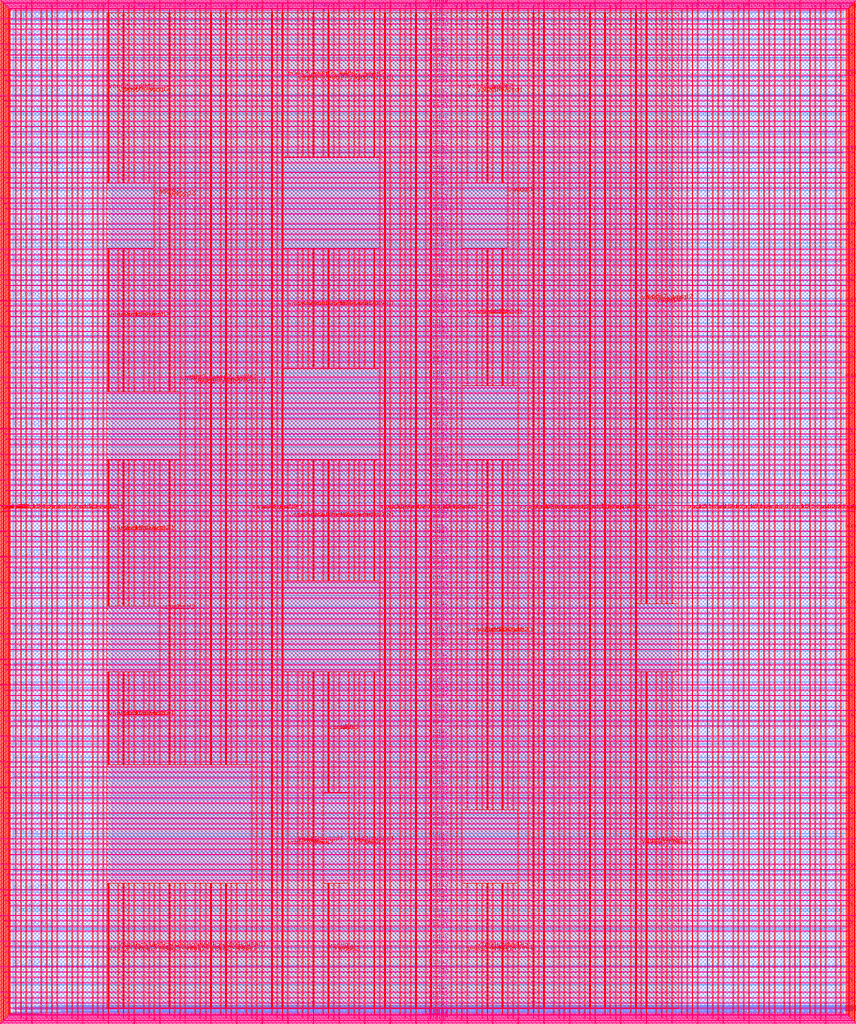
<source format=lef>
VERSION 5.7 ;
  NOWIREEXTENSIONATPIN ON ;
  DIVIDERCHAR "/" ;
  BUSBITCHARS "[]" ;
MACRO user_project_wrapper
  CLASS BLOCK ;
  FOREIGN user_project_wrapper ;
  ORIGIN 0.000 0.000 ;
  SIZE 2920.000 BY 3520.000 ;
  PIN analog_io[0]
    DIRECTION INOUT ;
    USE SIGNAL ;
    PORT
      LAYER met3 ;
        RECT 2917.600 1426.380 2924.800 1427.580 ;
    END
  END analog_io[0]
  PIN analog_io[10]
    DIRECTION INOUT ;
    USE SIGNAL ;
    PORT
      LAYER met2 ;
        RECT 2230.490 3517.600 2231.050 3524.800 ;
    END
  END analog_io[10]
  PIN analog_io[11]
    DIRECTION INOUT ;
    USE SIGNAL ;
    PORT
      LAYER met2 ;
        RECT 1905.730 3517.600 1906.290 3524.800 ;
    END
  END analog_io[11]
  PIN analog_io[12]
    DIRECTION INOUT ;
    USE SIGNAL ;
    PORT
      LAYER met2 ;
        RECT 1581.430 3517.600 1581.990 3524.800 ;
    END
  END analog_io[12]
  PIN analog_io[13]
    DIRECTION INOUT ;
    USE SIGNAL ;
    PORT
      LAYER met2 ;
        RECT 1257.130 3517.600 1257.690 3524.800 ;
    END
  END analog_io[13]
  PIN analog_io[14]
    DIRECTION INOUT ;
    USE SIGNAL ;
    PORT
      LAYER met2 ;
        RECT 932.370 3517.600 932.930 3524.800 ;
    END
  END analog_io[14]
  PIN analog_io[15]
    DIRECTION INOUT ;
    USE SIGNAL ;
    PORT
      LAYER met2 ;
        RECT 608.070 3517.600 608.630 3524.800 ;
    END
  END analog_io[15]
  PIN analog_io[16]
    DIRECTION INOUT ;
    USE SIGNAL ;
    PORT
      LAYER met2 ;
        RECT 283.770 3517.600 284.330 3524.800 ;
    END
  END analog_io[16]
  PIN analog_io[17]
    DIRECTION INOUT ;
    USE SIGNAL ;
    PORT
      LAYER met3 ;
        RECT -4.800 3486.100 2.400 3487.300 ;
    END
  END analog_io[17]
  PIN analog_io[18]
    DIRECTION INOUT ;
    USE SIGNAL ;
    PORT
      LAYER met3 ;
        RECT -4.800 3224.980 2.400 3226.180 ;
    END
  END analog_io[18]
  PIN analog_io[19]
    DIRECTION INOUT ;
    USE SIGNAL ;
    PORT
      LAYER met3 ;
        RECT -4.800 2964.540 2.400 2965.740 ;
    END
  END analog_io[19]
  PIN analog_io[1]
    DIRECTION INOUT ;
    USE SIGNAL ;
    PORT
      LAYER met3 ;
        RECT 2917.600 1692.260 2924.800 1693.460 ;
    END
  END analog_io[1]
  PIN analog_io[20]
    DIRECTION INOUT ;
    USE SIGNAL ;
    PORT
      LAYER met3 ;
        RECT -4.800 2703.420 2.400 2704.620 ;
    END
  END analog_io[20]
  PIN analog_io[21]
    DIRECTION INOUT ;
    USE SIGNAL ;
    PORT
      LAYER met3 ;
        RECT -4.800 2442.980 2.400 2444.180 ;
    END
  END analog_io[21]
  PIN analog_io[22]
    DIRECTION INOUT ;
    USE SIGNAL ;
    PORT
      LAYER met3 ;
        RECT -4.800 2182.540 2.400 2183.740 ;
    END
  END analog_io[22]
  PIN analog_io[23]
    DIRECTION INOUT ;
    USE SIGNAL ;
    PORT
      LAYER met3 ;
        RECT -4.800 1921.420 2.400 1922.620 ;
    END
  END analog_io[23]
  PIN analog_io[24]
    DIRECTION INOUT ;
    USE SIGNAL ;
    PORT
      LAYER met3 ;
        RECT -4.800 1660.980 2.400 1662.180 ;
    END
  END analog_io[24]
  PIN analog_io[25]
    DIRECTION INOUT ;
    USE SIGNAL ;
    PORT
      LAYER met3 ;
        RECT -4.800 1399.860 2.400 1401.060 ;
    END
  END analog_io[25]
  PIN analog_io[26]
    DIRECTION INOUT ;
    USE SIGNAL ;
    PORT
      LAYER met3 ;
        RECT -4.800 1139.420 2.400 1140.620 ;
    END
  END analog_io[26]
  PIN analog_io[27]
    DIRECTION INOUT ;
    USE SIGNAL ;
    PORT
      LAYER met3 ;
        RECT -4.800 878.980 2.400 880.180 ;
    END
  END analog_io[27]
  PIN analog_io[28]
    DIRECTION INOUT ;
    USE SIGNAL ;
    PORT
      LAYER met3 ;
        RECT -4.800 617.860 2.400 619.060 ;
    END
  END analog_io[28]
  PIN analog_io[2]
    DIRECTION INOUT ;
    USE SIGNAL ;
    PORT
      LAYER met3 ;
        RECT 2917.600 1958.140 2924.800 1959.340 ;
    END
  END analog_io[2]
  PIN analog_io[3]
    DIRECTION INOUT ;
    USE SIGNAL ;
    PORT
      LAYER met3 ;
        RECT 2917.600 2223.340 2924.800 2224.540 ;
    END
  END analog_io[3]
  PIN analog_io[4]
    DIRECTION INOUT ;
    USE SIGNAL ;
    PORT
      LAYER met3 ;
        RECT 2917.600 2489.220 2924.800 2490.420 ;
    END
  END analog_io[4]
  PIN analog_io[5]
    DIRECTION INOUT ;
    USE SIGNAL ;
    PORT
      LAYER met3 ;
        RECT 2917.600 2755.100 2924.800 2756.300 ;
    END
  END analog_io[5]
  PIN analog_io[6]
    DIRECTION INOUT ;
    USE SIGNAL ;
    PORT
      LAYER met3 ;
        RECT 2917.600 3020.300 2924.800 3021.500 ;
    END
  END analog_io[6]
  PIN analog_io[7]
    DIRECTION INOUT ;
    USE SIGNAL ;
    PORT
      LAYER met3 ;
        RECT 2917.600 3286.180 2924.800 3287.380 ;
    END
  END analog_io[7]
  PIN analog_io[8]
    DIRECTION INOUT ;
    USE SIGNAL ;
    PORT
      LAYER met2 ;
        RECT 2879.090 3517.600 2879.650 3524.800 ;
    END
  END analog_io[8]
  PIN analog_io[9]
    DIRECTION INOUT ;
    USE SIGNAL ;
    PORT
      LAYER met2 ;
        RECT 2554.790 3517.600 2555.350 3524.800 ;
    END
  END analog_io[9]
  PIN io_in[0]
    DIRECTION INPUT ;
    USE SIGNAL ;
    PORT
      LAYER met3 ;
        RECT 2917.600 32.380 2924.800 33.580 ;
    END
  END io_in[0]
  PIN io_in[10]
    DIRECTION INPUT ;
    USE SIGNAL ;
    PORT
      LAYER met3 ;
        RECT 2917.600 2289.980 2924.800 2291.180 ;
    END
  END io_in[10]
  PIN io_in[11]
    DIRECTION INPUT ;
    USE SIGNAL ;
    PORT
      LAYER met3 ;
        RECT 2917.600 2555.860 2924.800 2557.060 ;
    END
  END io_in[11]
  PIN io_in[12]
    DIRECTION INPUT ;
    USE SIGNAL ;
    PORT
      LAYER met3 ;
        RECT 2917.600 2821.060 2924.800 2822.260 ;
    END
  END io_in[12]
  PIN io_in[13]
    DIRECTION INPUT ;
    USE SIGNAL ;
    PORT
      LAYER met3 ;
        RECT 2917.600 3086.940 2924.800 3088.140 ;
    END
  END io_in[13]
  PIN io_in[14]
    DIRECTION INPUT ;
    USE SIGNAL ;
    PORT
      LAYER met3 ;
        RECT 2917.600 3352.820 2924.800 3354.020 ;
    END
  END io_in[14]
  PIN io_in[15]
    DIRECTION INPUT ;
    USE SIGNAL ;
    PORT
      LAYER met2 ;
        RECT 2798.130 3517.600 2798.690 3524.800 ;
    END
  END io_in[15]
  PIN io_in[16]
    DIRECTION INPUT ;
    USE SIGNAL ;
    PORT
      LAYER met2 ;
        RECT 2473.830 3517.600 2474.390 3524.800 ;
    END
  END io_in[16]
  PIN io_in[17]
    DIRECTION INPUT ;
    USE SIGNAL ;
    PORT
      LAYER met2 ;
        RECT 2149.070 3517.600 2149.630 3524.800 ;
    END
  END io_in[17]
  PIN io_in[18]
    DIRECTION INPUT ;
    USE SIGNAL ;
    PORT
      LAYER met2 ;
        RECT 1824.770 3517.600 1825.330 3524.800 ;
    END
  END io_in[18]
  PIN io_in[19]
    DIRECTION INPUT ;
    USE SIGNAL ;
    PORT
      LAYER met2 ;
        RECT 1500.470 3517.600 1501.030 3524.800 ;
    END
  END io_in[19]
  PIN io_in[1]
    DIRECTION INPUT ;
    USE SIGNAL ;
    PORT
      LAYER met3 ;
        RECT 2917.600 230.940 2924.800 232.140 ;
    END
  END io_in[1]
  PIN io_in[20]
    DIRECTION INPUT ;
    USE SIGNAL ;
    PORT
      LAYER met2 ;
        RECT 1175.710 3517.600 1176.270 3524.800 ;
    END
  END io_in[20]
  PIN io_in[21]
    DIRECTION INPUT ;
    USE SIGNAL ;
    PORT
      LAYER met2 ;
        RECT 851.410 3517.600 851.970 3524.800 ;
    END
  END io_in[21]
  PIN io_in[22]
    DIRECTION INPUT ;
    USE SIGNAL ;
    PORT
      LAYER met2 ;
        RECT 527.110 3517.600 527.670 3524.800 ;
    END
  END io_in[22]
  PIN io_in[23]
    DIRECTION INPUT ;
    USE SIGNAL ;
    PORT
      LAYER met2 ;
        RECT 202.350 3517.600 202.910 3524.800 ;
    END
  END io_in[23]
  PIN io_in[24]
    DIRECTION INPUT ;
    USE SIGNAL ;
    PORT
      LAYER met3 ;
        RECT -4.800 3420.820 2.400 3422.020 ;
    END
  END io_in[24]
  PIN io_in[25]
    DIRECTION INPUT ;
    USE SIGNAL ;
    PORT
      LAYER met3 ;
        RECT -4.800 3159.700 2.400 3160.900 ;
    END
  END io_in[25]
  PIN io_in[26]
    DIRECTION INPUT ;
    USE SIGNAL ;
    PORT
      LAYER met3 ;
        RECT -4.800 2899.260 2.400 2900.460 ;
    END
  END io_in[26]
  PIN io_in[27]
    DIRECTION INPUT ;
    USE SIGNAL ;
    PORT
      LAYER met3 ;
        RECT -4.800 2638.820 2.400 2640.020 ;
    END
  END io_in[27]
  PIN io_in[28]
    DIRECTION INPUT ;
    USE SIGNAL ;
    PORT
      LAYER met3 ;
        RECT -4.800 2377.700 2.400 2378.900 ;
    END
  END io_in[28]
  PIN io_in[29]
    DIRECTION INPUT ;
    USE SIGNAL ;
    PORT
      LAYER met3 ;
        RECT -4.800 2117.260 2.400 2118.460 ;
    END
  END io_in[29]
  PIN io_in[2]
    DIRECTION INPUT ;
    USE SIGNAL ;
    PORT
      LAYER met3 ;
        RECT 2917.600 430.180 2924.800 431.380 ;
    END
  END io_in[2]
  PIN io_in[30]
    DIRECTION INPUT ;
    USE SIGNAL ;
    PORT
      LAYER met3 ;
        RECT -4.800 1856.140 2.400 1857.340 ;
    END
  END io_in[30]
  PIN io_in[31]
    DIRECTION INPUT ;
    USE SIGNAL ;
    PORT
      LAYER met3 ;
        RECT -4.800 1595.700 2.400 1596.900 ;
    END
  END io_in[31]
  PIN io_in[32]
    DIRECTION INPUT ;
    USE SIGNAL ;
    PORT
      LAYER met3 ;
        RECT -4.800 1335.260 2.400 1336.460 ;
    END
  END io_in[32]
  PIN io_in[33]
    DIRECTION INPUT ;
    USE SIGNAL ;
    PORT
      LAYER met3 ;
        RECT -4.800 1074.140 2.400 1075.340 ;
    END
  END io_in[33]
  PIN io_in[34]
    DIRECTION INPUT ;
    USE SIGNAL ;
    PORT
      LAYER met3 ;
        RECT -4.800 813.700 2.400 814.900 ;
    END
  END io_in[34]
  PIN io_in[35]
    DIRECTION INPUT ;
    USE SIGNAL ;
    PORT
      LAYER met3 ;
        RECT -4.800 552.580 2.400 553.780 ;
    END
  END io_in[35]
  PIN io_in[36]
    DIRECTION INPUT ;
    USE SIGNAL ;
    PORT
      LAYER met3 ;
        RECT -4.800 357.420 2.400 358.620 ;
    END
  END io_in[36]
  PIN io_in[37]
    DIRECTION INPUT ;
    USE SIGNAL ;
    PORT
      LAYER met3 ;
        RECT -4.800 161.580 2.400 162.780 ;
    END
  END io_in[37]
  PIN io_in[3]
    DIRECTION INPUT ;
    USE SIGNAL ;
    PORT
      LAYER met3 ;
        RECT 2917.600 629.420 2924.800 630.620 ;
    END
  END io_in[3]
  PIN io_in[4]
    DIRECTION INPUT ;
    USE SIGNAL ;
    PORT
      LAYER met3 ;
        RECT 2917.600 828.660 2924.800 829.860 ;
    END
  END io_in[4]
  PIN io_in[5]
    DIRECTION INPUT ;
    USE SIGNAL ;
    PORT
      LAYER met3 ;
        RECT 2917.600 1027.900 2924.800 1029.100 ;
    END
  END io_in[5]
  PIN io_in[6]
    DIRECTION INPUT ;
    USE SIGNAL ;
    PORT
      LAYER met3 ;
        RECT 2917.600 1227.140 2924.800 1228.340 ;
    END
  END io_in[6]
  PIN io_in[7]
    DIRECTION INPUT ;
    USE SIGNAL ;
    PORT
      LAYER met3 ;
        RECT 2917.600 1493.020 2924.800 1494.220 ;
    END
  END io_in[7]
  PIN io_in[8]
    DIRECTION INPUT ;
    USE SIGNAL ;
    PORT
      LAYER met3 ;
        RECT 2917.600 1758.900 2924.800 1760.100 ;
    END
  END io_in[8]
  PIN io_in[9]
    DIRECTION INPUT ;
    USE SIGNAL ;
    PORT
      LAYER met3 ;
        RECT 2917.600 2024.100 2924.800 2025.300 ;
    END
  END io_in[9]
  PIN io_oeb[0]
    DIRECTION OUTPUT TRISTATE ;
    USE SIGNAL ;
    PORT
      LAYER met3 ;
        RECT 2917.600 164.980 2924.800 166.180 ;
    END
  END io_oeb[0]
  PIN io_oeb[10]
    DIRECTION OUTPUT TRISTATE ;
    USE SIGNAL ;
    PORT
      LAYER met3 ;
        RECT 2917.600 2422.580 2924.800 2423.780 ;
    END
  END io_oeb[10]
  PIN io_oeb[11]
    DIRECTION OUTPUT TRISTATE ;
    USE SIGNAL ;
    PORT
      LAYER met3 ;
        RECT 2917.600 2688.460 2924.800 2689.660 ;
    END
  END io_oeb[11]
  PIN io_oeb[12]
    DIRECTION OUTPUT TRISTATE ;
    USE SIGNAL ;
    PORT
      LAYER met3 ;
        RECT 2917.600 2954.340 2924.800 2955.540 ;
    END
  END io_oeb[12]
  PIN io_oeb[13]
    DIRECTION OUTPUT TRISTATE ;
    USE SIGNAL ;
    PORT
      LAYER met3 ;
        RECT 2917.600 3219.540 2924.800 3220.740 ;
    END
  END io_oeb[13]
  PIN io_oeb[14]
    DIRECTION OUTPUT TRISTATE ;
    USE SIGNAL ;
    PORT
      LAYER met3 ;
        RECT 2917.600 3485.420 2924.800 3486.620 ;
    END
  END io_oeb[14]
  PIN io_oeb[15]
    DIRECTION OUTPUT TRISTATE ;
    USE SIGNAL ;
    PORT
      LAYER met2 ;
        RECT 2635.750 3517.600 2636.310 3524.800 ;
    END
  END io_oeb[15]
  PIN io_oeb[16]
    DIRECTION OUTPUT TRISTATE ;
    USE SIGNAL ;
    PORT
      LAYER met2 ;
        RECT 2311.450 3517.600 2312.010 3524.800 ;
    END
  END io_oeb[16]
  PIN io_oeb[17]
    DIRECTION OUTPUT TRISTATE ;
    USE SIGNAL ;
    PORT
      LAYER met2 ;
        RECT 1987.150 3517.600 1987.710 3524.800 ;
    END
  END io_oeb[17]
  PIN io_oeb[18]
    DIRECTION OUTPUT TRISTATE ;
    USE SIGNAL ;
    PORT
      LAYER met2 ;
        RECT 1662.390 3517.600 1662.950 3524.800 ;
    END
  END io_oeb[18]
  PIN io_oeb[19]
    DIRECTION OUTPUT TRISTATE ;
    USE SIGNAL ;
    PORT
      LAYER met2 ;
        RECT 1338.090 3517.600 1338.650 3524.800 ;
    END
  END io_oeb[19]
  PIN io_oeb[1]
    DIRECTION OUTPUT TRISTATE ;
    USE SIGNAL ;
    PORT
      LAYER met3 ;
        RECT 2917.600 364.220 2924.800 365.420 ;
    END
  END io_oeb[1]
  PIN io_oeb[20]
    DIRECTION OUTPUT TRISTATE ;
    USE SIGNAL ;
    PORT
      LAYER met2 ;
        RECT 1013.790 3517.600 1014.350 3524.800 ;
    END
  END io_oeb[20]
  PIN io_oeb[21]
    DIRECTION OUTPUT TRISTATE ;
    USE SIGNAL ;
    PORT
      LAYER met2 ;
        RECT 689.030 3517.600 689.590 3524.800 ;
    END
  END io_oeb[21]
  PIN io_oeb[22]
    DIRECTION OUTPUT TRISTATE ;
    USE SIGNAL ;
    PORT
      LAYER met2 ;
        RECT 364.730 3517.600 365.290 3524.800 ;
    END
  END io_oeb[22]
  PIN io_oeb[23]
    DIRECTION OUTPUT TRISTATE ;
    USE SIGNAL ;
    PORT
      LAYER met2 ;
        RECT 40.430 3517.600 40.990 3524.800 ;
    END
  END io_oeb[23]
  PIN io_oeb[24]
    DIRECTION OUTPUT TRISTATE ;
    USE SIGNAL ;
    PORT
      LAYER met3 ;
        RECT -4.800 3290.260 2.400 3291.460 ;
    END
  END io_oeb[24]
  PIN io_oeb[25]
    DIRECTION OUTPUT TRISTATE ;
    USE SIGNAL ;
    PORT
      LAYER met3 ;
        RECT -4.800 3029.820 2.400 3031.020 ;
    END
  END io_oeb[25]
  PIN io_oeb[26]
    DIRECTION OUTPUT TRISTATE ;
    USE SIGNAL ;
    PORT
      LAYER met3 ;
        RECT -4.800 2768.700 2.400 2769.900 ;
    END
  END io_oeb[26]
  PIN io_oeb[27]
    DIRECTION OUTPUT TRISTATE ;
    USE SIGNAL ;
    PORT
      LAYER met3 ;
        RECT -4.800 2508.260 2.400 2509.460 ;
    END
  END io_oeb[27]
  PIN io_oeb[28]
    DIRECTION OUTPUT TRISTATE ;
    USE SIGNAL ;
    PORT
      LAYER met3 ;
        RECT -4.800 2247.140 2.400 2248.340 ;
    END
  END io_oeb[28]
  PIN io_oeb[29]
    DIRECTION OUTPUT TRISTATE ;
    USE SIGNAL ;
    PORT
      LAYER met3 ;
        RECT -4.800 1986.700 2.400 1987.900 ;
    END
  END io_oeb[29]
  PIN io_oeb[2]
    DIRECTION OUTPUT TRISTATE ;
    USE SIGNAL ;
    PORT
      LAYER met3 ;
        RECT 2917.600 563.460 2924.800 564.660 ;
    END
  END io_oeb[2]
  PIN io_oeb[30]
    DIRECTION OUTPUT TRISTATE ;
    USE SIGNAL ;
    PORT
      LAYER met3 ;
        RECT -4.800 1726.260 2.400 1727.460 ;
    END
  END io_oeb[30]
  PIN io_oeb[31]
    DIRECTION OUTPUT TRISTATE ;
    USE SIGNAL ;
    PORT
      LAYER met3 ;
        RECT -4.800 1465.140 2.400 1466.340 ;
    END
  END io_oeb[31]
  PIN io_oeb[32]
    DIRECTION OUTPUT TRISTATE ;
    USE SIGNAL ;
    PORT
      LAYER met3 ;
        RECT -4.800 1204.700 2.400 1205.900 ;
    END
  END io_oeb[32]
  PIN io_oeb[33]
    DIRECTION OUTPUT TRISTATE ;
    USE SIGNAL ;
    PORT
      LAYER met3 ;
        RECT -4.800 943.580 2.400 944.780 ;
    END
  END io_oeb[33]
  PIN io_oeb[34]
    DIRECTION OUTPUT TRISTATE ;
    USE SIGNAL ;
    PORT
      LAYER met3 ;
        RECT -4.800 683.140 2.400 684.340 ;
    END
  END io_oeb[34]
  PIN io_oeb[35]
    DIRECTION OUTPUT TRISTATE ;
    USE SIGNAL ;
    PORT
      LAYER met3 ;
        RECT -4.800 422.700 2.400 423.900 ;
    END
  END io_oeb[35]
  PIN io_oeb[36]
    DIRECTION OUTPUT TRISTATE ;
    USE SIGNAL ;
    PORT
      LAYER met3 ;
        RECT -4.800 226.860 2.400 228.060 ;
    END
  END io_oeb[36]
  PIN io_oeb[37]
    DIRECTION OUTPUT TRISTATE ;
    USE SIGNAL ;
    PORT
      LAYER met3 ;
        RECT -4.800 31.700 2.400 32.900 ;
    END
  END io_oeb[37]
  PIN io_oeb[3]
    DIRECTION OUTPUT TRISTATE ;
    USE SIGNAL ;
    PORT
      LAYER met3 ;
        RECT 2917.600 762.700 2924.800 763.900 ;
    END
  END io_oeb[3]
  PIN io_oeb[4]
    DIRECTION OUTPUT TRISTATE ;
    USE SIGNAL ;
    PORT
      LAYER met3 ;
        RECT 2917.600 961.940 2924.800 963.140 ;
    END
  END io_oeb[4]
  PIN io_oeb[5]
    DIRECTION OUTPUT TRISTATE ;
    USE SIGNAL ;
    PORT
      LAYER met3 ;
        RECT 2917.600 1161.180 2924.800 1162.380 ;
    END
  END io_oeb[5]
  PIN io_oeb[6]
    DIRECTION OUTPUT TRISTATE ;
    USE SIGNAL ;
    PORT
      LAYER met3 ;
        RECT 2917.600 1360.420 2924.800 1361.620 ;
    END
  END io_oeb[6]
  PIN io_oeb[7]
    DIRECTION OUTPUT TRISTATE ;
    USE SIGNAL ;
    PORT
      LAYER met3 ;
        RECT 2917.600 1625.620 2924.800 1626.820 ;
    END
  END io_oeb[7]
  PIN io_oeb[8]
    DIRECTION OUTPUT TRISTATE ;
    USE SIGNAL ;
    PORT
      LAYER met3 ;
        RECT 2917.600 1891.500 2924.800 1892.700 ;
    END
  END io_oeb[8]
  PIN io_oeb[9]
    DIRECTION OUTPUT TRISTATE ;
    USE SIGNAL ;
    PORT
      LAYER met3 ;
        RECT 2917.600 2157.380 2924.800 2158.580 ;
    END
  END io_oeb[9]
  PIN io_out[0]
    DIRECTION OUTPUT TRISTATE ;
    USE SIGNAL ;
    PORT
      LAYER met3 ;
        RECT 2917.600 98.340 2924.800 99.540 ;
    END
  END io_out[0]
  PIN io_out[10]
    DIRECTION OUTPUT TRISTATE ;
    USE SIGNAL ;
    PORT
      LAYER met3 ;
        RECT 2917.600 2356.620 2924.800 2357.820 ;
    END
  END io_out[10]
  PIN io_out[11]
    DIRECTION OUTPUT TRISTATE ;
    USE SIGNAL ;
    PORT
      LAYER met3 ;
        RECT 2917.600 2621.820 2924.800 2623.020 ;
    END
  END io_out[11]
  PIN io_out[12]
    DIRECTION OUTPUT TRISTATE ;
    USE SIGNAL ;
    PORT
      LAYER met3 ;
        RECT 2917.600 2887.700 2924.800 2888.900 ;
    END
  END io_out[12]
  PIN io_out[13]
    DIRECTION OUTPUT TRISTATE ;
    USE SIGNAL ;
    PORT
      LAYER met3 ;
        RECT 2917.600 3153.580 2924.800 3154.780 ;
    END
  END io_out[13]
  PIN io_out[14]
    DIRECTION OUTPUT TRISTATE ;
    USE SIGNAL ;
    PORT
      LAYER met3 ;
        RECT 2917.600 3418.780 2924.800 3419.980 ;
    END
  END io_out[14]
  PIN io_out[15]
    DIRECTION OUTPUT TRISTATE ;
    USE SIGNAL ;
    PORT
      LAYER met2 ;
        RECT 2717.170 3517.600 2717.730 3524.800 ;
    END
  END io_out[15]
  PIN io_out[16]
    DIRECTION OUTPUT TRISTATE ;
    USE SIGNAL ;
    PORT
      LAYER met2 ;
        RECT 2392.410 3517.600 2392.970 3524.800 ;
    END
  END io_out[16]
  PIN io_out[17]
    DIRECTION OUTPUT TRISTATE ;
    USE SIGNAL ;
    PORT
      LAYER met2 ;
        RECT 2068.110 3517.600 2068.670 3524.800 ;
    END
  END io_out[17]
  PIN io_out[18]
    DIRECTION OUTPUT TRISTATE ;
    USE SIGNAL ;
    PORT
      LAYER met2 ;
        RECT 1743.810 3517.600 1744.370 3524.800 ;
    END
  END io_out[18]
  PIN io_out[19]
    DIRECTION OUTPUT TRISTATE ;
    USE SIGNAL ;
    PORT
      LAYER met2 ;
        RECT 1419.050 3517.600 1419.610 3524.800 ;
    END
  END io_out[19]
  PIN io_out[1]
    DIRECTION OUTPUT TRISTATE ;
    USE SIGNAL ;
    PORT
      LAYER met3 ;
        RECT 2917.600 297.580 2924.800 298.780 ;
    END
  END io_out[1]
  PIN io_out[20]
    DIRECTION OUTPUT TRISTATE ;
    USE SIGNAL ;
    PORT
      LAYER met2 ;
        RECT 1094.750 3517.600 1095.310 3524.800 ;
    END
  END io_out[20]
  PIN io_out[21]
    DIRECTION OUTPUT TRISTATE ;
    USE SIGNAL ;
    PORT
      LAYER met2 ;
        RECT 770.450 3517.600 771.010 3524.800 ;
    END
  END io_out[21]
  PIN io_out[22]
    DIRECTION OUTPUT TRISTATE ;
    USE SIGNAL ;
    PORT
      LAYER met2 ;
        RECT 445.690 3517.600 446.250 3524.800 ;
    END
  END io_out[22]
  PIN io_out[23]
    DIRECTION OUTPUT TRISTATE ;
    USE SIGNAL ;
    PORT
      LAYER met2 ;
        RECT 121.390 3517.600 121.950 3524.800 ;
    END
  END io_out[23]
  PIN io_out[24]
    DIRECTION OUTPUT TRISTATE ;
    USE SIGNAL ;
    PORT
      LAYER met3 ;
        RECT -4.800 3355.540 2.400 3356.740 ;
    END
  END io_out[24]
  PIN io_out[25]
    DIRECTION OUTPUT TRISTATE ;
    USE SIGNAL ;
    PORT
      LAYER met3 ;
        RECT -4.800 3095.100 2.400 3096.300 ;
    END
  END io_out[25]
  PIN io_out[26]
    DIRECTION OUTPUT TRISTATE ;
    USE SIGNAL ;
    PORT
      LAYER met3 ;
        RECT -4.800 2833.980 2.400 2835.180 ;
    END
  END io_out[26]
  PIN io_out[27]
    DIRECTION OUTPUT TRISTATE ;
    USE SIGNAL ;
    PORT
      LAYER met3 ;
        RECT -4.800 2573.540 2.400 2574.740 ;
    END
  END io_out[27]
  PIN io_out[28]
    DIRECTION OUTPUT TRISTATE ;
    USE SIGNAL ;
    PORT
      LAYER met3 ;
        RECT -4.800 2312.420 2.400 2313.620 ;
    END
  END io_out[28]
  PIN io_out[29]
    DIRECTION OUTPUT TRISTATE ;
    USE SIGNAL ;
    PORT
      LAYER met3 ;
        RECT -4.800 2051.980 2.400 2053.180 ;
    END
  END io_out[29]
  PIN io_out[2]
    DIRECTION OUTPUT TRISTATE ;
    USE SIGNAL ;
    PORT
      LAYER met3 ;
        RECT 2917.600 496.820 2924.800 498.020 ;
    END
  END io_out[2]
  PIN io_out[30]
    DIRECTION OUTPUT TRISTATE ;
    USE SIGNAL ;
    PORT
      LAYER met3 ;
        RECT -4.800 1791.540 2.400 1792.740 ;
    END
  END io_out[30]
  PIN io_out[31]
    DIRECTION OUTPUT TRISTATE ;
    USE SIGNAL ;
    PORT
      LAYER met3 ;
        RECT -4.800 1530.420 2.400 1531.620 ;
    END
  END io_out[31]
  PIN io_out[32]
    DIRECTION OUTPUT TRISTATE ;
    USE SIGNAL ;
    PORT
      LAYER met3 ;
        RECT -4.800 1269.980 2.400 1271.180 ;
    END
  END io_out[32]
  PIN io_out[33]
    DIRECTION OUTPUT TRISTATE ;
    USE SIGNAL ;
    PORT
      LAYER met3 ;
        RECT -4.800 1008.860 2.400 1010.060 ;
    END
  END io_out[33]
  PIN io_out[34]
    DIRECTION OUTPUT TRISTATE ;
    USE SIGNAL ;
    PORT
      LAYER met3 ;
        RECT -4.800 748.420 2.400 749.620 ;
    END
  END io_out[34]
  PIN io_out[35]
    DIRECTION OUTPUT TRISTATE ;
    USE SIGNAL ;
    PORT
      LAYER met3 ;
        RECT -4.800 487.300 2.400 488.500 ;
    END
  END io_out[35]
  PIN io_out[36]
    DIRECTION OUTPUT TRISTATE ;
    USE SIGNAL ;
    PORT
      LAYER met3 ;
        RECT -4.800 292.140 2.400 293.340 ;
    END
  END io_out[36]
  PIN io_out[37]
    DIRECTION OUTPUT TRISTATE ;
    USE SIGNAL ;
    PORT
      LAYER met3 ;
        RECT -4.800 96.300 2.400 97.500 ;
    END
  END io_out[37]
  PIN io_out[3]
    DIRECTION OUTPUT TRISTATE ;
    USE SIGNAL ;
    PORT
      LAYER met3 ;
        RECT 2917.600 696.060 2924.800 697.260 ;
    END
  END io_out[3]
  PIN io_out[4]
    DIRECTION OUTPUT TRISTATE ;
    USE SIGNAL ;
    PORT
      LAYER met3 ;
        RECT 2917.600 895.300 2924.800 896.500 ;
    END
  END io_out[4]
  PIN io_out[5]
    DIRECTION OUTPUT TRISTATE ;
    USE SIGNAL ;
    PORT
      LAYER met3 ;
        RECT 2917.600 1094.540 2924.800 1095.740 ;
    END
  END io_out[5]
  PIN io_out[6]
    DIRECTION OUTPUT TRISTATE ;
    USE SIGNAL ;
    PORT
      LAYER met3 ;
        RECT 2917.600 1293.780 2924.800 1294.980 ;
    END
  END io_out[6]
  PIN io_out[7]
    DIRECTION OUTPUT TRISTATE ;
    USE SIGNAL ;
    PORT
      LAYER met3 ;
        RECT 2917.600 1559.660 2924.800 1560.860 ;
    END
  END io_out[7]
  PIN io_out[8]
    DIRECTION OUTPUT TRISTATE ;
    USE SIGNAL ;
    PORT
      LAYER met3 ;
        RECT 2917.600 1824.860 2924.800 1826.060 ;
    END
  END io_out[8]
  PIN io_out[9]
    DIRECTION OUTPUT TRISTATE ;
    USE SIGNAL ;
    PORT
      LAYER met3 ;
        RECT 2917.600 2090.740 2924.800 2091.940 ;
    END
  END io_out[9]
  PIN la_data_in[0]
    DIRECTION INPUT ;
    USE SIGNAL ;
    PORT
      LAYER met2 ;
        RECT 629.230 -4.800 629.790 2.400 ;
    END
  END la_data_in[0]
  PIN la_data_in[100]
    DIRECTION INPUT ;
    USE SIGNAL ;
    PORT
      LAYER met2 ;
        RECT 2402.530 -4.800 2403.090 2.400 ;
    END
  END la_data_in[100]
  PIN la_data_in[101]
    DIRECTION INPUT ;
    USE SIGNAL ;
    PORT
      LAYER met2 ;
        RECT 2420.010 -4.800 2420.570 2.400 ;
    END
  END la_data_in[101]
  PIN la_data_in[102]
    DIRECTION INPUT ;
    USE SIGNAL ;
    PORT
      LAYER met2 ;
        RECT 2437.950 -4.800 2438.510 2.400 ;
    END
  END la_data_in[102]
  PIN la_data_in[103]
    DIRECTION INPUT ;
    USE SIGNAL ;
    PORT
      LAYER met2 ;
        RECT 2455.430 -4.800 2455.990 2.400 ;
    END
  END la_data_in[103]
  PIN la_data_in[104]
    DIRECTION INPUT ;
    USE SIGNAL ;
    PORT
      LAYER met2 ;
        RECT 2473.370 -4.800 2473.930 2.400 ;
    END
  END la_data_in[104]
  PIN la_data_in[105]
    DIRECTION INPUT ;
    USE SIGNAL ;
    PORT
      LAYER met2 ;
        RECT 2490.850 -4.800 2491.410 2.400 ;
    END
  END la_data_in[105]
  PIN la_data_in[106]
    DIRECTION INPUT ;
    USE SIGNAL ;
    PORT
      LAYER met2 ;
        RECT 2508.790 -4.800 2509.350 2.400 ;
    END
  END la_data_in[106]
  PIN la_data_in[107]
    DIRECTION INPUT ;
    USE SIGNAL ;
    PORT
      LAYER met2 ;
        RECT 2526.730 -4.800 2527.290 2.400 ;
    END
  END la_data_in[107]
  PIN la_data_in[108]
    DIRECTION INPUT ;
    USE SIGNAL ;
    PORT
      LAYER met2 ;
        RECT 2544.210 -4.800 2544.770 2.400 ;
    END
  END la_data_in[108]
  PIN la_data_in[109]
    DIRECTION INPUT ;
    USE SIGNAL ;
    PORT
      LAYER met2 ;
        RECT 2562.150 -4.800 2562.710 2.400 ;
    END
  END la_data_in[109]
  PIN la_data_in[10]
    DIRECTION INPUT ;
    USE SIGNAL ;
    PORT
      LAYER met2 ;
        RECT 806.330 -4.800 806.890 2.400 ;
    END
  END la_data_in[10]
  PIN la_data_in[110]
    DIRECTION INPUT ;
    USE SIGNAL ;
    PORT
      LAYER met2 ;
        RECT 2579.630 -4.800 2580.190 2.400 ;
    END
  END la_data_in[110]
  PIN la_data_in[111]
    DIRECTION INPUT ;
    USE SIGNAL ;
    PORT
      LAYER met2 ;
        RECT 2597.570 -4.800 2598.130 2.400 ;
    END
  END la_data_in[111]
  PIN la_data_in[112]
    DIRECTION INPUT ;
    USE SIGNAL ;
    PORT
      LAYER met2 ;
        RECT 2615.050 -4.800 2615.610 2.400 ;
    END
  END la_data_in[112]
  PIN la_data_in[113]
    DIRECTION INPUT ;
    USE SIGNAL ;
    PORT
      LAYER met2 ;
        RECT 2632.990 -4.800 2633.550 2.400 ;
    END
  END la_data_in[113]
  PIN la_data_in[114]
    DIRECTION INPUT ;
    USE SIGNAL ;
    PORT
      LAYER met2 ;
        RECT 2650.470 -4.800 2651.030 2.400 ;
    END
  END la_data_in[114]
  PIN la_data_in[115]
    DIRECTION INPUT ;
    USE SIGNAL ;
    PORT
      LAYER met2 ;
        RECT 2668.410 -4.800 2668.970 2.400 ;
    END
  END la_data_in[115]
  PIN la_data_in[116]
    DIRECTION INPUT ;
    USE SIGNAL ;
    PORT
      LAYER met2 ;
        RECT 2685.890 -4.800 2686.450 2.400 ;
    END
  END la_data_in[116]
  PIN la_data_in[117]
    DIRECTION INPUT ;
    USE SIGNAL ;
    PORT
      LAYER met2 ;
        RECT 2703.830 -4.800 2704.390 2.400 ;
    END
  END la_data_in[117]
  PIN la_data_in[118]
    DIRECTION INPUT ;
    USE SIGNAL ;
    PORT
      LAYER met2 ;
        RECT 2721.770 -4.800 2722.330 2.400 ;
    END
  END la_data_in[118]
  PIN la_data_in[119]
    DIRECTION INPUT ;
    USE SIGNAL ;
    PORT
      LAYER met2 ;
        RECT 2739.250 -4.800 2739.810 2.400 ;
    END
  END la_data_in[119]
  PIN la_data_in[11]
    DIRECTION INPUT ;
    USE SIGNAL ;
    PORT
      LAYER met2 ;
        RECT 824.270 -4.800 824.830 2.400 ;
    END
  END la_data_in[11]
  PIN la_data_in[120]
    DIRECTION INPUT ;
    USE SIGNAL ;
    PORT
      LAYER met2 ;
        RECT 2757.190 -4.800 2757.750 2.400 ;
    END
  END la_data_in[120]
  PIN la_data_in[121]
    DIRECTION INPUT ;
    USE SIGNAL ;
    PORT
      LAYER met2 ;
        RECT 2774.670 -4.800 2775.230 2.400 ;
    END
  END la_data_in[121]
  PIN la_data_in[122]
    DIRECTION INPUT ;
    USE SIGNAL ;
    PORT
      LAYER met2 ;
        RECT 2792.610 -4.800 2793.170 2.400 ;
    END
  END la_data_in[122]
  PIN la_data_in[123]
    DIRECTION INPUT ;
    USE SIGNAL ;
    PORT
      LAYER met2 ;
        RECT 2810.090 -4.800 2810.650 2.400 ;
    END
  END la_data_in[123]
  PIN la_data_in[124]
    DIRECTION INPUT ;
    USE SIGNAL ;
    PORT
      LAYER met2 ;
        RECT 2828.030 -4.800 2828.590 2.400 ;
    END
  END la_data_in[124]
  PIN la_data_in[125]
    DIRECTION INPUT ;
    USE SIGNAL ;
    PORT
      LAYER met2 ;
        RECT 2845.510 -4.800 2846.070 2.400 ;
    END
  END la_data_in[125]
  PIN la_data_in[126]
    DIRECTION INPUT ;
    USE SIGNAL ;
    PORT
      LAYER met2 ;
        RECT 2863.450 -4.800 2864.010 2.400 ;
    END
  END la_data_in[126]
  PIN la_data_in[127]
    DIRECTION INPUT ;
    USE SIGNAL ;
    PORT
      LAYER met2 ;
        RECT 2881.390 -4.800 2881.950 2.400 ;
    END
  END la_data_in[127]
  PIN la_data_in[12]
    DIRECTION INPUT ;
    USE SIGNAL ;
    PORT
      LAYER met2 ;
        RECT 841.750 -4.800 842.310 2.400 ;
    END
  END la_data_in[12]
  PIN la_data_in[13]
    DIRECTION INPUT ;
    USE SIGNAL ;
    PORT
      LAYER met2 ;
        RECT 859.690 -4.800 860.250 2.400 ;
    END
  END la_data_in[13]
  PIN la_data_in[14]
    DIRECTION INPUT ;
    USE SIGNAL ;
    PORT
      LAYER met2 ;
        RECT 877.170 -4.800 877.730 2.400 ;
    END
  END la_data_in[14]
  PIN la_data_in[15]
    DIRECTION INPUT ;
    USE SIGNAL ;
    PORT
      LAYER met2 ;
        RECT 895.110 -4.800 895.670 2.400 ;
    END
  END la_data_in[15]
  PIN la_data_in[16]
    DIRECTION INPUT ;
    USE SIGNAL ;
    PORT
      LAYER met2 ;
        RECT 912.590 -4.800 913.150 2.400 ;
    END
  END la_data_in[16]
  PIN la_data_in[17]
    DIRECTION INPUT ;
    USE SIGNAL ;
    PORT
      LAYER met2 ;
        RECT 930.530 -4.800 931.090 2.400 ;
    END
  END la_data_in[17]
  PIN la_data_in[18]
    DIRECTION INPUT ;
    USE SIGNAL ;
    PORT
      LAYER met2 ;
        RECT 948.470 -4.800 949.030 2.400 ;
    END
  END la_data_in[18]
  PIN la_data_in[19]
    DIRECTION INPUT ;
    USE SIGNAL ;
    PORT
      LAYER met2 ;
        RECT 965.950 -4.800 966.510 2.400 ;
    END
  END la_data_in[19]
  PIN la_data_in[1]
    DIRECTION INPUT ;
    USE SIGNAL ;
    PORT
      LAYER met2 ;
        RECT 646.710 -4.800 647.270 2.400 ;
    END
  END la_data_in[1]
  PIN la_data_in[20]
    DIRECTION INPUT ;
    USE SIGNAL ;
    PORT
      LAYER met2 ;
        RECT 983.890 -4.800 984.450 2.400 ;
    END
  END la_data_in[20]
  PIN la_data_in[21]
    DIRECTION INPUT ;
    USE SIGNAL ;
    PORT
      LAYER met2 ;
        RECT 1001.370 -4.800 1001.930 2.400 ;
    END
  END la_data_in[21]
  PIN la_data_in[22]
    DIRECTION INPUT ;
    USE SIGNAL ;
    PORT
      LAYER met2 ;
        RECT 1019.310 -4.800 1019.870 2.400 ;
    END
  END la_data_in[22]
  PIN la_data_in[23]
    DIRECTION INPUT ;
    USE SIGNAL ;
    PORT
      LAYER met2 ;
        RECT 1036.790 -4.800 1037.350 2.400 ;
    END
  END la_data_in[23]
  PIN la_data_in[24]
    DIRECTION INPUT ;
    USE SIGNAL ;
    PORT
      LAYER met2 ;
        RECT 1054.730 -4.800 1055.290 2.400 ;
    END
  END la_data_in[24]
  PIN la_data_in[25]
    DIRECTION INPUT ;
    USE SIGNAL ;
    PORT
      LAYER met2 ;
        RECT 1072.210 -4.800 1072.770 2.400 ;
    END
  END la_data_in[25]
  PIN la_data_in[26]
    DIRECTION INPUT ;
    USE SIGNAL ;
    PORT
      LAYER met2 ;
        RECT 1090.150 -4.800 1090.710 2.400 ;
    END
  END la_data_in[26]
  PIN la_data_in[27]
    DIRECTION INPUT ;
    USE SIGNAL ;
    PORT
      LAYER met2 ;
        RECT 1107.630 -4.800 1108.190 2.400 ;
    END
  END la_data_in[27]
  PIN la_data_in[28]
    DIRECTION INPUT ;
    USE SIGNAL ;
    PORT
      LAYER met2 ;
        RECT 1125.570 -4.800 1126.130 2.400 ;
    END
  END la_data_in[28]
  PIN la_data_in[29]
    DIRECTION INPUT ;
    USE SIGNAL ;
    PORT
      LAYER met2 ;
        RECT 1143.510 -4.800 1144.070 2.400 ;
    END
  END la_data_in[29]
  PIN la_data_in[2]
    DIRECTION INPUT ;
    USE SIGNAL ;
    PORT
      LAYER met2 ;
        RECT 664.650 -4.800 665.210 2.400 ;
    END
  END la_data_in[2]
  PIN la_data_in[30]
    DIRECTION INPUT ;
    USE SIGNAL ;
    PORT
      LAYER met2 ;
        RECT 1160.990 -4.800 1161.550 2.400 ;
    END
  END la_data_in[30]
  PIN la_data_in[31]
    DIRECTION INPUT ;
    USE SIGNAL ;
    PORT
      LAYER met2 ;
        RECT 1178.930 -4.800 1179.490 2.400 ;
    END
  END la_data_in[31]
  PIN la_data_in[32]
    DIRECTION INPUT ;
    USE SIGNAL ;
    PORT
      LAYER met2 ;
        RECT 1196.410 -4.800 1196.970 2.400 ;
    END
  END la_data_in[32]
  PIN la_data_in[33]
    DIRECTION INPUT ;
    USE SIGNAL ;
    PORT
      LAYER met2 ;
        RECT 1214.350 -4.800 1214.910 2.400 ;
    END
  END la_data_in[33]
  PIN la_data_in[34]
    DIRECTION INPUT ;
    USE SIGNAL ;
    PORT
      LAYER met2 ;
        RECT 1231.830 -4.800 1232.390 2.400 ;
    END
  END la_data_in[34]
  PIN la_data_in[35]
    DIRECTION INPUT ;
    USE SIGNAL ;
    PORT
      LAYER met2 ;
        RECT 1249.770 -4.800 1250.330 2.400 ;
    END
  END la_data_in[35]
  PIN la_data_in[36]
    DIRECTION INPUT ;
    USE SIGNAL ;
    PORT
      LAYER met2 ;
        RECT 1267.250 -4.800 1267.810 2.400 ;
    END
  END la_data_in[36]
  PIN la_data_in[37]
    DIRECTION INPUT ;
    USE SIGNAL ;
    PORT
      LAYER met2 ;
        RECT 1285.190 -4.800 1285.750 2.400 ;
    END
  END la_data_in[37]
  PIN la_data_in[38]
    DIRECTION INPUT ;
    USE SIGNAL ;
    PORT
      LAYER met2 ;
        RECT 1303.130 -4.800 1303.690 2.400 ;
    END
  END la_data_in[38]
  PIN la_data_in[39]
    DIRECTION INPUT ;
    USE SIGNAL ;
    PORT
      LAYER met2 ;
        RECT 1320.610 -4.800 1321.170 2.400 ;
    END
  END la_data_in[39]
  PIN la_data_in[3]
    DIRECTION INPUT ;
    USE SIGNAL ;
    PORT
      LAYER met2 ;
        RECT 682.130 -4.800 682.690 2.400 ;
    END
  END la_data_in[3]
  PIN la_data_in[40]
    DIRECTION INPUT ;
    USE SIGNAL ;
    PORT
      LAYER met2 ;
        RECT 1338.550 -4.800 1339.110 2.400 ;
    END
  END la_data_in[40]
  PIN la_data_in[41]
    DIRECTION INPUT ;
    USE SIGNAL ;
    PORT
      LAYER met2 ;
        RECT 1356.030 -4.800 1356.590 2.400 ;
    END
  END la_data_in[41]
  PIN la_data_in[42]
    DIRECTION INPUT ;
    USE SIGNAL ;
    PORT
      LAYER met2 ;
        RECT 1373.970 -4.800 1374.530 2.400 ;
    END
  END la_data_in[42]
  PIN la_data_in[43]
    DIRECTION INPUT ;
    USE SIGNAL ;
    PORT
      LAYER met2 ;
        RECT 1391.450 -4.800 1392.010 2.400 ;
    END
  END la_data_in[43]
  PIN la_data_in[44]
    DIRECTION INPUT ;
    USE SIGNAL ;
    PORT
      LAYER met2 ;
        RECT 1409.390 -4.800 1409.950 2.400 ;
    END
  END la_data_in[44]
  PIN la_data_in[45]
    DIRECTION INPUT ;
    USE SIGNAL ;
    PORT
      LAYER met2 ;
        RECT 1426.870 -4.800 1427.430 2.400 ;
    END
  END la_data_in[45]
  PIN la_data_in[46]
    DIRECTION INPUT ;
    USE SIGNAL ;
    PORT
      LAYER met2 ;
        RECT 1444.810 -4.800 1445.370 2.400 ;
    END
  END la_data_in[46]
  PIN la_data_in[47]
    DIRECTION INPUT ;
    USE SIGNAL ;
    PORT
      LAYER met2 ;
        RECT 1462.750 -4.800 1463.310 2.400 ;
    END
  END la_data_in[47]
  PIN la_data_in[48]
    DIRECTION INPUT ;
    USE SIGNAL ;
    PORT
      LAYER met2 ;
        RECT 1480.230 -4.800 1480.790 2.400 ;
    END
  END la_data_in[48]
  PIN la_data_in[49]
    DIRECTION INPUT ;
    USE SIGNAL ;
    PORT
      LAYER met2 ;
        RECT 1498.170 -4.800 1498.730 2.400 ;
    END
  END la_data_in[49]
  PIN la_data_in[4]
    DIRECTION INPUT ;
    USE SIGNAL ;
    PORT
      LAYER met2 ;
        RECT 700.070 -4.800 700.630 2.400 ;
    END
  END la_data_in[4]
  PIN la_data_in[50]
    DIRECTION INPUT ;
    USE SIGNAL ;
    PORT
      LAYER met2 ;
        RECT 1515.650 -4.800 1516.210 2.400 ;
    END
  END la_data_in[50]
  PIN la_data_in[51]
    DIRECTION INPUT ;
    USE SIGNAL ;
    PORT
      LAYER met2 ;
        RECT 1533.590 -4.800 1534.150 2.400 ;
    END
  END la_data_in[51]
  PIN la_data_in[52]
    DIRECTION INPUT ;
    USE SIGNAL ;
    PORT
      LAYER met2 ;
        RECT 1551.070 -4.800 1551.630 2.400 ;
    END
  END la_data_in[52]
  PIN la_data_in[53]
    DIRECTION INPUT ;
    USE SIGNAL ;
    PORT
      LAYER met2 ;
        RECT 1569.010 -4.800 1569.570 2.400 ;
    END
  END la_data_in[53]
  PIN la_data_in[54]
    DIRECTION INPUT ;
    USE SIGNAL ;
    PORT
      LAYER met2 ;
        RECT 1586.490 -4.800 1587.050 2.400 ;
    END
  END la_data_in[54]
  PIN la_data_in[55]
    DIRECTION INPUT ;
    USE SIGNAL ;
    PORT
      LAYER met2 ;
        RECT 1604.430 -4.800 1604.990 2.400 ;
    END
  END la_data_in[55]
  PIN la_data_in[56]
    DIRECTION INPUT ;
    USE SIGNAL ;
    PORT
      LAYER met2 ;
        RECT 1621.910 -4.800 1622.470 2.400 ;
    END
  END la_data_in[56]
  PIN la_data_in[57]
    DIRECTION INPUT ;
    USE SIGNAL ;
    PORT
      LAYER met2 ;
        RECT 1639.850 -4.800 1640.410 2.400 ;
    END
  END la_data_in[57]
  PIN la_data_in[58]
    DIRECTION INPUT ;
    USE SIGNAL ;
    PORT
      LAYER met2 ;
        RECT 1657.790 -4.800 1658.350 2.400 ;
    END
  END la_data_in[58]
  PIN la_data_in[59]
    DIRECTION INPUT ;
    USE SIGNAL ;
    PORT
      LAYER met2 ;
        RECT 1675.270 -4.800 1675.830 2.400 ;
    END
  END la_data_in[59]
  PIN la_data_in[5]
    DIRECTION INPUT ;
    USE SIGNAL ;
    PORT
      LAYER met2 ;
        RECT 717.550 -4.800 718.110 2.400 ;
    END
  END la_data_in[5]
  PIN la_data_in[60]
    DIRECTION INPUT ;
    USE SIGNAL ;
    PORT
      LAYER met2 ;
        RECT 1693.210 -4.800 1693.770 2.400 ;
    END
  END la_data_in[60]
  PIN la_data_in[61]
    DIRECTION INPUT ;
    USE SIGNAL ;
    PORT
      LAYER met2 ;
        RECT 1710.690 -4.800 1711.250 2.400 ;
    END
  END la_data_in[61]
  PIN la_data_in[62]
    DIRECTION INPUT ;
    USE SIGNAL ;
    PORT
      LAYER met2 ;
        RECT 1728.630 -4.800 1729.190 2.400 ;
    END
  END la_data_in[62]
  PIN la_data_in[63]
    DIRECTION INPUT ;
    USE SIGNAL ;
    PORT
      LAYER met2 ;
        RECT 1746.110 -4.800 1746.670 2.400 ;
    END
  END la_data_in[63]
  PIN la_data_in[64]
    DIRECTION INPUT ;
    USE SIGNAL ;
    PORT
      LAYER met2 ;
        RECT 1764.050 -4.800 1764.610 2.400 ;
    END
  END la_data_in[64]
  PIN la_data_in[65]
    DIRECTION INPUT ;
    USE SIGNAL ;
    PORT
      LAYER met2 ;
        RECT 1781.530 -4.800 1782.090 2.400 ;
    END
  END la_data_in[65]
  PIN la_data_in[66]
    DIRECTION INPUT ;
    USE SIGNAL ;
    PORT
      LAYER met2 ;
        RECT 1799.470 -4.800 1800.030 2.400 ;
    END
  END la_data_in[66]
  PIN la_data_in[67]
    DIRECTION INPUT ;
    USE SIGNAL ;
    PORT
      LAYER met2 ;
        RECT 1817.410 -4.800 1817.970 2.400 ;
    END
  END la_data_in[67]
  PIN la_data_in[68]
    DIRECTION INPUT ;
    USE SIGNAL ;
    PORT
      LAYER met2 ;
        RECT 1834.890 -4.800 1835.450 2.400 ;
    END
  END la_data_in[68]
  PIN la_data_in[69]
    DIRECTION INPUT ;
    USE SIGNAL ;
    PORT
      LAYER met2 ;
        RECT 1852.830 -4.800 1853.390 2.400 ;
    END
  END la_data_in[69]
  PIN la_data_in[6]
    DIRECTION INPUT ;
    USE SIGNAL ;
    PORT
      LAYER met2 ;
        RECT 735.490 -4.800 736.050 2.400 ;
    END
  END la_data_in[6]
  PIN la_data_in[70]
    DIRECTION INPUT ;
    USE SIGNAL ;
    PORT
      LAYER met2 ;
        RECT 1870.310 -4.800 1870.870 2.400 ;
    END
  END la_data_in[70]
  PIN la_data_in[71]
    DIRECTION INPUT ;
    USE SIGNAL ;
    PORT
      LAYER met2 ;
        RECT 1888.250 -4.800 1888.810 2.400 ;
    END
  END la_data_in[71]
  PIN la_data_in[72]
    DIRECTION INPUT ;
    USE SIGNAL ;
    PORT
      LAYER met2 ;
        RECT 1905.730 -4.800 1906.290 2.400 ;
    END
  END la_data_in[72]
  PIN la_data_in[73]
    DIRECTION INPUT ;
    USE SIGNAL ;
    PORT
      LAYER met2 ;
        RECT 1923.670 -4.800 1924.230 2.400 ;
    END
  END la_data_in[73]
  PIN la_data_in[74]
    DIRECTION INPUT ;
    USE SIGNAL ;
    PORT
      LAYER met2 ;
        RECT 1941.150 -4.800 1941.710 2.400 ;
    END
  END la_data_in[74]
  PIN la_data_in[75]
    DIRECTION INPUT ;
    USE SIGNAL ;
    PORT
      LAYER met2 ;
        RECT 1959.090 -4.800 1959.650 2.400 ;
    END
  END la_data_in[75]
  PIN la_data_in[76]
    DIRECTION INPUT ;
    USE SIGNAL ;
    PORT
      LAYER met2 ;
        RECT 1976.570 -4.800 1977.130 2.400 ;
    END
  END la_data_in[76]
  PIN la_data_in[77]
    DIRECTION INPUT ;
    USE SIGNAL ;
    PORT
      LAYER met2 ;
        RECT 1994.510 -4.800 1995.070 2.400 ;
    END
  END la_data_in[77]
  PIN la_data_in[78]
    DIRECTION INPUT ;
    USE SIGNAL ;
    PORT
      LAYER met2 ;
        RECT 2012.450 -4.800 2013.010 2.400 ;
    END
  END la_data_in[78]
  PIN la_data_in[79]
    DIRECTION INPUT ;
    USE SIGNAL ;
    PORT
      LAYER met2 ;
        RECT 2029.930 -4.800 2030.490 2.400 ;
    END
  END la_data_in[79]
  PIN la_data_in[7]
    DIRECTION INPUT ;
    USE SIGNAL ;
    PORT
      LAYER met2 ;
        RECT 752.970 -4.800 753.530 2.400 ;
    END
  END la_data_in[7]
  PIN la_data_in[80]
    DIRECTION INPUT ;
    USE SIGNAL ;
    PORT
      LAYER met2 ;
        RECT 2047.870 -4.800 2048.430 2.400 ;
    END
  END la_data_in[80]
  PIN la_data_in[81]
    DIRECTION INPUT ;
    USE SIGNAL ;
    PORT
      LAYER met2 ;
        RECT 2065.350 -4.800 2065.910 2.400 ;
    END
  END la_data_in[81]
  PIN la_data_in[82]
    DIRECTION INPUT ;
    USE SIGNAL ;
    PORT
      LAYER met2 ;
        RECT 2083.290 -4.800 2083.850 2.400 ;
    END
  END la_data_in[82]
  PIN la_data_in[83]
    DIRECTION INPUT ;
    USE SIGNAL ;
    PORT
      LAYER met2 ;
        RECT 2100.770 -4.800 2101.330 2.400 ;
    END
  END la_data_in[83]
  PIN la_data_in[84]
    DIRECTION INPUT ;
    USE SIGNAL ;
    PORT
      LAYER met2 ;
        RECT 2118.710 -4.800 2119.270 2.400 ;
    END
  END la_data_in[84]
  PIN la_data_in[85]
    DIRECTION INPUT ;
    USE SIGNAL ;
    PORT
      LAYER met2 ;
        RECT 2136.190 -4.800 2136.750 2.400 ;
    END
  END la_data_in[85]
  PIN la_data_in[86]
    DIRECTION INPUT ;
    USE SIGNAL ;
    PORT
      LAYER met2 ;
        RECT 2154.130 -4.800 2154.690 2.400 ;
    END
  END la_data_in[86]
  PIN la_data_in[87]
    DIRECTION INPUT ;
    USE SIGNAL ;
    PORT
      LAYER met2 ;
        RECT 2172.070 -4.800 2172.630 2.400 ;
    END
  END la_data_in[87]
  PIN la_data_in[88]
    DIRECTION INPUT ;
    USE SIGNAL ;
    PORT
      LAYER met2 ;
        RECT 2189.550 -4.800 2190.110 2.400 ;
    END
  END la_data_in[88]
  PIN la_data_in[89]
    DIRECTION INPUT ;
    USE SIGNAL ;
    PORT
      LAYER met2 ;
        RECT 2207.490 -4.800 2208.050 2.400 ;
    END
  END la_data_in[89]
  PIN la_data_in[8]
    DIRECTION INPUT ;
    USE SIGNAL ;
    PORT
      LAYER met2 ;
        RECT 770.910 -4.800 771.470 2.400 ;
    END
  END la_data_in[8]
  PIN la_data_in[90]
    DIRECTION INPUT ;
    USE SIGNAL ;
    PORT
      LAYER met2 ;
        RECT 2224.970 -4.800 2225.530 2.400 ;
    END
  END la_data_in[90]
  PIN la_data_in[91]
    DIRECTION INPUT ;
    USE SIGNAL ;
    PORT
      LAYER met2 ;
        RECT 2242.910 -4.800 2243.470 2.400 ;
    END
  END la_data_in[91]
  PIN la_data_in[92]
    DIRECTION INPUT ;
    USE SIGNAL ;
    PORT
      LAYER met2 ;
        RECT 2260.390 -4.800 2260.950 2.400 ;
    END
  END la_data_in[92]
  PIN la_data_in[93]
    DIRECTION INPUT ;
    USE SIGNAL ;
    PORT
      LAYER met2 ;
        RECT 2278.330 -4.800 2278.890 2.400 ;
    END
  END la_data_in[93]
  PIN la_data_in[94]
    DIRECTION INPUT ;
    USE SIGNAL ;
    PORT
      LAYER met2 ;
        RECT 2295.810 -4.800 2296.370 2.400 ;
    END
  END la_data_in[94]
  PIN la_data_in[95]
    DIRECTION INPUT ;
    USE SIGNAL ;
    PORT
      LAYER met2 ;
        RECT 2313.750 -4.800 2314.310 2.400 ;
    END
  END la_data_in[95]
  PIN la_data_in[96]
    DIRECTION INPUT ;
    USE SIGNAL ;
    PORT
      LAYER met2 ;
        RECT 2331.230 -4.800 2331.790 2.400 ;
    END
  END la_data_in[96]
  PIN la_data_in[97]
    DIRECTION INPUT ;
    USE SIGNAL ;
    PORT
      LAYER met2 ;
        RECT 2349.170 -4.800 2349.730 2.400 ;
    END
  END la_data_in[97]
  PIN la_data_in[98]
    DIRECTION INPUT ;
    USE SIGNAL ;
    PORT
      LAYER met2 ;
        RECT 2367.110 -4.800 2367.670 2.400 ;
    END
  END la_data_in[98]
  PIN la_data_in[99]
    DIRECTION INPUT ;
    USE SIGNAL ;
    PORT
      LAYER met2 ;
        RECT 2384.590 -4.800 2385.150 2.400 ;
    END
  END la_data_in[99]
  PIN la_data_in[9]
    DIRECTION INPUT ;
    USE SIGNAL ;
    PORT
      LAYER met2 ;
        RECT 788.850 -4.800 789.410 2.400 ;
    END
  END la_data_in[9]
  PIN la_data_out[0]
    DIRECTION OUTPUT TRISTATE ;
    USE SIGNAL ;
    PORT
      LAYER met2 ;
        RECT 634.750 -4.800 635.310 2.400 ;
    END
  END la_data_out[0]
  PIN la_data_out[100]
    DIRECTION OUTPUT TRISTATE ;
    USE SIGNAL ;
    PORT
      LAYER met2 ;
        RECT 2408.510 -4.800 2409.070 2.400 ;
    END
  END la_data_out[100]
  PIN la_data_out[101]
    DIRECTION OUTPUT TRISTATE ;
    USE SIGNAL ;
    PORT
      LAYER met2 ;
        RECT 2425.990 -4.800 2426.550 2.400 ;
    END
  END la_data_out[101]
  PIN la_data_out[102]
    DIRECTION OUTPUT TRISTATE ;
    USE SIGNAL ;
    PORT
      LAYER met2 ;
        RECT 2443.930 -4.800 2444.490 2.400 ;
    END
  END la_data_out[102]
  PIN la_data_out[103]
    DIRECTION OUTPUT TRISTATE ;
    USE SIGNAL ;
    PORT
      LAYER met2 ;
        RECT 2461.410 -4.800 2461.970 2.400 ;
    END
  END la_data_out[103]
  PIN la_data_out[104]
    DIRECTION OUTPUT TRISTATE ;
    USE SIGNAL ;
    PORT
      LAYER met2 ;
        RECT 2479.350 -4.800 2479.910 2.400 ;
    END
  END la_data_out[104]
  PIN la_data_out[105]
    DIRECTION OUTPUT TRISTATE ;
    USE SIGNAL ;
    PORT
      LAYER met2 ;
        RECT 2496.830 -4.800 2497.390 2.400 ;
    END
  END la_data_out[105]
  PIN la_data_out[106]
    DIRECTION OUTPUT TRISTATE ;
    USE SIGNAL ;
    PORT
      LAYER met2 ;
        RECT 2514.770 -4.800 2515.330 2.400 ;
    END
  END la_data_out[106]
  PIN la_data_out[107]
    DIRECTION OUTPUT TRISTATE ;
    USE SIGNAL ;
    PORT
      LAYER met2 ;
        RECT 2532.250 -4.800 2532.810 2.400 ;
    END
  END la_data_out[107]
  PIN la_data_out[108]
    DIRECTION OUTPUT TRISTATE ;
    USE SIGNAL ;
    PORT
      LAYER met2 ;
        RECT 2550.190 -4.800 2550.750 2.400 ;
    END
  END la_data_out[108]
  PIN la_data_out[109]
    DIRECTION OUTPUT TRISTATE ;
    USE SIGNAL ;
    PORT
      LAYER met2 ;
        RECT 2567.670 -4.800 2568.230 2.400 ;
    END
  END la_data_out[109]
  PIN la_data_out[10]
    DIRECTION OUTPUT TRISTATE ;
    USE SIGNAL ;
    PORT
      LAYER met2 ;
        RECT 812.310 -4.800 812.870 2.400 ;
    END
  END la_data_out[10]
  PIN la_data_out[110]
    DIRECTION OUTPUT TRISTATE ;
    USE SIGNAL ;
    PORT
      LAYER met2 ;
        RECT 2585.610 -4.800 2586.170 2.400 ;
    END
  END la_data_out[110]
  PIN la_data_out[111]
    DIRECTION OUTPUT TRISTATE ;
    USE SIGNAL ;
    PORT
      LAYER met2 ;
        RECT 2603.550 -4.800 2604.110 2.400 ;
    END
  END la_data_out[111]
  PIN la_data_out[112]
    DIRECTION OUTPUT TRISTATE ;
    USE SIGNAL ;
    PORT
      LAYER met2 ;
        RECT 2621.030 -4.800 2621.590 2.400 ;
    END
  END la_data_out[112]
  PIN la_data_out[113]
    DIRECTION OUTPUT TRISTATE ;
    USE SIGNAL ;
    PORT
      LAYER met2 ;
        RECT 2638.970 -4.800 2639.530 2.400 ;
    END
  END la_data_out[113]
  PIN la_data_out[114]
    DIRECTION OUTPUT TRISTATE ;
    USE SIGNAL ;
    PORT
      LAYER met2 ;
        RECT 2656.450 -4.800 2657.010 2.400 ;
    END
  END la_data_out[114]
  PIN la_data_out[115]
    DIRECTION OUTPUT TRISTATE ;
    USE SIGNAL ;
    PORT
      LAYER met2 ;
        RECT 2674.390 -4.800 2674.950 2.400 ;
    END
  END la_data_out[115]
  PIN la_data_out[116]
    DIRECTION OUTPUT TRISTATE ;
    USE SIGNAL ;
    PORT
      LAYER met2 ;
        RECT 2691.870 -4.800 2692.430 2.400 ;
    END
  END la_data_out[116]
  PIN la_data_out[117]
    DIRECTION OUTPUT TRISTATE ;
    USE SIGNAL ;
    PORT
      LAYER met2 ;
        RECT 2709.810 -4.800 2710.370 2.400 ;
    END
  END la_data_out[117]
  PIN la_data_out[118]
    DIRECTION OUTPUT TRISTATE ;
    USE SIGNAL ;
    PORT
      LAYER met2 ;
        RECT 2727.290 -4.800 2727.850 2.400 ;
    END
  END la_data_out[118]
  PIN la_data_out[119]
    DIRECTION OUTPUT TRISTATE ;
    USE SIGNAL ;
    PORT
      LAYER met2 ;
        RECT 2745.230 -4.800 2745.790 2.400 ;
    END
  END la_data_out[119]
  PIN la_data_out[11]
    DIRECTION OUTPUT TRISTATE ;
    USE SIGNAL ;
    PORT
      LAYER met2 ;
        RECT 830.250 -4.800 830.810 2.400 ;
    END
  END la_data_out[11]
  PIN la_data_out[120]
    DIRECTION OUTPUT TRISTATE ;
    USE SIGNAL ;
    PORT
      LAYER met2 ;
        RECT 2763.170 -4.800 2763.730 2.400 ;
    END
  END la_data_out[120]
  PIN la_data_out[121]
    DIRECTION OUTPUT TRISTATE ;
    USE SIGNAL ;
    PORT
      LAYER met2 ;
        RECT 2780.650 -4.800 2781.210 2.400 ;
    END
  END la_data_out[121]
  PIN la_data_out[122]
    DIRECTION OUTPUT TRISTATE ;
    USE SIGNAL ;
    PORT
      LAYER met2 ;
        RECT 2798.590 -4.800 2799.150 2.400 ;
    END
  END la_data_out[122]
  PIN la_data_out[123]
    DIRECTION OUTPUT TRISTATE ;
    USE SIGNAL ;
    PORT
      LAYER met2 ;
        RECT 2816.070 -4.800 2816.630 2.400 ;
    END
  END la_data_out[123]
  PIN la_data_out[124]
    DIRECTION OUTPUT TRISTATE ;
    USE SIGNAL ;
    PORT
      LAYER met2 ;
        RECT 2834.010 -4.800 2834.570 2.400 ;
    END
  END la_data_out[124]
  PIN la_data_out[125]
    DIRECTION OUTPUT TRISTATE ;
    USE SIGNAL ;
    PORT
      LAYER met2 ;
        RECT 2851.490 -4.800 2852.050 2.400 ;
    END
  END la_data_out[125]
  PIN la_data_out[126]
    DIRECTION OUTPUT TRISTATE ;
    USE SIGNAL ;
    PORT
      LAYER met2 ;
        RECT 2869.430 -4.800 2869.990 2.400 ;
    END
  END la_data_out[126]
  PIN la_data_out[127]
    DIRECTION OUTPUT TRISTATE ;
    USE SIGNAL ;
    PORT
      LAYER met2 ;
        RECT 2886.910 -4.800 2887.470 2.400 ;
    END
  END la_data_out[127]
  PIN la_data_out[12]
    DIRECTION OUTPUT TRISTATE ;
    USE SIGNAL ;
    PORT
      LAYER met2 ;
        RECT 847.730 -4.800 848.290 2.400 ;
    END
  END la_data_out[12]
  PIN la_data_out[13]
    DIRECTION OUTPUT TRISTATE ;
    USE SIGNAL ;
    PORT
      LAYER met2 ;
        RECT 865.670 -4.800 866.230 2.400 ;
    END
  END la_data_out[13]
  PIN la_data_out[14]
    DIRECTION OUTPUT TRISTATE ;
    USE SIGNAL ;
    PORT
      LAYER met2 ;
        RECT 883.150 -4.800 883.710 2.400 ;
    END
  END la_data_out[14]
  PIN la_data_out[15]
    DIRECTION OUTPUT TRISTATE ;
    USE SIGNAL ;
    PORT
      LAYER met2 ;
        RECT 901.090 -4.800 901.650 2.400 ;
    END
  END la_data_out[15]
  PIN la_data_out[16]
    DIRECTION OUTPUT TRISTATE ;
    USE SIGNAL ;
    PORT
      LAYER met2 ;
        RECT 918.570 -4.800 919.130 2.400 ;
    END
  END la_data_out[16]
  PIN la_data_out[17]
    DIRECTION OUTPUT TRISTATE ;
    USE SIGNAL ;
    PORT
      LAYER met2 ;
        RECT 936.510 -4.800 937.070 2.400 ;
    END
  END la_data_out[17]
  PIN la_data_out[18]
    DIRECTION OUTPUT TRISTATE ;
    USE SIGNAL ;
    PORT
      LAYER met2 ;
        RECT 953.990 -4.800 954.550 2.400 ;
    END
  END la_data_out[18]
  PIN la_data_out[19]
    DIRECTION OUTPUT TRISTATE ;
    USE SIGNAL ;
    PORT
      LAYER met2 ;
        RECT 971.930 -4.800 972.490 2.400 ;
    END
  END la_data_out[19]
  PIN la_data_out[1]
    DIRECTION OUTPUT TRISTATE ;
    USE SIGNAL ;
    PORT
      LAYER met2 ;
        RECT 652.690 -4.800 653.250 2.400 ;
    END
  END la_data_out[1]
  PIN la_data_out[20]
    DIRECTION OUTPUT TRISTATE ;
    USE SIGNAL ;
    PORT
      LAYER met2 ;
        RECT 989.410 -4.800 989.970 2.400 ;
    END
  END la_data_out[20]
  PIN la_data_out[21]
    DIRECTION OUTPUT TRISTATE ;
    USE SIGNAL ;
    PORT
      LAYER met2 ;
        RECT 1007.350 -4.800 1007.910 2.400 ;
    END
  END la_data_out[21]
  PIN la_data_out[22]
    DIRECTION OUTPUT TRISTATE ;
    USE SIGNAL ;
    PORT
      LAYER met2 ;
        RECT 1025.290 -4.800 1025.850 2.400 ;
    END
  END la_data_out[22]
  PIN la_data_out[23]
    DIRECTION OUTPUT TRISTATE ;
    USE SIGNAL ;
    PORT
      LAYER met2 ;
        RECT 1042.770 -4.800 1043.330 2.400 ;
    END
  END la_data_out[23]
  PIN la_data_out[24]
    DIRECTION OUTPUT TRISTATE ;
    USE SIGNAL ;
    PORT
      LAYER met2 ;
        RECT 1060.710 -4.800 1061.270 2.400 ;
    END
  END la_data_out[24]
  PIN la_data_out[25]
    DIRECTION OUTPUT TRISTATE ;
    USE SIGNAL ;
    PORT
      LAYER met2 ;
        RECT 1078.190 -4.800 1078.750 2.400 ;
    END
  END la_data_out[25]
  PIN la_data_out[26]
    DIRECTION OUTPUT TRISTATE ;
    USE SIGNAL ;
    PORT
      LAYER met2 ;
        RECT 1096.130 -4.800 1096.690 2.400 ;
    END
  END la_data_out[26]
  PIN la_data_out[27]
    DIRECTION OUTPUT TRISTATE ;
    USE SIGNAL ;
    PORT
      LAYER met2 ;
        RECT 1113.610 -4.800 1114.170 2.400 ;
    END
  END la_data_out[27]
  PIN la_data_out[28]
    DIRECTION OUTPUT TRISTATE ;
    USE SIGNAL ;
    PORT
      LAYER met2 ;
        RECT 1131.550 -4.800 1132.110 2.400 ;
    END
  END la_data_out[28]
  PIN la_data_out[29]
    DIRECTION OUTPUT TRISTATE ;
    USE SIGNAL ;
    PORT
      LAYER met2 ;
        RECT 1149.030 -4.800 1149.590 2.400 ;
    END
  END la_data_out[29]
  PIN la_data_out[2]
    DIRECTION OUTPUT TRISTATE ;
    USE SIGNAL ;
    PORT
      LAYER met2 ;
        RECT 670.630 -4.800 671.190 2.400 ;
    END
  END la_data_out[2]
  PIN la_data_out[30]
    DIRECTION OUTPUT TRISTATE ;
    USE SIGNAL ;
    PORT
      LAYER met2 ;
        RECT 1166.970 -4.800 1167.530 2.400 ;
    END
  END la_data_out[30]
  PIN la_data_out[31]
    DIRECTION OUTPUT TRISTATE ;
    USE SIGNAL ;
    PORT
      LAYER met2 ;
        RECT 1184.910 -4.800 1185.470 2.400 ;
    END
  END la_data_out[31]
  PIN la_data_out[32]
    DIRECTION OUTPUT TRISTATE ;
    USE SIGNAL ;
    PORT
      LAYER met2 ;
        RECT 1202.390 -4.800 1202.950 2.400 ;
    END
  END la_data_out[32]
  PIN la_data_out[33]
    DIRECTION OUTPUT TRISTATE ;
    USE SIGNAL ;
    PORT
      LAYER met2 ;
        RECT 1220.330 -4.800 1220.890 2.400 ;
    END
  END la_data_out[33]
  PIN la_data_out[34]
    DIRECTION OUTPUT TRISTATE ;
    USE SIGNAL ;
    PORT
      LAYER met2 ;
        RECT 1237.810 -4.800 1238.370 2.400 ;
    END
  END la_data_out[34]
  PIN la_data_out[35]
    DIRECTION OUTPUT TRISTATE ;
    USE SIGNAL ;
    PORT
      LAYER met2 ;
        RECT 1255.750 -4.800 1256.310 2.400 ;
    END
  END la_data_out[35]
  PIN la_data_out[36]
    DIRECTION OUTPUT TRISTATE ;
    USE SIGNAL ;
    PORT
      LAYER met2 ;
        RECT 1273.230 -4.800 1273.790 2.400 ;
    END
  END la_data_out[36]
  PIN la_data_out[37]
    DIRECTION OUTPUT TRISTATE ;
    USE SIGNAL ;
    PORT
      LAYER met2 ;
        RECT 1291.170 -4.800 1291.730 2.400 ;
    END
  END la_data_out[37]
  PIN la_data_out[38]
    DIRECTION OUTPUT TRISTATE ;
    USE SIGNAL ;
    PORT
      LAYER met2 ;
        RECT 1308.650 -4.800 1309.210 2.400 ;
    END
  END la_data_out[38]
  PIN la_data_out[39]
    DIRECTION OUTPUT TRISTATE ;
    USE SIGNAL ;
    PORT
      LAYER met2 ;
        RECT 1326.590 -4.800 1327.150 2.400 ;
    END
  END la_data_out[39]
  PIN la_data_out[3]
    DIRECTION OUTPUT TRISTATE ;
    USE SIGNAL ;
    PORT
      LAYER met2 ;
        RECT 688.110 -4.800 688.670 2.400 ;
    END
  END la_data_out[3]
  PIN la_data_out[40]
    DIRECTION OUTPUT TRISTATE ;
    USE SIGNAL ;
    PORT
      LAYER met2 ;
        RECT 1344.070 -4.800 1344.630 2.400 ;
    END
  END la_data_out[40]
  PIN la_data_out[41]
    DIRECTION OUTPUT TRISTATE ;
    USE SIGNAL ;
    PORT
      LAYER met2 ;
        RECT 1362.010 -4.800 1362.570 2.400 ;
    END
  END la_data_out[41]
  PIN la_data_out[42]
    DIRECTION OUTPUT TRISTATE ;
    USE SIGNAL ;
    PORT
      LAYER met2 ;
        RECT 1379.950 -4.800 1380.510 2.400 ;
    END
  END la_data_out[42]
  PIN la_data_out[43]
    DIRECTION OUTPUT TRISTATE ;
    USE SIGNAL ;
    PORT
      LAYER met2 ;
        RECT 1397.430 -4.800 1397.990 2.400 ;
    END
  END la_data_out[43]
  PIN la_data_out[44]
    DIRECTION OUTPUT TRISTATE ;
    USE SIGNAL ;
    PORT
      LAYER met2 ;
        RECT 1415.370 -4.800 1415.930 2.400 ;
    END
  END la_data_out[44]
  PIN la_data_out[45]
    DIRECTION OUTPUT TRISTATE ;
    USE SIGNAL ;
    PORT
      LAYER met2 ;
        RECT 1432.850 -4.800 1433.410 2.400 ;
    END
  END la_data_out[45]
  PIN la_data_out[46]
    DIRECTION OUTPUT TRISTATE ;
    USE SIGNAL ;
    PORT
      LAYER met2 ;
        RECT 1450.790 -4.800 1451.350 2.400 ;
    END
  END la_data_out[46]
  PIN la_data_out[47]
    DIRECTION OUTPUT TRISTATE ;
    USE SIGNAL ;
    PORT
      LAYER met2 ;
        RECT 1468.270 -4.800 1468.830 2.400 ;
    END
  END la_data_out[47]
  PIN la_data_out[48]
    DIRECTION OUTPUT TRISTATE ;
    USE SIGNAL ;
    PORT
      LAYER met2 ;
        RECT 1486.210 -4.800 1486.770 2.400 ;
    END
  END la_data_out[48]
  PIN la_data_out[49]
    DIRECTION OUTPUT TRISTATE ;
    USE SIGNAL ;
    PORT
      LAYER met2 ;
        RECT 1503.690 -4.800 1504.250 2.400 ;
    END
  END la_data_out[49]
  PIN la_data_out[4]
    DIRECTION OUTPUT TRISTATE ;
    USE SIGNAL ;
    PORT
      LAYER met2 ;
        RECT 706.050 -4.800 706.610 2.400 ;
    END
  END la_data_out[4]
  PIN la_data_out[50]
    DIRECTION OUTPUT TRISTATE ;
    USE SIGNAL ;
    PORT
      LAYER met2 ;
        RECT 1521.630 -4.800 1522.190 2.400 ;
    END
  END la_data_out[50]
  PIN la_data_out[51]
    DIRECTION OUTPUT TRISTATE ;
    USE SIGNAL ;
    PORT
      LAYER met2 ;
        RECT 1539.570 -4.800 1540.130 2.400 ;
    END
  END la_data_out[51]
  PIN la_data_out[52]
    DIRECTION OUTPUT TRISTATE ;
    USE SIGNAL ;
    PORT
      LAYER met2 ;
        RECT 1557.050 -4.800 1557.610 2.400 ;
    END
  END la_data_out[52]
  PIN la_data_out[53]
    DIRECTION OUTPUT TRISTATE ;
    USE SIGNAL ;
    PORT
      LAYER met2 ;
        RECT 1574.990 -4.800 1575.550 2.400 ;
    END
  END la_data_out[53]
  PIN la_data_out[54]
    DIRECTION OUTPUT TRISTATE ;
    USE SIGNAL ;
    PORT
      LAYER met2 ;
        RECT 1592.470 -4.800 1593.030 2.400 ;
    END
  END la_data_out[54]
  PIN la_data_out[55]
    DIRECTION OUTPUT TRISTATE ;
    USE SIGNAL ;
    PORT
      LAYER met2 ;
        RECT 1610.410 -4.800 1610.970 2.400 ;
    END
  END la_data_out[55]
  PIN la_data_out[56]
    DIRECTION OUTPUT TRISTATE ;
    USE SIGNAL ;
    PORT
      LAYER met2 ;
        RECT 1627.890 -4.800 1628.450 2.400 ;
    END
  END la_data_out[56]
  PIN la_data_out[57]
    DIRECTION OUTPUT TRISTATE ;
    USE SIGNAL ;
    PORT
      LAYER met2 ;
        RECT 1645.830 -4.800 1646.390 2.400 ;
    END
  END la_data_out[57]
  PIN la_data_out[58]
    DIRECTION OUTPUT TRISTATE ;
    USE SIGNAL ;
    PORT
      LAYER met2 ;
        RECT 1663.310 -4.800 1663.870 2.400 ;
    END
  END la_data_out[58]
  PIN la_data_out[59]
    DIRECTION OUTPUT TRISTATE ;
    USE SIGNAL ;
    PORT
      LAYER met2 ;
        RECT 1681.250 -4.800 1681.810 2.400 ;
    END
  END la_data_out[59]
  PIN la_data_out[5]
    DIRECTION OUTPUT TRISTATE ;
    USE SIGNAL ;
    PORT
      LAYER met2 ;
        RECT 723.530 -4.800 724.090 2.400 ;
    END
  END la_data_out[5]
  PIN la_data_out[60]
    DIRECTION OUTPUT TRISTATE ;
    USE SIGNAL ;
    PORT
      LAYER met2 ;
        RECT 1699.190 -4.800 1699.750 2.400 ;
    END
  END la_data_out[60]
  PIN la_data_out[61]
    DIRECTION OUTPUT TRISTATE ;
    USE SIGNAL ;
    PORT
      LAYER met2 ;
        RECT 1716.670 -4.800 1717.230 2.400 ;
    END
  END la_data_out[61]
  PIN la_data_out[62]
    DIRECTION OUTPUT TRISTATE ;
    USE SIGNAL ;
    PORT
      LAYER met2 ;
        RECT 1734.610 -4.800 1735.170 2.400 ;
    END
  END la_data_out[62]
  PIN la_data_out[63]
    DIRECTION OUTPUT TRISTATE ;
    USE SIGNAL ;
    PORT
      LAYER met2 ;
        RECT 1752.090 -4.800 1752.650 2.400 ;
    END
  END la_data_out[63]
  PIN la_data_out[64]
    DIRECTION OUTPUT TRISTATE ;
    USE SIGNAL ;
    PORT
      LAYER met2 ;
        RECT 1770.030 -4.800 1770.590 2.400 ;
    END
  END la_data_out[64]
  PIN la_data_out[65]
    DIRECTION OUTPUT TRISTATE ;
    USE SIGNAL ;
    PORT
      LAYER met2 ;
        RECT 1787.510 -4.800 1788.070 2.400 ;
    END
  END la_data_out[65]
  PIN la_data_out[66]
    DIRECTION OUTPUT TRISTATE ;
    USE SIGNAL ;
    PORT
      LAYER met2 ;
        RECT 1805.450 -4.800 1806.010 2.400 ;
    END
  END la_data_out[66]
  PIN la_data_out[67]
    DIRECTION OUTPUT TRISTATE ;
    USE SIGNAL ;
    PORT
      LAYER met2 ;
        RECT 1822.930 -4.800 1823.490 2.400 ;
    END
  END la_data_out[67]
  PIN la_data_out[68]
    DIRECTION OUTPUT TRISTATE ;
    USE SIGNAL ;
    PORT
      LAYER met2 ;
        RECT 1840.870 -4.800 1841.430 2.400 ;
    END
  END la_data_out[68]
  PIN la_data_out[69]
    DIRECTION OUTPUT TRISTATE ;
    USE SIGNAL ;
    PORT
      LAYER met2 ;
        RECT 1858.350 -4.800 1858.910 2.400 ;
    END
  END la_data_out[69]
  PIN la_data_out[6]
    DIRECTION OUTPUT TRISTATE ;
    USE SIGNAL ;
    PORT
      LAYER met2 ;
        RECT 741.470 -4.800 742.030 2.400 ;
    END
  END la_data_out[6]
  PIN la_data_out[70]
    DIRECTION OUTPUT TRISTATE ;
    USE SIGNAL ;
    PORT
      LAYER met2 ;
        RECT 1876.290 -4.800 1876.850 2.400 ;
    END
  END la_data_out[70]
  PIN la_data_out[71]
    DIRECTION OUTPUT TRISTATE ;
    USE SIGNAL ;
    PORT
      LAYER met2 ;
        RECT 1894.230 -4.800 1894.790 2.400 ;
    END
  END la_data_out[71]
  PIN la_data_out[72]
    DIRECTION OUTPUT TRISTATE ;
    USE SIGNAL ;
    PORT
      LAYER met2 ;
        RECT 1911.710 -4.800 1912.270 2.400 ;
    END
  END la_data_out[72]
  PIN la_data_out[73]
    DIRECTION OUTPUT TRISTATE ;
    USE SIGNAL ;
    PORT
      LAYER met2 ;
        RECT 1929.650 -4.800 1930.210 2.400 ;
    END
  END la_data_out[73]
  PIN la_data_out[74]
    DIRECTION OUTPUT TRISTATE ;
    USE SIGNAL ;
    PORT
      LAYER met2 ;
        RECT 1947.130 -4.800 1947.690 2.400 ;
    END
  END la_data_out[74]
  PIN la_data_out[75]
    DIRECTION OUTPUT TRISTATE ;
    USE SIGNAL ;
    PORT
      LAYER met2 ;
        RECT 1965.070 -4.800 1965.630 2.400 ;
    END
  END la_data_out[75]
  PIN la_data_out[76]
    DIRECTION OUTPUT TRISTATE ;
    USE SIGNAL ;
    PORT
      LAYER met2 ;
        RECT 1982.550 -4.800 1983.110 2.400 ;
    END
  END la_data_out[76]
  PIN la_data_out[77]
    DIRECTION OUTPUT TRISTATE ;
    USE SIGNAL ;
    PORT
      LAYER met2 ;
        RECT 2000.490 -4.800 2001.050 2.400 ;
    END
  END la_data_out[77]
  PIN la_data_out[78]
    DIRECTION OUTPUT TRISTATE ;
    USE SIGNAL ;
    PORT
      LAYER met2 ;
        RECT 2017.970 -4.800 2018.530 2.400 ;
    END
  END la_data_out[78]
  PIN la_data_out[79]
    DIRECTION OUTPUT TRISTATE ;
    USE SIGNAL ;
    PORT
      LAYER met2 ;
        RECT 2035.910 -4.800 2036.470 2.400 ;
    END
  END la_data_out[79]
  PIN la_data_out[7]
    DIRECTION OUTPUT TRISTATE ;
    USE SIGNAL ;
    PORT
      LAYER met2 ;
        RECT 758.950 -4.800 759.510 2.400 ;
    END
  END la_data_out[7]
  PIN la_data_out[80]
    DIRECTION OUTPUT TRISTATE ;
    USE SIGNAL ;
    PORT
      LAYER met2 ;
        RECT 2053.850 -4.800 2054.410 2.400 ;
    END
  END la_data_out[80]
  PIN la_data_out[81]
    DIRECTION OUTPUT TRISTATE ;
    USE SIGNAL ;
    PORT
      LAYER met2 ;
        RECT 2071.330 -4.800 2071.890 2.400 ;
    END
  END la_data_out[81]
  PIN la_data_out[82]
    DIRECTION OUTPUT TRISTATE ;
    USE SIGNAL ;
    PORT
      LAYER met2 ;
        RECT 2089.270 -4.800 2089.830 2.400 ;
    END
  END la_data_out[82]
  PIN la_data_out[83]
    DIRECTION OUTPUT TRISTATE ;
    USE SIGNAL ;
    PORT
      LAYER met2 ;
        RECT 2106.750 -4.800 2107.310 2.400 ;
    END
  END la_data_out[83]
  PIN la_data_out[84]
    DIRECTION OUTPUT TRISTATE ;
    USE SIGNAL ;
    PORT
      LAYER met2 ;
        RECT 2124.690 -4.800 2125.250 2.400 ;
    END
  END la_data_out[84]
  PIN la_data_out[85]
    DIRECTION OUTPUT TRISTATE ;
    USE SIGNAL ;
    PORT
      LAYER met2 ;
        RECT 2142.170 -4.800 2142.730 2.400 ;
    END
  END la_data_out[85]
  PIN la_data_out[86]
    DIRECTION OUTPUT TRISTATE ;
    USE SIGNAL ;
    PORT
      LAYER met2 ;
        RECT 2160.110 -4.800 2160.670 2.400 ;
    END
  END la_data_out[86]
  PIN la_data_out[87]
    DIRECTION OUTPUT TRISTATE ;
    USE SIGNAL ;
    PORT
      LAYER met2 ;
        RECT 2177.590 -4.800 2178.150 2.400 ;
    END
  END la_data_out[87]
  PIN la_data_out[88]
    DIRECTION OUTPUT TRISTATE ;
    USE SIGNAL ;
    PORT
      LAYER met2 ;
        RECT 2195.530 -4.800 2196.090 2.400 ;
    END
  END la_data_out[88]
  PIN la_data_out[89]
    DIRECTION OUTPUT TRISTATE ;
    USE SIGNAL ;
    PORT
      LAYER met2 ;
        RECT 2213.010 -4.800 2213.570 2.400 ;
    END
  END la_data_out[89]
  PIN la_data_out[8]
    DIRECTION OUTPUT TRISTATE ;
    USE SIGNAL ;
    PORT
      LAYER met2 ;
        RECT 776.890 -4.800 777.450 2.400 ;
    END
  END la_data_out[8]
  PIN la_data_out[90]
    DIRECTION OUTPUT TRISTATE ;
    USE SIGNAL ;
    PORT
      LAYER met2 ;
        RECT 2230.950 -4.800 2231.510 2.400 ;
    END
  END la_data_out[90]
  PIN la_data_out[91]
    DIRECTION OUTPUT TRISTATE ;
    USE SIGNAL ;
    PORT
      LAYER met2 ;
        RECT 2248.890 -4.800 2249.450 2.400 ;
    END
  END la_data_out[91]
  PIN la_data_out[92]
    DIRECTION OUTPUT TRISTATE ;
    USE SIGNAL ;
    PORT
      LAYER met2 ;
        RECT 2266.370 -4.800 2266.930 2.400 ;
    END
  END la_data_out[92]
  PIN la_data_out[93]
    DIRECTION OUTPUT TRISTATE ;
    USE SIGNAL ;
    PORT
      LAYER met2 ;
        RECT 2284.310 -4.800 2284.870 2.400 ;
    END
  END la_data_out[93]
  PIN la_data_out[94]
    DIRECTION OUTPUT TRISTATE ;
    USE SIGNAL ;
    PORT
      LAYER met2 ;
        RECT 2301.790 -4.800 2302.350 2.400 ;
    END
  END la_data_out[94]
  PIN la_data_out[95]
    DIRECTION OUTPUT TRISTATE ;
    USE SIGNAL ;
    PORT
      LAYER met2 ;
        RECT 2319.730 -4.800 2320.290 2.400 ;
    END
  END la_data_out[95]
  PIN la_data_out[96]
    DIRECTION OUTPUT TRISTATE ;
    USE SIGNAL ;
    PORT
      LAYER met2 ;
        RECT 2337.210 -4.800 2337.770 2.400 ;
    END
  END la_data_out[96]
  PIN la_data_out[97]
    DIRECTION OUTPUT TRISTATE ;
    USE SIGNAL ;
    PORT
      LAYER met2 ;
        RECT 2355.150 -4.800 2355.710 2.400 ;
    END
  END la_data_out[97]
  PIN la_data_out[98]
    DIRECTION OUTPUT TRISTATE ;
    USE SIGNAL ;
    PORT
      LAYER met2 ;
        RECT 2372.630 -4.800 2373.190 2.400 ;
    END
  END la_data_out[98]
  PIN la_data_out[99]
    DIRECTION OUTPUT TRISTATE ;
    USE SIGNAL ;
    PORT
      LAYER met2 ;
        RECT 2390.570 -4.800 2391.130 2.400 ;
    END
  END la_data_out[99]
  PIN la_data_out[9]
    DIRECTION OUTPUT TRISTATE ;
    USE SIGNAL ;
    PORT
      LAYER met2 ;
        RECT 794.370 -4.800 794.930 2.400 ;
    END
  END la_data_out[9]
  PIN la_oenb[0]
    DIRECTION INPUT ;
    USE SIGNAL ;
    PORT
      LAYER met2 ;
        RECT 640.730 -4.800 641.290 2.400 ;
    END
  END la_oenb[0]
  PIN la_oenb[100]
    DIRECTION INPUT ;
    USE SIGNAL ;
    PORT
      LAYER met2 ;
        RECT 2414.030 -4.800 2414.590 2.400 ;
    END
  END la_oenb[100]
  PIN la_oenb[101]
    DIRECTION INPUT ;
    USE SIGNAL ;
    PORT
      LAYER met2 ;
        RECT 2431.970 -4.800 2432.530 2.400 ;
    END
  END la_oenb[101]
  PIN la_oenb[102]
    DIRECTION INPUT ;
    USE SIGNAL ;
    PORT
      LAYER met2 ;
        RECT 2449.450 -4.800 2450.010 2.400 ;
    END
  END la_oenb[102]
  PIN la_oenb[103]
    DIRECTION INPUT ;
    USE SIGNAL ;
    PORT
      LAYER met2 ;
        RECT 2467.390 -4.800 2467.950 2.400 ;
    END
  END la_oenb[103]
  PIN la_oenb[104]
    DIRECTION INPUT ;
    USE SIGNAL ;
    PORT
      LAYER met2 ;
        RECT 2485.330 -4.800 2485.890 2.400 ;
    END
  END la_oenb[104]
  PIN la_oenb[105]
    DIRECTION INPUT ;
    USE SIGNAL ;
    PORT
      LAYER met2 ;
        RECT 2502.810 -4.800 2503.370 2.400 ;
    END
  END la_oenb[105]
  PIN la_oenb[106]
    DIRECTION INPUT ;
    USE SIGNAL ;
    PORT
      LAYER met2 ;
        RECT 2520.750 -4.800 2521.310 2.400 ;
    END
  END la_oenb[106]
  PIN la_oenb[107]
    DIRECTION INPUT ;
    USE SIGNAL ;
    PORT
      LAYER met2 ;
        RECT 2538.230 -4.800 2538.790 2.400 ;
    END
  END la_oenb[107]
  PIN la_oenb[108]
    DIRECTION INPUT ;
    USE SIGNAL ;
    PORT
      LAYER met2 ;
        RECT 2556.170 -4.800 2556.730 2.400 ;
    END
  END la_oenb[108]
  PIN la_oenb[109]
    DIRECTION INPUT ;
    USE SIGNAL ;
    PORT
      LAYER met2 ;
        RECT 2573.650 -4.800 2574.210 2.400 ;
    END
  END la_oenb[109]
  PIN la_oenb[10]
    DIRECTION INPUT ;
    USE SIGNAL ;
    PORT
      LAYER met2 ;
        RECT 818.290 -4.800 818.850 2.400 ;
    END
  END la_oenb[10]
  PIN la_oenb[110]
    DIRECTION INPUT ;
    USE SIGNAL ;
    PORT
      LAYER met2 ;
        RECT 2591.590 -4.800 2592.150 2.400 ;
    END
  END la_oenb[110]
  PIN la_oenb[111]
    DIRECTION INPUT ;
    USE SIGNAL ;
    PORT
      LAYER met2 ;
        RECT 2609.070 -4.800 2609.630 2.400 ;
    END
  END la_oenb[111]
  PIN la_oenb[112]
    DIRECTION INPUT ;
    USE SIGNAL ;
    PORT
      LAYER met2 ;
        RECT 2627.010 -4.800 2627.570 2.400 ;
    END
  END la_oenb[112]
  PIN la_oenb[113]
    DIRECTION INPUT ;
    USE SIGNAL ;
    PORT
      LAYER met2 ;
        RECT 2644.950 -4.800 2645.510 2.400 ;
    END
  END la_oenb[113]
  PIN la_oenb[114]
    DIRECTION INPUT ;
    USE SIGNAL ;
    PORT
      LAYER met2 ;
        RECT 2662.430 -4.800 2662.990 2.400 ;
    END
  END la_oenb[114]
  PIN la_oenb[115]
    DIRECTION INPUT ;
    USE SIGNAL ;
    PORT
      LAYER met2 ;
        RECT 2680.370 -4.800 2680.930 2.400 ;
    END
  END la_oenb[115]
  PIN la_oenb[116]
    DIRECTION INPUT ;
    USE SIGNAL ;
    PORT
      LAYER met2 ;
        RECT 2697.850 -4.800 2698.410 2.400 ;
    END
  END la_oenb[116]
  PIN la_oenb[117]
    DIRECTION INPUT ;
    USE SIGNAL ;
    PORT
      LAYER met2 ;
        RECT 2715.790 -4.800 2716.350 2.400 ;
    END
  END la_oenb[117]
  PIN la_oenb[118]
    DIRECTION INPUT ;
    USE SIGNAL ;
    PORT
      LAYER met2 ;
        RECT 2733.270 -4.800 2733.830 2.400 ;
    END
  END la_oenb[118]
  PIN la_oenb[119]
    DIRECTION INPUT ;
    USE SIGNAL ;
    PORT
      LAYER met2 ;
        RECT 2751.210 -4.800 2751.770 2.400 ;
    END
  END la_oenb[119]
  PIN la_oenb[11]
    DIRECTION INPUT ;
    USE SIGNAL ;
    PORT
      LAYER met2 ;
        RECT 835.770 -4.800 836.330 2.400 ;
    END
  END la_oenb[11]
  PIN la_oenb[120]
    DIRECTION INPUT ;
    USE SIGNAL ;
    PORT
      LAYER met2 ;
        RECT 2768.690 -4.800 2769.250 2.400 ;
    END
  END la_oenb[120]
  PIN la_oenb[121]
    DIRECTION INPUT ;
    USE SIGNAL ;
    PORT
      LAYER met2 ;
        RECT 2786.630 -4.800 2787.190 2.400 ;
    END
  END la_oenb[121]
  PIN la_oenb[122]
    DIRECTION INPUT ;
    USE SIGNAL ;
    PORT
      LAYER met2 ;
        RECT 2804.110 -4.800 2804.670 2.400 ;
    END
  END la_oenb[122]
  PIN la_oenb[123]
    DIRECTION INPUT ;
    USE SIGNAL ;
    PORT
      LAYER met2 ;
        RECT 2822.050 -4.800 2822.610 2.400 ;
    END
  END la_oenb[123]
  PIN la_oenb[124]
    DIRECTION INPUT ;
    USE SIGNAL ;
    PORT
      LAYER met2 ;
        RECT 2839.990 -4.800 2840.550 2.400 ;
    END
  END la_oenb[124]
  PIN la_oenb[125]
    DIRECTION INPUT ;
    USE SIGNAL ;
    PORT
      LAYER met2 ;
        RECT 2857.470 -4.800 2858.030 2.400 ;
    END
  END la_oenb[125]
  PIN la_oenb[126]
    DIRECTION INPUT ;
    USE SIGNAL ;
    PORT
      LAYER met2 ;
        RECT 2875.410 -4.800 2875.970 2.400 ;
    END
  END la_oenb[126]
  PIN la_oenb[127]
    DIRECTION INPUT ;
    USE SIGNAL ;
    PORT
      LAYER met2 ;
        RECT 2892.890 -4.800 2893.450 2.400 ;
    END
  END la_oenb[127]
  PIN la_oenb[12]
    DIRECTION INPUT ;
    USE SIGNAL ;
    PORT
      LAYER met2 ;
        RECT 853.710 -4.800 854.270 2.400 ;
    END
  END la_oenb[12]
  PIN la_oenb[13]
    DIRECTION INPUT ;
    USE SIGNAL ;
    PORT
      LAYER met2 ;
        RECT 871.190 -4.800 871.750 2.400 ;
    END
  END la_oenb[13]
  PIN la_oenb[14]
    DIRECTION INPUT ;
    USE SIGNAL ;
    PORT
      LAYER met2 ;
        RECT 889.130 -4.800 889.690 2.400 ;
    END
  END la_oenb[14]
  PIN la_oenb[15]
    DIRECTION INPUT ;
    USE SIGNAL ;
    PORT
      LAYER met2 ;
        RECT 907.070 -4.800 907.630 2.400 ;
    END
  END la_oenb[15]
  PIN la_oenb[16]
    DIRECTION INPUT ;
    USE SIGNAL ;
    PORT
      LAYER met2 ;
        RECT 924.550 -4.800 925.110 2.400 ;
    END
  END la_oenb[16]
  PIN la_oenb[17]
    DIRECTION INPUT ;
    USE SIGNAL ;
    PORT
      LAYER met2 ;
        RECT 942.490 -4.800 943.050 2.400 ;
    END
  END la_oenb[17]
  PIN la_oenb[18]
    DIRECTION INPUT ;
    USE SIGNAL ;
    PORT
      LAYER met2 ;
        RECT 959.970 -4.800 960.530 2.400 ;
    END
  END la_oenb[18]
  PIN la_oenb[19]
    DIRECTION INPUT ;
    USE SIGNAL ;
    PORT
      LAYER met2 ;
        RECT 977.910 -4.800 978.470 2.400 ;
    END
  END la_oenb[19]
  PIN la_oenb[1]
    DIRECTION INPUT ;
    USE SIGNAL ;
    PORT
      LAYER met2 ;
        RECT 658.670 -4.800 659.230 2.400 ;
    END
  END la_oenb[1]
  PIN la_oenb[20]
    DIRECTION INPUT ;
    USE SIGNAL ;
    PORT
      LAYER met2 ;
        RECT 995.390 -4.800 995.950 2.400 ;
    END
  END la_oenb[20]
  PIN la_oenb[21]
    DIRECTION INPUT ;
    USE SIGNAL ;
    PORT
      LAYER met2 ;
        RECT 1013.330 -4.800 1013.890 2.400 ;
    END
  END la_oenb[21]
  PIN la_oenb[22]
    DIRECTION INPUT ;
    USE SIGNAL ;
    PORT
      LAYER met2 ;
        RECT 1030.810 -4.800 1031.370 2.400 ;
    END
  END la_oenb[22]
  PIN la_oenb[23]
    DIRECTION INPUT ;
    USE SIGNAL ;
    PORT
      LAYER met2 ;
        RECT 1048.750 -4.800 1049.310 2.400 ;
    END
  END la_oenb[23]
  PIN la_oenb[24]
    DIRECTION INPUT ;
    USE SIGNAL ;
    PORT
      LAYER met2 ;
        RECT 1066.690 -4.800 1067.250 2.400 ;
    END
  END la_oenb[24]
  PIN la_oenb[25]
    DIRECTION INPUT ;
    USE SIGNAL ;
    PORT
      LAYER met2 ;
        RECT 1084.170 -4.800 1084.730 2.400 ;
    END
  END la_oenb[25]
  PIN la_oenb[26]
    DIRECTION INPUT ;
    USE SIGNAL ;
    PORT
      LAYER met2 ;
        RECT 1102.110 -4.800 1102.670 2.400 ;
    END
  END la_oenb[26]
  PIN la_oenb[27]
    DIRECTION INPUT ;
    USE SIGNAL ;
    PORT
      LAYER met2 ;
        RECT 1119.590 -4.800 1120.150 2.400 ;
    END
  END la_oenb[27]
  PIN la_oenb[28]
    DIRECTION INPUT ;
    USE SIGNAL ;
    PORT
      LAYER met2 ;
        RECT 1137.530 -4.800 1138.090 2.400 ;
    END
  END la_oenb[28]
  PIN la_oenb[29]
    DIRECTION INPUT ;
    USE SIGNAL ;
    PORT
      LAYER met2 ;
        RECT 1155.010 -4.800 1155.570 2.400 ;
    END
  END la_oenb[29]
  PIN la_oenb[2]
    DIRECTION INPUT ;
    USE SIGNAL ;
    PORT
      LAYER met2 ;
        RECT 676.150 -4.800 676.710 2.400 ;
    END
  END la_oenb[2]
  PIN la_oenb[30]
    DIRECTION INPUT ;
    USE SIGNAL ;
    PORT
      LAYER met2 ;
        RECT 1172.950 -4.800 1173.510 2.400 ;
    END
  END la_oenb[30]
  PIN la_oenb[31]
    DIRECTION INPUT ;
    USE SIGNAL ;
    PORT
      LAYER met2 ;
        RECT 1190.430 -4.800 1190.990 2.400 ;
    END
  END la_oenb[31]
  PIN la_oenb[32]
    DIRECTION INPUT ;
    USE SIGNAL ;
    PORT
      LAYER met2 ;
        RECT 1208.370 -4.800 1208.930 2.400 ;
    END
  END la_oenb[32]
  PIN la_oenb[33]
    DIRECTION INPUT ;
    USE SIGNAL ;
    PORT
      LAYER met2 ;
        RECT 1225.850 -4.800 1226.410 2.400 ;
    END
  END la_oenb[33]
  PIN la_oenb[34]
    DIRECTION INPUT ;
    USE SIGNAL ;
    PORT
      LAYER met2 ;
        RECT 1243.790 -4.800 1244.350 2.400 ;
    END
  END la_oenb[34]
  PIN la_oenb[35]
    DIRECTION INPUT ;
    USE SIGNAL ;
    PORT
      LAYER met2 ;
        RECT 1261.730 -4.800 1262.290 2.400 ;
    END
  END la_oenb[35]
  PIN la_oenb[36]
    DIRECTION INPUT ;
    USE SIGNAL ;
    PORT
      LAYER met2 ;
        RECT 1279.210 -4.800 1279.770 2.400 ;
    END
  END la_oenb[36]
  PIN la_oenb[37]
    DIRECTION INPUT ;
    USE SIGNAL ;
    PORT
      LAYER met2 ;
        RECT 1297.150 -4.800 1297.710 2.400 ;
    END
  END la_oenb[37]
  PIN la_oenb[38]
    DIRECTION INPUT ;
    USE SIGNAL ;
    PORT
      LAYER met2 ;
        RECT 1314.630 -4.800 1315.190 2.400 ;
    END
  END la_oenb[38]
  PIN la_oenb[39]
    DIRECTION INPUT ;
    USE SIGNAL ;
    PORT
      LAYER met2 ;
        RECT 1332.570 -4.800 1333.130 2.400 ;
    END
  END la_oenb[39]
  PIN la_oenb[3]
    DIRECTION INPUT ;
    USE SIGNAL ;
    PORT
      LAYER met2 ;
        RECT 694.090 -4.800 694.650 2.400 ;
    END
  END la_oenb[3]
  PIN la_oenb[40]
    DIRECTION INPUT ;
    USE SIGNAL ;
    PORT
      LAYER met2 ;
        RECT 1350.050 -4.800 1350.610 2.400 ;
    END
  END la_oenb[40]
  PIN la_oenb[41]
    DIRECTION INPUT ;
    USE SIGNAL ;
    PORT
      LAYER met2 ;
        RECT 1367.990 -4.800 1368.550 2.400 ;
    END
  END la_oenb[41]
  PIN la_oenb[42]
    DIRECTION INPUT ;
    USE SIGNAL ;
    PORT
      LAYER met2 ;
        RECT 1385.470 -4.800 1386.030 2.400 ;
    END
  END la_oenb[42]
  PIN la_oenb[43]
    DIRECTION INPUT ;
    USE SIGNAL ;
    PORT
      LAYER met2 ;
        RECT 1403.410 -4.800 1403.970 2.400 ;
    END
  END la_oenb[43]
  PIN la_oenb[44]
    DIRECTION INPUT ;
    USE SIGNAL ;
    PORT
      LAYER met2 ;
        RECT 1421.350 -4.800 1421.910 2.400 ;
    END
  END la_oenb[44]
  PIN la_oenb[45]
    DIRECTION INPUT ;
    USE SIGNAL ;
    PORT
      LAYER met2 ;
        RECT 1438.830 -4.800 1439.390 2.400 ;
    END
  END la_oenb[45]
  PIN la_oenb[46]
    DIRECTION INPUT ;
    USE SIGNAL ;
    PORT
      LAYER met2 ;
        RECT 1456.770 -4.800 1457.330 2.400 ;
    END
  END la_oenb[46]
  PIN la_oenb[47]
    DIRECTION INPUT ;
    USE SIGNAL ;
    PORT
      LAYER met2 ;
        RECT 1474.250 -4.800 1474.810 2.400 ;
    END
  END la_oenb[47]
  PIN la_oenb[48]
    DIRECTION INPUT ;
    USE SIGNAL ;
    PORT
      LAYER met2 ;
        RECT 1492.190 -4.800 1492.750 2.400 ;
    END
  END la_oenb[48]
  PIN la_oenb[49]
    DIRECTION INPUT ;
    USE SIGNAL ;
    PORT
      LAYER met2 ;
        RECT 1509.670 -4.800 1510.230 2.400 ;
    END
  END la_oenb[49]
  PIN la_oenb[4]
    DIRECTION INPUT ;
    USE SIGNAL ;
    PORT
      LAYER met2 ;
        RECT 712.030 -4.800 712.590 2.400 ;
    END
  END la_oenb[4]
  PIN la_oenb[50]
    DIRECTION INPUT ;
    USE SIGNAL ;
    PORT
      LAYER met2 ;
        RECT 1527.610 -4.800 1528.170 2.400 ;
    END
  END la_oenb[50]
  PIN la_oenb[51]
    DIRECTION INPUT ;
    USE SIGNAL ;
    PORT
      LAYER met2 ;
        RECT 1545.090 -4.800 1545.650 2.400 ;
    END
  END la_oenb[51]
  PIN la_oenb[52]
    DIRECTION INPUT ;
    USE SIGNAL ;
    PORT
      LAYER met2 ;
        RECT 1563.030 -4.800 1563.590 2.400 ;
    END
  END la_oenb[52]
  PIN la_oenb[53]
    DIRECTION INPUT ;
    USE SIGNAL ;
    PORT
      LAYER met2 ;
        RECT 1580.970 -4.800 1581.530 2.400 ;
    END
  END la_oenb[53]
  PIN la_oenb[54]
    DIRECTION INPUT ;
    USE SIGNAL ;
    PORT
      LAYER met2 ;
        RECT 1598.450 -4.800 1599.010 2.400 ;
    END
  END la_oenb[54]
  PIN la_oenb[55]
    DIRECTION INPUT ;
    USE SIGNAL ;
    PORT
      LAYER met2 ;
        RECT 1616.390 -4.800 1616.950 2.400 ;
    END
  END la_oenb[55]
  PIN la_oenb[56]
    DIRECTION INPUT ;
    USE SIGNAL ;
    PORT
      LAYER met2 ;
        RECT 1633.870 -4.800 1634.430 2.400 ;
    END
  END la_oenb[56]
  PIN la_oenb[57]
    DIRECTION INPUT ;
    USE SIGNAL ;
    PORT
      LAYER met2 ;
        RECT 1651.810 -4.800 1652.370 2.400 ;
    END
  END la_oenb[57]
  PIN la_oenb[58]
    DIRECTION INPUT ;
    USE SIGNAL ;
    PORT
      LAYER met2 ;
        RECT 1669.290 -4.800 1669.850 2.400 ;
    END
  END la_oenb[58]
  PIN la_oenb[59]
    DIRECTION INPUT ;
    USE SIGNAL ;
    PORT
      LAYER met2 ;
        RECT 1687.230 -4.800 1687.790 2.400 ;
    END
  END la_oenb[59]
  PIN la_oenb[5]
    DIRECTION INPUT ;
    USE SIGNAL ;
    PORT
      LAYER met2 ;
        RECT 729.510 -4.800 730.070 2.400 ;
    END
  END la_oenb[5]
  PIN la_oenb[60]
    DIRECTION INPUT ;
    USE SIGNAL ;
    PORT
      LAYER met2 ;
        RECT 1704.710 -4.800 1705.270 2.400 ;
    END
  END la_oenb[60]
  PIN la_oenb[61]
    DIRECTION INPUT ;
    USE SIGNAL ;
    PORT
      LAYER met2 ;
        RECT 1722.650 -4.800 1723.210 2.400 ;
    END
  END la_oenb[61]
  PIN la_oenb[62]
    DIRECTION INPUT ;
    USE SIGNAL ;
    PORT
      LAYER met2 ;
        RECT 1740.130 -4.800 1740.690 2.400 ;
    END
  END la_oenb[62]
  PIN la_oenb[63]
    DIRECTION INPUT ;
    USE SIGNAL ;
    PORT
      LAYER met2 ;
        RECT 1758.070 -4.800 1758.630 2.400 ;
    END
  END la_oenb[63]
  PIN la_oenb[64]
    DIRECTION INPUT ;
    USE SIGNAL ;
    PORT
      LAYER met2 ;
        RECT 1776.010 -4.800 1776.570 2.400 ;
    END
  END la_oenb[64]
  PIN la_oenb[65]
    DIRECTION INPUT ;
    USE SIGNAL ;
    PORT
      LAYER met2 ;
        RECT 1793.490 -4.800 1794.050 2.400 ;
    END
  END la_oenb[65]
  PIN la_oenb[66]
    DIRECTION INPUT ;
    USE SIGNAL ;
    PORT
      LAYER met2 ;
        RECT 1811.430 -4.800 1811.990 2.400 ;
    END
  END la_oenb[66]
  PIN la_oenb[67]
    DIRECTION INPUT ;
    USE SIGNAL ;
    PORT
      LAYER met2 ;
        RECT 1828.910 -4.800 1829.470 2.400 ;
    END
  END la_oenb[67]
  PIN la_oenb[68]
    DIRECTION INPUT ;
    USE SIGNAL ;
    PORT
      LAYER met2 ;
        RECT 1846.850 -4.800 1847.410 2.400 ;
    END
  END la_oenb[68]
  PIN la_oenb[69]
    DIRECTION INPUT ;
    USE SIGNAL ;
    PORT
      LAYER met2 ;
        RECT 1864.330 -4.800 1864.890 2.400 ;
    END
  END la_oenb[69]
  PIN la_oenb[6]
    DIRECTION INPUT ;
    USE SIGNAL ;
    PORT
      LAYER met2 ;
        RECT 747.450 -4.800 748.010 2.400 ;
    END
  END la_oenb[6]
  PIN la_oenb[70]
    DIRECTION INPUT ;
    USE SIGNAL ;
    PORT
      LAYER met2 ;
        RECT 1882.270 -4.800 1882.830 2.400 ;
    END
  END la_oenb[70]
  PIN la_oenb[71]
    DIRECTION INPUT ;
    USE SIGNAL ;
    PORT
      LAYER met2 ;
        RECT 1899.750 -4.800 1900.310 2.400 ;
    END
  END la_oenb[71]
  PIN la_oenb[72]
    DIRECTION INPUT ;
    USE SIGNAL ;
    PORT
      LAYER met2 ;
        RECT 1917.690 -4.800 1918.250 2.400 ;
    END
  END la_oenb[72]
  PIN la_oenb[73]
    DIRECTION INPUT ;
    USE SIGNAL ;
    PORT
      LAYER met2 ;
        RECT 1935.630 -4.800 1936.190 2.400 ;
    END
  END la_oenb[73]
  PIN la_oenb[74]
    DIRECTION INPUT ;
    USE SIGNAL ;
    PORT
      LAYER met2 ;
        RECT 1953.110 -4.800 1953.670 2.400 ;
    END
  END la_oenb[74]
  PIN la_oenb[75]
    DIRECTION INPUT ;
    USE SIGNAL ;
    PORT
      LAYER met2 ;
        RECT 1971.050 -4.800 1971.610 2.400 ;
    END
  END la_oenb[75]
  PIN la_oenb[76]
    DIRECTION INPUT ;
    USE SIGNAL ;
    PORT
      LAYER met2 ;
        RECT 1988.530 -4.800 1989.090 2.400 ;
    END
  END la_oenb[76]
  PIN la_oenb[77]
    DIRECTION INPUT ;
    USE SIGNAL ;
    PORT
      LAYER met2 ;
        RECT 2006.470 -4.800 2007.030 2.400 ;
    END
  END la_oenb[77]
  PIN la_oenb[78]
    DIRECTION INPUT ;
    USE SIGNAL ;
    PORT
      LAYER met2 ;
        RECT 2023.950 -4.800 2024.510 2.400 ;
    END
  END la_oenb[78]
  PIN la_oenb[79]
    DIRECTION INPUT ;
    USE SIGNAL ;
    PORT
      LAYER met2 ;
        RECT 2041.890 -4.800 2042.450 2.400 ;
    END
  END la_oenb[79]
  PIN la_oenb[7]
    DIRECTION INPUT ;
    USE SIGNAL ;
    PORT
      LAYER met2 ;
        RECT 764.930 -4.800 765.490 2.400 ;
    END
  END la_oenb[7]
  PIN la_oenb[80]
    DIRECTION INPUT ;
    USE SIGNAL ;
    PORT
      LAYER met2 ;
        RECT 2059.370 -4.800 2059.930 2.400 ;
    END
  END la_oenb[80]
  PIN la_oenb[81]
    DIRECTION INPUT ;
    USE SIGNAL ;
    PORT
      LAYER met2 ;
        RECT 2077.310 -4.800 2077.870 2.400 ;
    END
  END la_oenb[81]
  PIN la_oenb[82]
    DIRECTION INPUT ;
    USE SIGNAL ;
    PORT
      LAYER met2 ;
        RECT 2094.790 -4.800 2095.350 2.400 ;
    END
  END la_oenb[82]
  PIN la_oenb[83]
    DIRECTION INPUT ;
    USE SIGNAL ;
    PORT
      LAYER met2 ;
        RECT 2112.730 -4.800 2113.290 2.400 ;
    END
  END la_oenb[83]
  PIN la_oenb[84]
    DIRECTION INPUT ;
    USE SIGNAL ;
    PORT
      LAYER met2 ;
        RECT 2130.670 -4.800 2131.230 2.400 ;
    END
  END la_oenb[84]
  PIN la_oenb[85]
    DIRECTION INPUT ;
    USE SIGNAL ;
    PORT
      LAYER met2 ;
        RECT 2148.150 -4.800 2148.710 2.400 ;
    END
  END la_oenb[85]
  PIN la_oenb[86]
    DIRECTION INPUT ;
    USE SIGNAL ;
    PORT
      LAYER met2 ;
        RECT 2166.090 -4.800 2166.650 2.400 ;
    END
  END la_oenb[86]
  PIN la_oenb[87]
    DIRECTION INPUT ;
    USE SIGNAL ;
    PORT
      LAYER met2 ;
        RECT 2183.570 -4.800 2184.130 2.400 ;
    END
  END la_oenb[87]
  PIN la_oenb[88]
    DIRECTION INPUT ;
    USE SIGNAL ;
    PORT
      LAYER met2 ;
        RECT 2201.510 -4.800 2202.070 2.400 ;
    END
  END la_oenb[88]
  PIN la_oenb[89]
    DIRECTION INPUT ;
    USE SIGNAL ;
    PORT
      LAYER met2 ;
        RECT 2218.990 -4.800 2219.550 2.400 ;
    END
  END la_oenb[89]
  PIN la_oenb[8]
    DIRECTION INPUT ;
    USE SIGNAL ;
    PORT
      LAYER met2 ;
        RECT 782.870 -4.800 783.430 2.400 ;
    END
  END la_oenb[8]
  PIN la_oenb[90]
    DIRECTION INPUT ;
    USE SIGNAL ;
    PORT
      LAYER met2 ;
        RECT 2236.930 -4.800 2237.490 2.400 ;
    END
  END la_oenb[90]
  PIN la_oenb[91]
    DIRECTION INPUT ;
    USE SIGNAL ;
    PORT
      LAYER met2 ;
        RECT 2254.410 -4.800 2254.970 2.400 ;
    END
  END la_oenb[91]
  PIN la_oenb[92]
    DIRECTION INPUT ;
    USE SIGNAL ;
    PORT
      LAYER met2 ;
        RECT 2272.350 -4.800 2272.910 2.400 ;
    END
  END la_oenb[92]
  PIN la_oenb[93]
    DIRECTION INPUT ;
    USE SIGNAL ;
    PORT
      LAYER met2 ;
        RECT 2290.290 -4.800 2290.850 2.400 ;
    END
  END la_oenb[93]
  PIN la_oenb[94]
    DIRECTION INPUT ;
    USE SIGNAL ;
    PORT
      LAYER met2 ;
        RECT 2307.770 -4.800 2308.330 2.400 ;
    END
  END la_oenb[94]
  PIN la_oenb[95]
    DIRECTION INPUT ;
    USE SIGNAL ;
    PORT
      LAYER met2 ;
        RECT 2325.710 -4.800 2326.270 2.400 ;
    END
  END la_oenb[95]
  PIN la_oenb[96]
    DIRECTION INPUT ;
    USE SIGNAL ;
    PORT
      LAYER met2 ;
        RECT 2343.190 -4.800 2343.750 2.400 ;
    END
  END la_oenb[96]
  PIN la_oenb[97]
    DIRECTION INPUT ;
    USE SIGNAL ;
    PORT
      LAYER met2 ;
        RECT 2361.130 -4.800 2361.690 2.400 ;
    END
  END la_oenb[97]
  PIN la_oenb[98]
    DIRECTION INPUT ;
    USE SIGNAL ;
    PORT
      LAYER met2 ;
        RECT 2378.610 -4.800 2379.170 2.400 ;
    END
  END la_oenb[98]
  PIN la_oenb[99]
    DIRECTION INPUT ;
    USE SIGNAL ;
    PORT
      LAYER met2 ;
        RECT 2396.550 -4.800 2397.110 2.400 ;
    END
  END la_oenb[99]
  PIN la_oenb[9]
    DIRECTION INPUT ;
    USE SIGNAL ;
    PORT
      LAYER met2 ;
        RECT 800.350 -4.800 800.910 2.400 ;
    END
  END la_oenb[9]
  PIN user_clock2
    DIRECTION INPUT ;
    USE SIGNAL ;
    PORT
      LAYER met2 ;
        RECT 2898.870 -4.800 2899.430 2.400 ;
    END
  END user_clock2
  PIN user_irq[0]
    DIRECTION OUTPUT TRISTATE ;
    USE SIGNAL ;
    PORT
      LAYER met2 ;
        RECT 2904.850 -4.800 2905.410 2.400 ;
    END
  END user_irq[0]
  PIN user_irq[1]
    DIRECTION OUTPUT TRISTATE ;
    USE SIGNAL ;
    PORT
      LAYER met2 ;
        RECT 2910.830 -4.800 2911.390 2.400 ;
    END
  END user_irq[1]
  PIN user_irq[2]
    DIRECTION OUTPUT TRISTATE ;
    USE SIGNAL ;
    PORT
      LAYER met2 ;
        RECT 2916.810 -4.800 2917.370 2.400 ;
    END
  END user_irq[2]
  PIN vccd1
    DIRECTION INPUT ;
    USE POWER ;
    PORT
      LAYER met5 ;
        RECT -10.030 -4.670 2929.650 -1.570 ;
    END
    PORT
      LAYER met5 ;
        RECT -14.830 14.330 2934.450 17.430 ;
    END
    PORT
      LAYER met5 ;
        RECT -14.830 194.330 2934.450 197.430 ;
    END
    PORT
      LAYER met5 ;
        RECT -14.830 374.330 2934.450 377.430 ;
    END
    PORT
      LAYER met5 ;
        RECT -14.830 554.330 2934.450 557.430 ;
    END
    PORT
      LAYER met5 ;
        RECT -14.830 734.330 2934.450 737.430 ;
    END
    PORT
      LAYER met5 ;
        RECT -14.830 914.330 2934.450 917.430 ;
    END
    PORT
      LAYER met5 ;
        RECT -14.830 1094.330 2934.450 1097.430 ;
    END
    PORT
      LAYER met5 ;
        RECT -14.830 1274.330 2934.450 1277.430 ;
    END
    PORT
      LAYER met5 ;
        RECT -14.830 1454.330 2934.450 1457.430 ;
    END
    PORT
      LAYER met5 ;
        RECT -14.830 1634.330 2934.450 1637.430 ;
    END
    PORT
      LAYER met5 ;
        RECT -14.830 1814.330 2934.450 1817.430 ;
    END
    PORT
      LAYER met5 ;
        RECT -14.830 1994.330 2934.450 1997.430 ;
    END
    PORT
      LAYER met5 ;
        RECT -14.830 2174.330 2934.450 2177.430 ;
    END
    PORT
      LAYER met5 ;
        RECT -14.830 2354.330 2934.450 2357.430 ;
    END
    PORT
      LAYER met5 ;
        RECT -14.830 2534.330 2934.450 2537.430 ;
    END
    PORT
      LAYER met5 ;
        RECT -14.830 2714.330 2934.450 2717.430 ;
    END
    PORT
      LAYER met5 ;
        RECT -14.830 2894.330 2934.450 2897.430 ;
    END
    PORT
      LAYER met5 ;
        RECT -14.830 3074.330 2934.450 3077.430 ;
    END
    PORT
      LAYER met5 ;
        RECT -14.830 3254.330 2934.450 3257.430 ;
    END
    PORT
      LAYER met5 ;
        RECT -14.830 3434.330 2934.450 3437.430 ;
    END
    PORT
      LAYER met5 ;
        RECT -10.030 3521.250 2929.650 3524.350 ;
    END
    PORT
      LAYER met4 ;
        RECT 1628.970 -9.470 1632.070 453.910 ;
    END
    PORT
      LAYER met4 ;
        RECT 368.970 -9.470 372.070 454.000 ;
    END
    PORT
      LAYER met4 ;
        RECT 548.970 -9.470 552.070 454.000 ;
    END
    PORT
      LAYER met4 ;
        RECT 728.970 -9.470 732.070 454.000 ;
    END
    PORT
      LAYER met4 ;
        RECT 368.970 871.500 372.070 1197.960 ;
    END
    PORT
      LAYER met4 ;
        RECT 1088.970 -9.470 1092.070 1197.960 ;
    END
    PORT
      LAYER met4 ;
        RECT 1268.970 -9.470 1272.070 1197.960 ;
    END
    PORT
      LAYER met4 ;
        RECT 368.970 1427.960 372.070 1941.780 ;
    END
    PORT
      LAYER met4 ;
        RECT 548.970 871.500 552.070 1941.780 ;
    END
    PORT
      LAYER met4 ;
        RECT 1088.970 1517.960 1092.070 1941.780 ;
    END
    PORT
      LAYER met4 ;
        RECT 1268.970 1517.960 1272.070 1941.780 ;
    END
    PORT
      LAYER met4 ;
        RECT 1628.970 713.910 1632.070 1941.780 ;
    END
    PORT
      LAYER met4 ;
        RECT 368.970 2181.780 372.070 2685.830 ;
    END
    PORT
      LAYER met4 ;
        RECT 1088.970 2261.780 1092.070 2685.830 ;
    END
    PORT
      LAYER met4 ;
        RECT 1268.970 2261.780 1272.070 2685.830 ;
    END
    PORT
      LAYER met4 ;
        RECT 1628.970 2203.045 1632.070 2685.830 ;
    END
    PORT
      LAYER met4 ;
        RECT -10.030 -4.670 -6.930 3524.350 ;
    END
    PORT
      LAYER met4 ;
        RECT 2926.550 -4.670 2929.650 3524.350 ;
    END
    PORT
      LAYER met4 ;
        RECT 8.970 -9.470 12.070 3529.150 ;
    END
    PORT
      LAYER met4 ;
        RECT 188.970 -9.470 192.070 3529.150 ;
    END
    PORT
      LAYER met4 ;
        RECT 368.970 2915.830 372.070 3529.150 ;
    END
    PORT
      LAYER met4 ;
        RECT 548.970 2181.780 552.070 3529.150 ;
    END
    PORT
      LAYER met4 ;
        RECT 728.970 871.500 732.070 3529.150 ;
    END
    PORT
      LAYER met4 ;
        RECT 908.970 -9.470 912.070 3529.150 ;
    END
    PORT
      LAYER met4 ;
        RECT 1088.970 3005.830 1092.070 3529.150 ;
    END
    PORT
      LAYER met4 ;
        RECT 1268.970 3005.830 1272.070 3529.150 ;
    END
    PORT
      LAYER met4 ;
        RECT 1448.970 -9.470 1452.070 3529.150 ;
    END
    PORT
      LAYER met4 ;
        RECT 1628.970 2915.830 1632.070 3529.150 ;
    END
    PORT
      LAYER met4 ;
        RECT 1808.970 -9.470 1812.070 3529.150 ;
    END
    PORT
      LAYER met4 ;
        RECT 1988.970 -9.470 1992.070 3529.150 ;
    END
    PORT
      LAYER met4 ;
        RECT 2168.970 -9.470 2172.070 3529.150 ;
    END
    PORT
      LAYER met4 ;
        RECT 2348.970 -9.470 2352.070 3529.150 ;
    END
    PORT
      LAYER met4 ;
        RECT 2528.970 -9.470 2532.070 3529.150 ;
    END
    PORT
      LAYER met4 ;
        RECT 2708.970 -9.470 2712.070 3529.150 ;
    END
    PORT
      LAYER met4 ;
        RECT 2888.970 -9.470 2892.070 3529.150 ;
    END
  END vccd1
  PIN vccd2
    DIRECTION INPUT ;
    USE POWER ;
    PORT
      LAYER met5 ;
        RECT -19.630 -14.270 2939.250 -11.170 ;
    END
    PORT
      LAYER met5 ;
        RECT -24.430 32.930 2944.050 36.030 ;
    END
    PORT
      LAYER met5 ;
        RECT -24.430 212.930 2944.050 216.030 ;
    END
    PORT
      LAYER met5 ;
        RECT -24.430 392.930 2944.050 396.030 ;
    END
    PORT
      LAYER met5 ;
        RECT -24.430 572.930 2944.050 576.030 ;
    END
    PORT
      LAYER met5 ;
        RECT -24.430 752.930 2944.050 756.030 ;
    END
    PORT
      LAYER met5 ;
        RECT -24.430 932.930 2944.050 936.030 ;
    END
    PORT
      LAYER met5 ;
        RECT -24.430 1112.930 2944.050 1116.030 ;
    END
    PORT
      LAYER met5 ;
        RECT -24.430 1292.930 2944.050 1296.030 ;
    END
    PORT
      LAYER met5 ;
        RECT -24.430 1472.930 2944.050 1476.030 ;
    END
    PORT
      LAYER met5 ;
        RECT -24.430 1652.930 2944.050 1656.030 ;
    END
    PORT
      LAYER met5 ;
        RECT -24.430 1832.930 2944.050 1836.030 ;
    END
    PORT
      LAYER met5 ;
        RECT -24.430 2012.930 2944.050 2016.030 ;
    END
    PORT
      LAYER met5 ;
        RECT -24.430 2192.930 2944.050 2196.030 ;
    END
    PORT
      LAYER met5 ;
        RECT -24.430 2372.930 2944.050 2376.030 ;
    END
    PORT
      LAYER met5 ;
        RECT -24.430 2552.930 2944.050 2556.030 ;
    END
    PORT
      LAYER met5 ;
        RECT -24.430 2732.930 2944.050 2736.030 ;
    END
    PORT
      LAYER met5 ;
        RECT -24.430 2912.930 2944.050 2916.030 ;
    END
    PORT
      LAYER met5 ;
        RECT -24.430 3092.930 2944.050 3096.030 ;
    END
    PORT
      LAYER met5 ;
        RECT -24.430 3272.930 2944.050 3276.030 ;
    END
    PORT
      LAYER met5 ;
        RECT -24.430 3452.930 2944.050 3456.030 ;
    END
    PORT
      LAYER met5 ;
        RECT -19.630 3530.850 2939.250 3533.950 ;
    END
    PORT
      LAYER met4 ;
        RECT 1107.570 -19.070 1110.670 453.910 ;
    END
    PORT
      LAYER met4 ;
        RECT 1647.570 -19.070 1650.670 453.910 ;
    END
    PORT
      LAYER met4 ;
        RECT 387.570 -19.070 390.670 454.000 ;
    END
    PORT
      LAYER met4 ;
        RECT 567.570 -19.070 570.670 454.000 ;
    END
    PORT
      LAYER met4 ;
        RECT 747.570 -19.070 750.670 454.000 ;
    END
    PORT
      LAYER met4 ;
        RECT 387.570 871.500 390.670 1197.960 ;
    END
    PORT
      LAYER met4 ;
        RECT 1107.570 773.910 1110.670 1197.960 ;
    END
    PORT
      LAYER met4 ;
        RECT 387.570 1427.960 390.670 1941.780 ;
    END
    PORT
      LAYER met4 ;
        RECT 567.570 871.500 570.670 1941.780 ;
    END
    PORT
      LAYER met4 ;
        RECT 1107.570 1517.960 1110.670 1941.780 ;
    END
    PORT
      LAYER met4 ;
        RECT 1647.570 713.910 1650.670 1941.780 ;
    END
    PORT
      LAYER met4 ;
        RECT 387.570 2181.780 390.670 2685.830 ;
    END
    PORT
      LAYER met4 ;
        RECT 1107.570 2261.780 1110.670 2685.830 ;
    END
    PORT
      LAYER met4 ;
        RECT 1647.570 2203.045 1650.670 2685.830 ;
    END
    PORT
      LAYER met4 ;
        RECT -19.630 -14.270 -16.530 3533.950 ;
    END
    PORT
      LAYER met4 ;
        RECT 2936.150 -14.270 2939.250 3533.950 ;
    END
    PORT
      LAYER met4 ;
        RECT 27.570 -19.070 30.670 3538.750 ;
    END
    PORT
      LAYER met4 ;
        RECT 207.570 -19.070 210.670 3538.750 ;
    END
    PORT
      LAYER met4 ;
        RECT 387.570 2915.830 390.670 3538.750 ;
    END
    PORT
      LAYER met4 ;
        RECT 567.570 2181.780 570.670 3538.750 ;
    END
    PORT
      LAYER met4 ;
        RECT 747.570 871.500 750.670 3538.750 ;
    END
    PORT
      LAYER met4 ;
        RECT 927.570 -19.070 930.670 3538.750 ;
    END
    PORT
      LAYER met4 ;
        RECT 1107.570 3005.830 1110.670 3538.750 ;
    END
    PORT
      LAYER met4 ;
        RECT 1287.570 -19.070 1290.670 3538.750 ;
    END
    PORT
      LAYER met4 ;
        RECT 1467.570 -19.070 1470.670 3538.750 ;
    END
    PORT
      LAYER met4 ;
        RECT 1647.570 2915.830 1650.670 3538.750 ;
    END
    PORT
      LAYER met4 ;
        RECT 1827.570 -19.070 1830.670 3538.750 ;
    END
    PORT
      LAYER met4 ;
        RECT 2007.570 -19.070 2010.670 3538.750 ;
    END
    PORT
      LAYER met4 ;
        RECT 2187.570 -19.070 2190.670 3538.750 ;
    END
    PORT
      LAYER met4 ;
        RECT 2367.570 -19.070 2370.670 3538.750 ;
    END
    PORT
      LAYER met4 ;
        RECT 2547.570 -19.070 2550.670 3538.750 ;
    END
    PORT
      LAYER met4 ;
        RECT 2727.570 -19.070 2730.670 3538.750 ;
    END
    PORT
      LAYER met4 ;
        RECT 2907.570 -19.070 2910.670 3538.750 ;
    END
  END vccd2
  PIN vdda1
    DIRECTION INPUT ;
    USE POWER ;
    PORT
      LAYER met5 ;
        RECT -29.230 -23.870 2948.850 -20.770 ;
    END
    PORT
      LAYER met5 ;
        RECT -34.030 51.530 2953.650 54.630 ;
    END
    PORT
      LAYER met5 ;
        RECT -34.030 231.530 2953.650 234.630 ;
    END
    PORT
      LAYER met5 ;
        RECT -34.030 411.530 2953.650 414.630 ;
    END
    PORT
      LAYER met5 ;
        RECT -34.030 591.530 2953.650 594.630 ;
    END
    PORT
      LAYER met5 ;
        RECT -34.030 771.530 2953.650 774.630 ;
    END
    PORT
      LAYER met5 ;
        RECT -34.030 951.530 2953.650 954.630 ;
    END
    PORT
      LAYER met5 ;
        RECT -34.030 1131.530 2953.650 1134.630 ;
    END
    PORT
      LAYER met5 ;
        RECT -34.030 1311.530 2953.650 1314.630 ;
    END
    PORT
      LAYER met5 ;
        RECT -34.030 1491.530 2953.650 1494.630 ;
    END
    PORT
      LAYER met5 ;
        RECT -34.030 1671.530 2953.650 1674.630 ;
    END
    PORT
      LAYER met5 ;
        RECT -34.030 1851.530 2953.650 1854.630 ;
    END
    PORT
      LAYER met5 ;
        RECT -34.030 2031.530 2953.650 2034.630 ;
    END
    PORT
      LAYER met5 ;
        RECT -34.030 2211.530 2953.650 2214.630 ;
    END
    PORT
      LAYER met5 ;
        RECT -34.030 2391.530 2953.650 2394.630 ;
    END
    PORT
      LAYER met5 ;
        RECT -34.030 2571.530 2953.650 2574.630 ;
    END
    PORT
      LAYER met5 ;
        RECT -34.030 2751.530 2953.650 2754.630 ;
    END
    PORT
      LAYER met5 ;
        RECT -34.030 2931.530 2953.650 2934.630 ;
    END
    PORT
      LAYER met5 ;
        RECT -34.030 3111.530 2953.650 3114.630 ;
    END
    PORT
      LAYER met5 ;
        RECT -34.030 3291.530 2953.650 3294.630 ;
    END
    PORT
      LAYER met5 ;
        RECT -34.030 3471.530 2953.650 3474.630 ;
    END
    PORT
      LAYER met5 ;
        RECT -29.230 3540.450 2948.850 3543.550 ;
    END
    PORT
      LAYER met4 ;
        RECT 1126.170 -28.670 1129.270 453.910 ;
    END
    PORT
      LAYER met4 ;
        RECT 1666.170 -28.670 1669.270 453.910 ;
    END
    PORT
      LAYER met4 ;
        RECT 406.170 -28.670 409.270 454.000 ;
    END
    PORT
      LAYER met4 ;
        RECT 586.170 -28.670 589.270 454.000 ;
    END
    PORT
      LAYER met4 ;
        RECT 766.170 -28.670 769.270 454.000 ;
    END
    PORT
      LAYER met4 ;
        RECT 406.170 871.500 409.270 1197.960 ;
    END
    PORT
      LAYER met4 ;
        RECT 1126.170 773.910 1129.270 1197.960 ;
    END
    PORT
      LAYER met4 ;
        RECT 2206.170 -28.670 2209.270 1197.960 ;
    END
    PORT
      LAYER met4 ;
        RECT 406.170 1427.960 409.270 1941.780 ;
    END
    PORT
      LAYER met4 ;
        RECT 1126.170 1517.960 1129.270 1941.780 ;
    END
    PORT
      LAYER met4 ;
        RECT 1666.170 713.910 1669.270 1941.780 ;
    END
    PORT
      LAYER met4 ;
        RECT 406.170 2181.780 409.270 2685.830 ;
    END
    PORT
      LAYER met4 ;
        RECT 1126.170 2261.780 1129.270 2685.830 ;
    END
    PORT
      LAYER met4 ;
        RECT 1666.170 2203.045 1669.270 2685.830 ;
    END
    PORT
      LAYER met4 ;
        RECT -29.230 -23.870 -26.130 3543.550 ;
    END
    PORT
      LAYER met4 ;
        RECT 2945.750 -23.870 2948.850 3543.550 ;
    END
    PORT
      LAYER met4 ;
        RECT 46.170 -28.670 49.270 3548.350 ;
    END
    PORT
      LAYER met4 ;
        RECT 226.170 -28.670 229.270 3548.350 ;
    END
    PORT
      LAYER met4 ;
        RECT 406.170 2915.830 409.270 3548.350 ;
    END
    PORT
      LAYER met4 ;
        RECT 586.170 871.500 589.270 3548.350 ;
    END
    PORT
      LAYER met4 ;
        RECT 766.170 871.500 769.270 3548.350 ;
    END
    PORT
      LAYER met4 ;
        RECT 946.170 -28.670 949.270 3548.350 ;
    END
    PORT
      LAYER met4 ;
        RECT 1126.170 3005.830 1129.270 3548.350 ;
    END
    PORT
      LAYER met4 ;
        RECT 1306.170 -28.670 1309.270 3548.350 ;
    END
    PORT
      LAYER met4 ;
        RECT 1486.170 -28.670 1489.270 3548.350 ;
    END
    PORT
      LAYER met4 ;
        RECT 1666.170 2915.830 1669.270 3548.350 ;
    END
    PORT
      LAYER met4 ;
        RECT 1846.170 -28.670 1849.270 3548.350 ;
    END
    PORT
      LAYER met4 ;
        RECT 2026.170 -28.670 2029.270 3548.350 ;
    END
    PORT
      LAYER met4 ;
        RECT 2206.170 1437.960 2209.270 3548.350 ;
    END
    PORT
      LAYER met4 ;
        RECT 2386.170 -28.670 2389.270 3548.350 ;
    END
    PORT
      LAYER met4 ;
        RECT 2566.170 -28.670 2569.270 3548.350 ;
    END
    PORT
      LAYER met4 ;
        RECT 2746.170 -28.670 2749.270 3548.350 ;
    END
  END vdda1
  PIN vdda2
    DIRECTION INPUT ;
    USE POWER ;
    PORT
      LAYER met5 ;
        RECT -38.830 -33.470 2958.450 -30.370 ;
    END
    PORT
      LAYER met5 ;
        RECT -43.630 70.130 2963.250 73.230 ;
    END
    PORT
      LAYER met5 ;
        RECT -43.630 250.130 2963.250 253.230 ;
    END
    PORT
      LAYER met5 ;
        RECT -43.630 430.130 2963.250 433.230 ;
    END
    PORT
      LAYER met5 ;
        RECT -43.630 610.130 2963.250 613.230 ;
    END
    PORT
      LAYER met5 ;
        RECT -43.630 790.130 2963.250 793.230 ;
    END
    PORT
      LAYER met5 ;
        RECT -43.630 970.130 2963.250 973.230 ;
    END
    PORT
      LAYER met5 ;
        RECT -43.630 1150.130 2963.250 1153.230 ;
    END
    PORT
      LAYER met5 ;
        RECT -43.630 1330.130 2963.250 1333.230 ;
    END
    PORT
      LAYER met5 ;
        RECT -43.630 1510.130 2963.250 1513.230 ;
    END
    PORT
      LAYER met5 ;
        RECT -43.630 1690.130 2963.250 1693.230 ;
    END
    PORT
      LAYER met5 ;
        RECT -43.630 1870.130 2963.250 1873.230 ;
    END
    PORT
      LAYER met5 ;
        RECT -43.630 2050.130 2963.250 2053.230 ;
    END
    PORT
      LAYER met5 ;
        RECT -43.630 2230.130 2963.250 2233.230 ;
    END
    PORT
      LAYER met5 ;
        RECT -43.630 2410.130 2963.250 2413.230 ;
    END
    PORT
      LAYER met5 ;
        RECT -43.630 2590.130 2963.250 2593.230 ;
    END
    PORT
      LAYER met5 ;
        RECT -43.630 2770.130 2963.250 2773.230 ;
    END
    PORT
      LAYER met5 ;
        RECT -43.630 2950.130 2963.250 2953.230 ;
    END
    PORT
      LAYER met5 ;
        RECT -43.630 3130.130 2963.250 3133.230 ;
    END
    PORT
      LAYER met5 ;
        RECT -43.630 3310.130 2963.250 3313.230 ;
    END
    PORT
      LAYER met5 ;
        RECT -43.630 3490.130 2963.250 3493.230 ;
    END
    PORT
      LAYER met5 ;
        RECT -38.830 3550.050 2958.450 3553.150 ;
    END
    PORT
      LAYER met4 ;
        RECT 1144.770 -38.270 1147.870 453.910 ;
    END
    PORT
      LAYER met4 ;
        RECT 1684.770 -38.270 1687.870 453.910 ;
    END
    PORT
      LAYER met4 ;
        RECT 424.770 -38.270 427.870 454.000 ;
    END
    PORT
      LAYER met4 ;
        RECT 604.770 -38.270 607.870 454.000 ;
    END
    PORT
      LAYER met4 ;
        RECT 784.770 -38.270 787.870 454.000 ;
    END
    PORT
      LAYER met4 ;
        RECT 424.770 871.500 427.870 1197.960 ;
    END
    PORT
      LAYER met4 ;
        RECT 964.770 -38.270 967.870 1197.960 ;
    END
    PORT
      LAYER met4 ;
        RECT 1144.770 773.910 1147.870 1197.960 ;
    END
    PORT
      LAYER met4 ;
        RECT 2224.770 -38.270 2227.870 1197.960 ;
    END
    PORT
      LAYER met4 ;
        RECT 424.770 1427.960 427.870 1941.780 ;
    END
    PORT
      LAYER met4 ;
        RECT 964.770 1517.960 967.870 1941.780 ;
    END
    PORT
      LAYER met4 ;
        RECT 1144.770 1517.960 1147.870 1941.780 ;
    END
    PORT
      LAYER met4 ;
        RECT 1684.770 713.910 1687.870 1941.780 ;
    END
    PORT
      LAYER met4 ;
        RECT 424.770 2181.780 427.870 2685.830 ;
    END
    PORT
      LAYER met4 ;
        RECT 964.770 2261.780 967.870 2685.830 ;
    END
    PORT
      LAYER met4 ;
        RECT 1144.770 2261.780 1147.870 2685.830 ;
    END
    PORT
      LAYER met4 ;
        RECT 1684.770 2203.045 1687.870 2685.830 ;
    END
    PORT
      LAYER met4 ;
        RECT -38.830 -33.470 -35.730 3553.150 ;
    END
    PORT
      LAYER met4 ;
        RECT 2955.350 -33.470 2958.450 3553.150 ;
    END
    PORT
      LAYER met4 ;
        RECT 64.770 -38.270 67.870 3557.950 ;
    END
    PORT
      LAYER met4 ;
        RECT 244.770 -38.270 247.870 3557.950 ;
    END
    PORT
      LAYER met4 ;
        RECT 424.770 2915.830 427.870 3557.950 ;
    END
    PORT
      LAYER met4 ;
        RECT 604.770 871.500 607.870 3557.950 ;
    END
    PORT
      LAYER met4 ;
        RECT 784.770 871.500 787.870 3557.950 ;
    END
    PORT
      LAYER met4 ;
        RECT 964.770 3005.830 967.870 3557.950 ;
    END
    PORT
      LAYER met4 ;
        RECT 1144.770 3005.830 1147.870 3557.950 ;
    END
    PORT
      LAYER met4 ;
        RECT 1324.770 -38.270 1327.870 3557.950 ;
    END
    PORT
      LAYER met4 ;
        RECT 1504.770 -38.270 1507.870 3557.950 ;
    END
    PORT
      LAYER met4 ;
        RECT 1684.770 2915.830 1687.870 3557.950 ;
    END
    PORT
      LAYER met4 ;
        RECT 1864.770 -38.270 1867.870 3557.950 ;
    END
    PORT
      LAYER met4 ;
        RECT 2044.770 -38.270 2047.870 3557.950 ;
    END
    PORT
      LAYER met4 ;
        RECT 2224.770 1437.960 2227.870 3557.950 ;
    END
    PORT
      LAYER met4 ;
        RECT 2404.770 -38.270 2407.870 3557.950 ;
    END
    PORT
      LAYER met4 ;
        RECT 2584.770 -38.270 2587.870 3557.950 ;
    END
    PORT
      LAYER met4 ;
        RECT 2764.770 -38.270 2767.870 3557.950 ;
    END
  END vdda2
  PIN vssa1
    DIRECTION INPUT ;
    USE GROUND ;
    PORT
      LAYER met5 ;
        RECT -34.030 -28.670 2953.650 -25.570 ;
    END
    PORT
      LAYER met5 ;
        RECT -34.030 141.530 2953.650 144.630 ;
    END
    PORT
      LAYER met5 ;
        RECT -34.030 321.530 2953.650 324.630 ;
    END
    PORT
      LAYER met5 ;
        RECT -34.030 501.530 2953.650 504.630 ;
    END
    PORT
      LAYER met5 ;
        RECT -34.030 681.530 2953.650 684.630 ;
    END
    PORT
      LAYER met5 ;
        RECT -34.030 861.530 2953.650 864.630 ;
    END
    PORT
      LAYER met5 ;
        RECT -34.030 1041.530 2953.650 1044.630 ;
    END
    PORT
      LAYER met5 ;
        RECT -34.030 1221.530 2953.650 1224.630 ;
    END
    PORT
      LAYER met5 ;
        RECT -34.030 1401.530 2953.650 1404.630 ;
    END
    PORT
      LAYER met5 ;
        RECT -34.030 1581.530 2953.650 1584.630 ;
    END
    PORT
      LAYER met5 ;
        RECT -34.030 1761.530 2953.650 1764.630 ;
    END
    PORT
      LAYER met5 ;
        RECT -34.030 1941.530 2953.650 1944.630 ;
    END
    PORT
      LAYER met5 ;
        RECT -34.030 2121.530 2953.650 2124.630 ;
    END
    PORT
      LAYER met5 ;
        RECT -34.030 2301.530 2953.650 2304.630 ;
    END
    PORT
      LAYER met5 ;
        RECT -34.030 2481.530 2953.650 2484.630 ;
    END
    PORT
      LAYER met5 ;
        RECT -34.030 2661.530 2953.650 2664.630 ;
    END
    PORT
      LAYER met5 ;
        RECT -34.030 2841.530 2953.650 2844.630 ;
    END
    PORT
      LAYER met5 ;
        RECT -34.030 3021.530 2953.650 3024.630 ;
    END
    PORT
      LAYER met5 ;
        RECT -34.030 3201.530 2953.650 3204.630 ;
    END
    PORT
      LAYER met5 ;
        RECT -34.030 3381.530 2953.650 3384.630 ;
    END
    PORT
      LAYER met5 ;
        RECT -34.030 3545.250 2953.650 3548.350 ;
    END
    PORT
      LAYER met4 ;
        RECT 1756.170 -28.670 1759.270 453.910 ;
    END
    PORT
      LAYER met4 ;
        RECT 496.170 -28.670 499.270 454.000 ;
    END
    PORT
      LAYER met4 ;
        RECT 676.170 -28.670 679.270 454.000 ;
    END
    PORT
      LAYER met4 ;
        RECT 496.170 871.500 499.270 1197.960 ;
    END
    PORT
      LAYER met4 ;
        RECT 1036.170 -28.670 1039.270 1197.960 ;
    END
    PORT
      LAYER met4 ;
        RECT 1216.170 -28.670 1219.270 1197.960 ;
    END
    PORT
      LAYER met4 ;
        RECT 2296.170 -28.670 2299.270 1197.960 ;
    END
    PORT
      LAYER met4 ;
        RECT 496.170 1427.960 499.270 1941.780 ;
    END
    PORT
      LAYER met4 ;
        RECT 1036.170 1517.960 1039.270 1941.780 ;
    END
    PORT
      LAYER met4 ;
        RECT 1216.170 1517.960 1219.270 1941.780 ;
    END
    PORT
      LAYER met4 ;
        RECT 1756.170 713.910 1759.270 1941.780 ;
    END
    PORT
      LAYER met4 ;
        RECT 1036.170 2261.780 1039.270 2685.830 ;
    END
    PORT
      LAYER met4 ;
        RECT 1216.170 2261.780 1219.270 2685.830 ;
    END
    PORT
      LAYER met4 ;
        RECT -34.030 -28.670 -30.930 3548.350 ;
    END
    PORT
      LAYER met4 ;
        RECT 136.170 -28.670 139.270 3548.350 ;
    END
    PORT
      LAYER met4 ;
        RECT 316.170 -28.670 319.270 3548.350 ;
    END
    PORT
      LAYER met4 ;
        RECT 496.170 2181.780 499.270 3548.350 ;
    END
    PORT
      LAYER met4 ;
        RECT 676.170 871.500 679.270 3548.350 ;
    END
    PORT
      LAYER met4 ;
        RECT 856.170 -28.670 859.270 3548.350 ;
    END
    PORT
      LAYER met4 ;
        RECT 1036.170 3005.830 1039.270 3548.350 ;
    END
    PORT
      LAYER met4 ;
        RECT 1216.170 3005.830 1219.270 3548.350 ;
    END
    PORT
      LAYER met4 ;
        RECT 1396.170 -28.670 1399.270 3548.350 ;
    END
    PORT
      LAYER met4 ;
        RECT 1576.170 -28.670 1579.270 3548.350 ;
    END
    PORT
      LAYER met4 ;
        RECT 1756.170 2203.045 1759.270 3548.350 ;
    END
    PORT
      LAYER met4 ;
        RECT 1936.170 -28.670 1939.270 3548.350 ;
    END
    PORT
      LAYER met4 ;
        RECT 2116.170 -28.670 2119.270 3548.350 ;
    END
    PORT
      LAYER met4 ;
        RECT 2296.170 1437.960 2299.270 3548.350 ;
    END
    PORT
      LAYER met4 ;
        RECT 2476.170 -28.670 2479.270 3548.350 ;
    END
    PORT
      LAYER met4 ;
        RECT 2656.170 -28.670 2659.270 3548.350 ;
    END
    PORT
      LAYER met4 ;
        RECT 2836.170 -28.670 2839.270 3548.350 ;
    END
    PORT
      LAYER met4 ;
        RECT 2950.550 -28.670 2953.650 3548.350 ;
    END
  END vssa1
  PIN vssa2
    DIRECTION INPUT ;
    USE GROUND ;
    PORT
      LAYER met5 ;
        RECT -43.630 -38.270 2963.250 -35.170 ;
    END
    PORT
      LAYER met5 ;
        RECT -43.630 160.130 2963.250 163.230 ;
    END
    PORT
      LAYER met5 ;
        RECT -43.630 340.130 2963.250 343.230 ;
    END
    PORT
      LAYER met5 ;
        RECT -43.630 520.130 2963.250 523.230 ;
    END
    PORT
      LAYER met5 ;
        RECT -43.630 700.130 2963.250 703.230 ;
    END
    PORT
      LAYER met5 ;
        RECT -43.630 880.130 2963.250 883.230 ;
    END
    PORT
      LAYER met5 ;
        RECT -43.630 1060.130 2963.250 1063.230 ;
    END
    PORT
      LAYER met5 ;
        RECT -43.630 1240.130 2963.250 1243.230 ;
    END
    PORT
      LAYER met5 ;
        RECT -43.630 1420.130 2963.250 1423.230 ;
    END
    PORT
      LAYER met5 ;
        RECT -43.630 1600.130 2963.250 1603.230 ;
    END
    PORT
      LAYER met5 ;
        RECT -43.630 1780.130 2963.250 1783.230 ;
    END
    PORT
      LAYER met5 ;
        RECT -43.630 1960.130 2963.250 1963.230 ;
    END
    PORT
      LAYER met5 ;
        RECT -43.630 2140.130 2963.250 2143.230 ;
    END
    PORT
      LAYER met5 ;
        RECT -43.630 2320.130 2963.250 2323.230 ;
    END
    PORT
      LAYER met5 ;
        RECT -43.630 2500.130 2963.250 2503.230 ;
    END
    PORT
      LAYER met5 ;
        RECT -43.630 2680.130 2963.250 2683.230 ;
    END
    PORT
      LAYER met5 ;
        RECT -43.630 2860.130 2963.250 2863.230 ;
    END
    PORT
      LAYER met5 ;
        RECT -43.630 3040.130 2963.250 3043.230 ;
    END
    PORT
      LAYER met5 ;
        RECT -43.630 3220.130 2963.250 3223.230 ;
    END
    PORT
      LAYER met5 ;
        RECT -43.630 3400.130 2963.250 3403.230 ;
    END
    PORT
      LAYER met5 ;
        RECT -43.630 3554.850 2963.250 3557.950 ;
    END
    PORT
      LAYER met4 ;
        RECT 1594.770 -38.270 1597.870 453.910 ;
    END
    PORT
      LAYER met4 ;
        RECT 334.770 -38.270 337.870 454.000 ;
    END
    PORT
      LAYER met4 ;
        RECT 514.770 -38.270 517.870 454.000 ;
    END
    PORT
      LAYER met4 ;
        RECT 694.770 -38.270 697.870 454.000 ;
    END
    PORT
      LAYER met4 ;
        RECT 334.770 871.500 337.870 1197.960 ;
    END
    PORT
      LAYER met4 ;
        RECT 1054.770 -38.270 1057.870 1197.960 ;
    END
    PORT
      LAYER met4 ;
        RECT 1234.770 -38.270 1237.870 1197.960 ;
    END
    PORT
      LAYER met4 ;
        RECT 2314.770 -38.270 2317.870 1197.960 ;
    END
    PORT
      LAYER met4 ;
        RECT 334.770 1427.960 337.870 1941.780 ;
    END
    PORT
      LAYER met4 ;
        RECT 514.770 871.500 517.870 1941.780 ;
    END
    PORT
      LAYER met4 ;
        RECT 1054.770 1517.960 1057.870 1941.780 ;
    END
    PORT
      LAYER met4 ;
        RECT 1234.770 1517.960 1237.870 1941.780 ;
    END
    PORT
      LAYER met4 ;
        RECT 1594.770 713.910 1597.870 1941.780 ;
    END
    PORT
      LAYER met4 ;
        RECT 334.770 2181.780 337.870 2685.830 ;
    END
    PORT
      LAYER met4 ;
        RECT 1054.770 2261.780 1057.870 2685.830 ;
    END
    PORT
      LAYER met4 ;
        RECT 1234.770 2261.780 1237.870 2685.830 ;
    END
    PORT
      LAYER met4 ;
        RECT 1594.770 2203.045 1597.870 2685.830 ;
    END
    PORT
      LAYER met4 ;
        RECT -43.630 -38.270 -40.530 3557.950 ;
    END
    PORT
      LAYER met4 ;
        RECT 154.770 -38.270 157.870 3557.950 ;
    END
    PORT
      LAYER met4 ;
        RECT 334.770 2915.830 337.870 3557.950 ;
    END
    PORT
      LAYER met4 ;
        RECT 514.770 2181.780 517.870 3557.950 ;
    END
    PORT
      LAYER met4 ;
        RECT 694.770 871.500 697.870 3557.950 ;
    END
    PORT
      LAYER met4 ;
        RECT 874.770 -38.270 877.870 3557.950 ;
    END
    PORT
      LAYER met4 ;
        RECT 1054.770 3005.830 1057.870 3557.950 ;
    END
    PORT
      LAYER met4 ;
        RECT 1234.770 3005.830 1237.870 3557.950 ;
    END
    PORT
      LAYER met4 ;
        RECT 1414.770 -38.270 1417.870 3557.950 ;
    END
    PORT
      LAYER met4 ;
        RECT 1594.770 2915.830 1597.870 3557.950 ;
    END
    PORT
      LAYER met4 ;
        RECT 1774.770 -38.270 1777.870 3557.950 ;
    END
    PORT
      LAYER met4 ;
        RECT 1954.770 -38.270 1957.870 3557.950 ;
    END
    PORT
      LAYER met4 ;
        RECT 2134.770 -38.270 2137.870 3557.950 ;
    END
    PORT
      LAYER met4 ;
        RECT 2314.770 1437.960 2317.870 3557.950 ;
    END
    PORT
      LAYER met4 ;
        RECT 2494.770 -38.270 2497.870 3557.950 ;
    END
    PORT
      LAYER met4 ;
        RECT 2674.770 -38.270 2677.870 3557.950 ;
    END
    PORT
      LAYER met4 ;
        RECT 2854.770 -38.270 2857.870 3557.950 ;
    END
    PORT
      LAYER met4 ;
        RECT 2960.150 -38.270 2963.250 3557.950 ;
    END
  END vssa2
  PIN vssd1
    DIRECTION INPUT ;
    USE GROUND ;
    PORT
      LAYER met5 ;
        RECT -14.830 -9.470 2934.450 -6.370 ;
    END
    PORT
      LAYER met5 ;
        RECT -14.830 104.330 2934.450 107.430 ;
    END
    PORT
      LAYER met5 ;
        RECT -14.830 284.330 2934.450 287.430 ;
    END
    PORT
      LAYER met5 ;
        RECT -14.830 464.330 2934.450 467.430 ;
    END
    PORT
      LAYER met5 ;
        RECT -14.830 644.330 2934.450 647.430 ;
    END
    PORT
      LAYER met5 ;
        RECT -14.830 824.330 2934.450 827.430 ;
    END
    PORT
      LAYER met5 ;
        RECT -14.830 1004.330 2934.450 1007.430 ;
    END
    PORT
      LAYER met5 ;
        RECT -14.830 1184.330 2934.450 1187.430 ;
    END
    PORT
      LAYER met5 ;
        RECT -14.830 1364.330 2934.450 1367.430 ;
    END
    PORT
      LAYER met5 ;
        RECT -14.830 1544.330 2934.450 1547.430 ;
    END
    PORT
      LAYER met5 ;
        RECT -14.830 1724.330 2934.450 1727.430 ;
    END
    PORT
      LAYER met5 ;
        RECT -14.830 1904.330 2934.450 1907.430 ;
    END
    PORT
      LAYER met5 ;
        RECT -14.830 2084.330 2934.450 2087.430 ;
    END
    PORT
      LAYER met5 ;
        RECT -14.830 2264.330 2934.450 2267.430 ;
    END
    PORT
      LAYER met5 ;
        RECT -14.830 2444.330 2934.450 2447.430 ;
    END
    PORT
      LAYER met5 ;
        RECT -14.830 2624.330 2934.450 2627.430 ;
    END
    PORT
      LAYER met5 ;
        RECT -14.830 2804.330 2934.450 2807.430 ;
    END
    PORT
      LAYER met5 ;
        RECT -14.830 2984.330 2934.450 2987.430 ;
    END
    PORT
      LAYER met5 ;
        RECT -14.830 3164.330 2934.450 3167.430 ;
    END
    PORT
      LAYER met5 ;
        RECT -14.830 3344.330 2934.450 3347.430 ;
    END
    PORT
      LAYER met5 ;
        RECT -14.830 3526.050 2934.450 3529.150 ;
    END
    PORT
      LAYER met4 ;
        RECT 1718.970 -9.470 1722.070 453.910 ;
    END
    PORT
      LAYER met4 ;
        RECT 458.970 -9.470 462.070 454.000 ;
    END
    PORT
      LAYER met4 ;
        RECT 638.970 -9.470 642.070 454.000 ;
    END
    PORT
      LAYER met4 ;
        RECT 818.970 -9.470 822.070 454.000 ;
    END
    PORT
      LAYER met4 ;
        RECT 458.970 871.500 462.070 1197.960 ;
    END
    PORT
      LAYER met4 ;
        RECT 998.970 -9.470 1002.070 1197.960 ;
    END
    PORT
      LAYER met4 ;
        RECT 1178.970 -9.470 1182.070 1197.960 ;
    END
    PORT
      LAYER met4 ;
        RECT 2258.970 -9.470 2262.070 1197.960 ;
    END
    PORT
      LAYER met4 ;
        RECT 458.970 1427.960 462.070 1941.780 ;
    END
    PORT
      LAYER met4 ;
        RECT 998.970 1517.960 1002.070 1941.780 ;
    END
    PORT
      LAYER met4 ;
        RECT 1178.970 1517.960 1182.070 1941.780 ;
    END
    PORT
      LAYER met4 ;
        RECT 1718.970 713.910 1722.070 1941.780 ;
    END
    PORT
      LAYER met4 ;
        RECT 458.970 2181.780 462.070 2685.830 ;
    END
    PORT
      LAYER met4 ;
        RECT 998.970 2261.780 1002.070 2685.830 ;
    END
    PORT
      LAYER met4 ;
        RECT 1178.970 2261.780 1182.070 2685.830 ;
    END
    PORT
      LAYER met4 ;
        RECT 1718.970 2203.045 1722.070 2685.830 ;
    END
    PORT
      LAYER met4 ;
        RECT -14.830 -9.470 -11.730 3529.150 ;
    END
    PORT
      LAYER met4 ;
        RECT 98.970 -9.470 102.070 3529.150 ;
    END
    PORT
      LAYER met4 ;
        RECT 278.970 -9.470 282.070 3529.150 ;
    END
    PORT
      LAYER met4 ;
        RECT 458.970 2915.830 462.070 3529.150 ;
    END
    PORT
      LAYER met4 ;
        RECT 638.970 871.500 642.070 3529.150 ;
    END
    PORT
      LAYER met4 ;
        RECT 818.970 871.500 822.070 3529.150 ;
    END
    PORT
      LAYER met4 ;
        RECT 998.970 3005.830 1002.070 3529.150 ;
    END
    PORT
      LAYER met4 ;
        RECT 1178.970 3005.830 1182.070 3529.150 ;
    END
    PORT
      LAYER met4 ;
        RECT 1358.970 -9.470 1362.070 3529.150 ;
    END
    PORT
      LAYER met4 ;
        RECT 1538.970 -9.470 1542.070 3529.150 ;
    END
    PORT
      LAYER met4 ;
        RECT 1718.970 2915.830 1722.070 3529.150 ;
    END
    PORT
      LAYER met4 ;
        RECT 1898.970 -9.470 1902.070 3529.150 ;
    END
    PORT
      LAYER met4 ;
        RECT 2078.970 -9.470 2082.070 3529.150 ;
    END
    PORT
      LAYER met4 ;
        RECT 2258.970 1437.960 2262.070 3529.150 ;
    END
    PORT
      LAYER met4 ;
        RECT 2438.970 -9.470 2442.070 3529.150 ;
    END
    PORT
      LAYER met4 ;
        RECT 2618.970 -9.470 2622.070 3529.150 ;
    END
    PORT
      LAYER met4 ;
        RECT 2798.970 -9.470 2802.070 3529.150 ;
    END
    PORT
      LAYER met4 ;
        RECT 2931.350 -9.470 2934.450 3529.150 ;
    END
  END vssd1
  PIN vssd2
    DIRECTION INPUT ;
    USE GROUND ;
    PORT
      LAYER met5 ;
        RECT -24.430 -19.070 2944.050 -15.970 ;
    END
    PORT
      LAYER met5 ;
        RECT -24.430 122.930 2944.050 126.030 ;
    END
    PORT
      LAYER met5 ;
        RECT -24.430 302.930 2944.050 306.030 ;
    END
    PORT
      LAYER met5 ;
        RECT -24.430 482.930 2944.050 486.030 ;
    END
    PORT
      LAYER met5 ;
        RECT -24.430 662.930 2944.050 666.030 ;
    END
    PORT
      LAYER met5 ;
        RECT -24.430 842.930 2944.050 846.030 ;
    END
    PORT
      LAYER met5 ;
        RECT -24.430 1022.930 2944.050 1026.030 ;
    END
    PORT
      LAYER met5 ;
        RECT -24.430 1202.930 2944.050 1206.030 ;
    END
    PORT
      LAYER met5 ;
        RECT -24.430 1382.930 2944.050 1386.030 ;
    END
    PORT
      LAYER met5 ;
        RECT -24.430 1562.930 2944.050 1566.030 ;
    END
    PORT
      LAYER met5 ;
        RECT -24.430 1742.930 2944.050 1746.030 ;
    END
    PORT
      LAYER met5 ;
        RECT -24.430 1922.930 2944.050 1926.030 ;
    END
    PORT
      LAYER met5 ;
        RECT -24.430 2102.930 2944.050 2106.030 ;
    END
    PORT
      LAYER met5 ;
        RECT -24.430 2282.930 2944.050 2286.030 ;
    END
    PORT
      LAYER met5 ;
        RECT -24.430 2462.930 2944.050 2466.030 ;
    END
    PORT
      LAYER met5 ;
        RECT -24.430 2642.930 2944.050 2646.030 ;
    END
    PORT
      LAYER met5 ;
        RECT -24.430 2822.930 2944.050 2826.030 ;
    END
    PORT
      LAYER met5 ;
        RECT -24.430 3002.930 2944.050 3006.030 ;
    END
    PORT
      LAYER met5 ;
        RECT -24.430 3182.930 2944.050 3186.030 ;
    END
    PORT
      LAYER met5 ;
        RECT -24.430 3362.930 2944.050 3366.030 ;
    END
    PORT
      LAYER met5 ;
        RECT -24.430 3535.650 2944.050 3538.750 ;
    END
    PORT
      LAYER met4 ;
        RECT 1737.570 -19.070 1740.670 453.910 ;
    END
    PORT
      LAYER met4 ;
        RECT 477.570 -19.070 480.670 454.000 ;
    END
    PORT
      LAYER met4 ;
        RECT 657.570 -19.070 660.670 454.000 ;
    END
    PORT
      LAYER met4 ;
        RECT 477.570 871.500 480.670 1197.960 ;
    END
    PORT
      LAYER met4 ;
        RECT 1017.570 -19.070 1020.670 1197.960 ;
    END
    PORT
      LAYER met4 ;
        RECT 1197.570 -19.070 1200.670 1197.960 ;
    END
    PORT
      LAYER met4 ;
        RECT 2277.570 -19.070 2280.670 1197.960 ;
    END
    PORT
      LAYER met4 ;
        RECT 477.570 1427.960 480.670 1941.780 ;
    END
    PORT
      LAYER met4 ;
        RECT 1017.570 1517.960 1020.670 1941.780 ;
    END
    PORT
      LAYER met4 ;
        RECT 1197.570 1517.960 1200.670 1941.780 ;
    END
    PORT
      LAYER met4 ;
        RECT 1737.570 713.910 1740.670 1941.780 ;
    END
    PORT
      LAYER met4 ;
        RECT 477.570 2181.780 480.670 2685.830 ;
    END
    PORT
      LAYER met4 ;
        RECT 1017.570 2261.780 1020.670 2685.830 ;
    END
    PORT
      LAYER met4 ;
        RECT 1197.570 2261.780 1200.670 2685.830 ;
    END
    PORT
      LAYER met4 ;
        RECT -24.430 -19.070 -21.330 3538.750 ;
    END
    PORT
      LAYER met4 ;
        RECT 117.570 -19.070 120.670 3538.750 ;
    END
    PORT
      LAYER met4 ;
        RECT 297.570 -19.070 300.670 3538.750 ;
    END
    PORT
      LAYER met4 ;
        RECT 477.570 2915.830 480.670 3538.750 ;
    END
    PORT
      LAYER met4 ;
        RECT 657.570 871.500 660.670 3538.750 ;
    END
    PORT
      LAYER met4 ;
        RECT 837.570 -19.070 840.670 3538.750 ;
    END
    PORT
      LAYER met4 ;
        RECT 1017.570 3005.830 1020.670 3538.750 ;
    END
    PORT
      LAYER met4 ;
        RECT 1197.570 3005.830 1200.670 3538.750 ;
    END
    PORT
      LAYER met4 ;
        RECT 1377.570 -19.070 1380.670 3538.750 ;
    END
    PORT
      LAYER met4 ;
        RECT 1557.570 -19.070 1560.670 3538.750 ;
    END
    PORT
      LAYER met4 ;
        RECT 1737.570 2203.045 1740.670 3538.750 ;
    END
    PORT
      LAYER met4 ;
        RECT 1917.570 -19.070 1920.670 3538.750 ;
    END
    PORT
      LAYER met4 ;
        RECT 2097.570 -19.070 2100.670 3538.750 ;
    END
    PORT
      LAYER met4 ;
        RECT 2277.570 1437.960 2280.670 3538.750 ;
    END
    PORT
      LAYER met4 ;
        RECT 2457.570 -19.070 2460.670 3538.750 ;
    END
    PORT
      LAYER met4 ;
        RECT 2637.570 -19.070 2640.670 3538.750 ;
    END
    PORT
      LAYER met4 ;
        RECT 2817.570 -19.070 2820.670 3538.750 ;
    END
    PORT
      LAYER met4 ;
        RECT 2940.950 -19.070 2944.050 3538.750 ;
    END
  END vssd2
  PIN wb_clk_i
    DIRECTION INPUT ;
    USE SIGNAL ;
    PORT
      LAYER met2 ;
        RECT 2.710 -4.800 3.270 2.400 ;
    END
  END wb_clk_i
  PIN wb_rst_i
    DIRECTION INPUT ;
    USE SIGNAL ;
    PORT
      LAYER met2 ;
        RECT 8.230 -4.800 8.790 2.400 ;
    END
  END wb_rst_i
  PIN wbs_ack_o
    DIRECTION OUTPUT TRISTATE ;
    USE SIGNAL ;
    PORT
      LAYER met2 ;
        RECT 14.210 -4.800 14.770 2.400 ;
    END
  END wbs_ack_o
  PIN wbs_adr_i[0]
    DIRECTION INPUT ;
    USE SIGNAL ;
    PORT
      LAYER met2 ;
        RECT 38.130 -4.800 38.690 2.400 ;
    END
  END wbs_adr_i[0]
  PIN wbs_adr_i[10]
    DIRECTION INPUT ;
    USE SIGNAL ;
    PORT
      LAYER met2 ;
        RECT 239.150 -4.800 239.710 2.400 ;
    END
  END wbs_adr_i[10]
  PIN wbs_adr_i[11]
    DIRECTION INPUT ;
    USE SIGNAL ;
    PORT
      LAYER met2 ;
        RECT 256.630 -4.800 257.190 2.400 ;
    END
  END wbs_adr_i[11]
  PIN wbs_adr_i[12]
    DIRECTION INPUT ;
    USE SIGNAL ;
    PORT
      LAYER met2 ;
        RECT 274.570 -4.800 275.130 2.400 ;
    END
  END wbs_adr_i[12]
  PIN wbs_adr_i[13]
    DIRECTION INPUT ;
    USE SIGNAL ;
    PORT
      LAYER met2 ;
        RECT 292.050 -4.800 292.610 2.400 ;
    END
  END wbs_adr_i[13]
  PIN wbs_adr_i[14]
    DIRECTION INPUT ;
    USE SIGNAL ;
    PORT
      LAYER met2 ;
        RECT 309.990 -4.800 310.550 2.400 ;
    END
  END wbs_adr_i[14]
  PIN wbs_adr_i[15]
    DIRECTION INPUT ;
    USE SIGNAL ;
    PORT
      LAYER met2 ;
        RECT 327.470 -4.800 328.030 2.400 ;
    END
  END wbs_adr_i[15]
  PIN wbs_adr_i[16]
    DIRECTION INPUT ;
    USE SIGNAL ;
    PORT
      LAYER met2 ;
        RECT 345.410 -4.800 345.970 2.400 ;
    END
  END wbs_adr_i[16]
  PIN wbs_adr_i[17]
    DIRECTION INPUT ;
    USE SIGNAL ;
    PORT
      LAYER met2 ;
        RECT 362.890 -4.800 363.450 2.400 ;
    END
  END wbs_adr_i[17]
  PIN wbs_adr_i[18]
    DIRECTION INPUT ;
    USE SIGNAL ;
    PORT
      LAYER met2 ;
        RECT 380.830 -4.800 381.390 2.400 ;
    END
  END wbs_adr_i[18]
  PIN wbs_adr_i[19]
    DIRECTION INPUT ;
    USE SIGNAL ;
    PORT
      LAYER met2 ;
        RECT 398.310 -4.800 398.870 2.400 ;
    END
  END wbs_adr_i[19]
  PIN wbs_adr_i[1]
    DIRECTION INPUT ;
    USE SIGNAL ;
    PORT
      LAYER met2 ;
        RECT 61.590 -4.800 62.150 2.400 ;
    END
  END wbs_adr_i[1]
  PIN wbs_adr_i[20]
    DIRECTION INPUT ;
    USE SIGNAL ;
    PORT
      LAYER met2 ;
        RECT 416.250 -4.800 416.810 2.400 ;
    END
  END wbs_adr_i[20]
  PIN wbs_adr_i[21]
    DIRECTION INPUT ;
    USE SIGNAL ;
    PORT
      LAYER met2 ;
        RECT 434.190 -4.800 434.750 2.400 ;
    END
  END wbs_adr_i[21]
  PIN wbs_adr_i[22]
    DIRECTION INPUT ;
    USE SIGNAL ;
    PORT
      LAYER met2 ;
        RECT 451.670 -4.800 452.230 2.400 ;
    END
  END wbs_adr_i[22]
  PIN wbs_adr_i[23]
    DIRECTION INPUT ;
    USE SIGNAL ;
    PORT
      LAYER met2 ;
        RECT 469.610 -4.800 470.170 2.400 ;
    END
  END wbs_adr_i[23]
  PIN wbs_adr_i[24]
    DIRECTION INPUT ;
    USE SIGNAL ;
    PORT
      LAYER met2 ;
        RECT 487.090 -4.800 487.650 2.400 ;
    END
  END wbs_adr_i[24]
  PIN wbs_adr_i[25]
    DIRECTION INPUT ;
    USE SIGNAL ;
    PORT
      LAYER met2 ;
        RECT 505.030 -4.800 505.590 2.400 ;
    END
  END wbs_adr_i[25]
  PIN wbs_adr_i[26]
    DIRECTION INPUT ;
    USE SIGNAL ;
    PORT
      LAYER met2 ;
        RECT 522.510 -4.800 523.070 2.400 ;
    END
  END wbs_adr_i[26]
  PIN wbs_adr_i[27]
    DIRECTION INPUT ;
    USE SIGNAL ;
    PORT
      LAYER met2 ;
        RECT 540.450 -4.800 541.010 2.400 ;
    END
  END wbs_adr_i[27]
  PIN wbs_adr_i[28]
    DIRECTION INPUT ;
    USE SIGNAL ;
    PORT
      LAYER met2 ;
        RECT 557.930 -4.800 558.490 2.400 ;
    END
  END wbs_adr_i[28]
  PIN wbs_adr_i[29]
    DIRECTION INPUT ;
    USE SIGNAL ;
    PORT
      LAYER met2 ;
        RECT 575.870 -4.800 576.430 2.400 ;
    END
  END wbs_adr_i[29]
  PIN wbs_adr_i[2]
    DIRECTION INPUT ;
    USE SIGNAL ;
    PORT
      LAYER met2 ;
        RECT 85.050 -4.800 85.610 2.400 ;
    END
  END wbs_adr_i[2]
  PIN wbs_adr_i[30]
    DIRECTION INPUT ;
    USE SIGNAL ;
    PORT
      LAYER met2 ;
        RECT 593.810 -4.800 594.370 2.400 ;
    END
  END wbs_adr_i[30]
  PIN wbs_adr_i[31]
    DIRECTION INPUT ;
    USE SIGNAL ;
    PORT
      LAYER met2 ;
        RECT 611.290 -4.800 611.850 2.400 ;
    END
  END wbs_adr_i[31]
  PIN wbs_adr_i[3]
    DIRECTION INPUT ;
    USE SIGNAL ;
    PORT
      LAYER met2 ;
        RECT 108.970 -4.800 109.530 2.400 ;
    END
  END wbs_adr_i[3]
  PIN wbs_adr_i[4]
    DIRECTION INPUT ;
    USE SIGNAL ;
    PORT
      LAYER met2 ;
        RECT 132.430 -4.800 132.990 2.400 ;
    END
  END wbs_adr_i[4]
  PIN wbs_adr_i[5]
    DIRECTION INPUT ;
    USE SIGNAL ;
    PORT
      LAYER met2 ;
        RECT 150.370 -4.800 150.930 2.400 ;
    END
  END wbs_adr_i[5]
  PIN wbs_adr_i[6]
    DIRECTION INPUT ;
    USE SIGNAL ;
    PORT
      LAYER met2 ;
        RECT 167.850 -4.800 168.410 2.400 ;
    END
  END wbs_adr_i[6]
  PIN wbs_adr_i[7]
    DIRECTION INPUT ;
    USE SIGNAL ;
    PORT
      LAYER met2 ;
        RECT 185.790 -4.800 186.350 2.400 ;
    END
  END wbs_adr_i[7]
  PIN wbs_adr_i[8]
    DIRECTION INPUT ;
    USE SIGNAL ;
    PORT
      LAYER met2 ;
        RECT 203.270 -4.800 203.830 2.400 ;
    END
  END wbs_adr_i[8]
  PIN wbs_adr_i[9]
    DIRECTION INPUT ;
    USE SIGNAL ;
    PORT
      LAYER met2 ;
        RECT 221.210 -4.800 221.770 2.400 ;
    END
  END wbs_adr_i[9]
  PIN wbs_cyc_i
    DIRECTION INPUT ;
    USE SIGNAL ;
    PORT
      LAYER met2 ;
        RECT 20.190 -4.800 20.750 2.400 ;
    END
  END wbs_cyc_i
  PIN wbs_dat_i[0]
    DIRECTION INPUT ;
    USE SIGNAL ;
    PORT
      LAYER met2 ;
        RECT 43.650 -4.800 44.210 2.400 ;
    END
  END wbs_dat_i[0]
  PIN wbs_dat_i[10]
    DIRECTION INPUT ;
    USE SIGNAL ;
    PORT
      LAYER met2 ;
        RECT 244.670 -4.800 245.230 2.400 ;
    END
  END wbs_dat_i[10]
  PIN wbs_dat_i[11]
    DIRECTION INPUT ;
    USE SIGNAL ;
    PORT
      LAYER met2 ;
        RECT 262.610 -4.800 263.170 2.400 ;
    END
  END wbs_dat_i[11]
  PIN wbs_dat_i[12]
    DIRECTION INPUT ;
    USE SIGNAL ;
    PORT
      LAYER met2 ;
        RECT 280.090 -4.800 280.650 2.400 ;
    END
  END wbs_dat_i[12]
  PIN wbs_dat_i[13]
    DIRECTION INPUT ;
    USE SIGNAL ;
    PORT
      LAYER met2 ;
        RECT 298.030 -4.800 298.590 2.400 ;
    END
  END wbs_dat_i[13]
  PIN wbs_dat_i[14]
    DIRECTION INPUT ;
    USE SIGNAL ;
    PORT
      LAYER met2 ;
        RECT 315.970 -4.800 316.530 2.400 ;
    END
  END wbs_dat_i[14]
  PIN wbs_dat_i[15]
    DIRECTION INPUT ;
    USE SIGNAL ;
    PORT
      LAYER met2 ;
        RECT 333.450 -4.800 334.010 2.400 ;
    END
  END wbs_dat_i[15]
  PIN wbs_dat_i[16]
    DIRECTION INPUT ;
    USE SIGNAL ;
    PORT
      LAYER met2 ;
        RECT 351.390 -4.800 351.950 2.400 ;
    END
  END wbs_dat_i[16]
  PIN wbs_dat_i[17]
    DIRECTION INPUT ;
    USE SIGNAL ;
    PORT
      LAYER met2 ;
        RECT 368.870 -4.800 369.430 2.400 ;
    END
  END wbs_dat_i[17]
  PIN wbs_dat_i[18]
    DIRECTION INPUT ;
    USE SIGNAL ;
    PORT
      LAYER met2 ;
        RECT 386.810 -4.800 387.370 2.400 ;
    END
  END wbs_dat_i[18]
  PIN wbs_dat_i[19]
    DIRECTION INPUT ;
    USE SIGNAL ;
    PORT
      LAYER met2 ;
        RECT 404.290 -4.800 404.850 2.400 ;
    END
  END wbs_dat_i[19]
  PIN wbs_dat_i[1]
    DIRECTION INPUT ;
    USE SIGNAL ;
    PORT
      LAYER met2 ;
        RECT 67.570 -4.800 68.130 2.400 ;
    END
  END wbs_dat_i[1]
  PIN wbs_dat_i[20]
    DIRECTION INPUT ;
    USE SIGNAL ;
    PORT
      LAYER met2 ;
        RECT 422.230 -4.800 422.790 2.400 ;
    END
  END wbs_dat_i[20]
  PIN wbs_dat_i[21]
    DIRECTION INPUT ;
    USE SIGNAL ;
    PORT
      LAYER met2 ;
        RECT 439.710 -4.800 440.270 2.400 ;
    END
  END wbs_dat_i[21]
  PIN wbs_dat_i[22]
    DIRECTION INPUT ;
    USE SIGNAL ;
    PORT
      LAYER met2 ;
        RECT 457.650 -4.800 458.210 2.400 ;
    END
  END wbs_dat_i[22]
  PIN wbs_dat_i[23]
    DIRECTION INPUT ;
    USE SIGNAL ;
    PORT
      LAYER met2 ;
        RECT 475.590 -4.800 476.150 2.400 ;
    END
  END wbs_dat_i[23]
  PIN wbs_dat_i[24]
    DIRECTION INPUT ;
    USE SIGNAL ;
    PORT
      LAYER met2 ;
        RECT 493.070 -4.800 493.630 2.400 ;
    END
  END wbs_dat_i[24]
  PIN wbs_dat_i[25]
    DIRECTION INPUT ;
    USE SIGNAL ;
    PORT
      LAYER met2 ;
        RECT 511.010 -4.800 511.570 2.400 ;
    END
  END wbs_dat_i[25]
  PIN wbs_dat_i[26]
    DIRECTION INPUT ;
    USE SIGNAL ;
    PORT
      LAYER met2 ;
        RECT 528.490 -4.800 529.050 2.400 ;
    END
  END wbs_dat_i[26]
  PIN wbs_dat_i[27]
    DIRECTION INPUT ;
    USE SIGNAL ;
    PORT
      LAYER met2 ;
        RECT 546.430 -4.800 546.990 2.400 ;
    END
  END wbs_dat_i[27]
  PIN wbs_dat_i[28]
    DIRECTION INPUT ;
    USE SIGNAL ;
    PORT
      LAYER met2 ;
        RECT 563.910 -4.800 564.470 2.400 ;
    END
  END wbs_dat_i[28]
  PIN wbs_dat_i[29]
    DIRECTION INPUT ;
    USE SIGNAL ;
    PORT
      LAYER met2 ;
        RECT 581.850 -4.800 582.410 2.400 ;
    END
  END wbs_dat_i[29]
  PIN wbs_dat_i[2]
    DIRECTION INPUT ;
    USE SIGNAL ;
    PORT
      LAYER met2 ;
        RECT 91.030 -4.800 91.590 2.400 ;
    END
  END wbs_dat_i[2]
  PIN wbs_dat_i[30]
    DIRECTION INPUT ;
    USE SIGNAL ;
    PORT
      LAYER met2 ;
        RECT 599.330 -4.800 599.890 2.400 ;
    END
  END wbs_dat_i[30]
  PIN wbs_dat_i[31]
    DIRECTION INPUT ;
    USE SIGNAL ;
    PORT
      LAYER met2 ;
        RECT 617.270 -4.800 617.830 2.400 ;
    END
  END wbs_dat_i[31]
  PIN wbs_dat_i[3]
    DIRECTION INPUT ;
    USE SIGNAL ;
    PORT
      LAYER met2 ;
        RECT 114.950 -4.800 115.510 2.400 ;
    END
  END wbs_dat_i[3]
  PIN wbs_dat_i[4]
    DIRECTION INPUT ;
    USE SIGNAL ;
    PORT
      LAYER met2 ;
        RECT 138.410 -4.800 138.970 2.400 ;
    END
  END wbs_dat_i[4]
  PIN wbs_dat_i[5]
    DIRECTION INPUT ;
    USE SIGNAL ;
    PORT
      LAYER met2 ;
        RECT 156.350 -4.800 156.910 2.400 ;
    END
  END wbs_dat_i[5]
  PIN wbs_dat_i[6]
    DIRECTION INPUT ;
    USE SIGNAL ;
    PORT
      LAYER met2 ;
        RECT 173.830 -4.800 174.390 2.400 ;
    END
  END wbs_dat_i[6]
  PIN wbs_dat_i[7]
    DIRECTION INPUT ;
    USE SIGNAL ;
    PORT
      LAYER met2 ;
        RECT 191.770 -4.800 192.330 2.400 ;
    END
  END wbs_dat_i[7]
  PIN wbs_dat_i[8]
    DIRECTION INPUT ;
    USE SIGNAL ;
    PORT
      LAYER met2 ;
        RECT 209.250 -4.800 209.810 2.400 ;
    END
  END wbs_dat_i[8]
  PIN wbs_dat_i[9]
    DIRECTION INPUT ;
    USE SIGNAL ;
    PORT
      LAYER met2 ;
        RECT 227.190 -4.800 227.750 2.400 ;
    END
  END wbs_dat_i[9]
  PIN wbs_dat_o[0]
    DIRECTION OUTPUT TRISTATE ;
    USE SIGNAL ;
    PORT
      LAYER met2 ;
        RECT 49.630 -4.800 50.190 2.400 ;
    END
  END wbs_dat_o[0]
  PIN wbs_dat_o[10]
    DIRECTION OUTPUT TRISTATE ;
    USE SIGNAL ;
    PORT
      LAYER met2 ;
        RECT 250.650 -4.800 251.210 2.400 ;
    END
  END wbs_dat_o[10]
  PIN wbs_dat_o[11]
    DIRECTION OUTPUT TRISTATE ;
    USE SIGNAL ;
    PORT
      LAYER met2 ;
        RECT 268.590 -4.800 269.150 2.400 ;
    END
  END wbs_dat_o[11]
  PIN wbs_dat_o[12]
    DIRECTION OUTPUT TRISTATE ;
    USE SIGNAL ;
    PORT
      LAYER met2 ;
        RECT 286.070 -4.800 286.630 2.400 ;
    END
  END wbs_dat_o[12]
  PIN wbs_dat_o[13]
    DIRECTION OUTPUT TRISTATE ;
    USE SIGNAL ;
    PORT
      LAYER met2 ;
        RECT 304.010 -4.800 304.570 2.400 ;
    END
  END wbs_dat_o[13]
  PIN wbs_dat_o[14]
    DIRECTION OUTPUT TRISTATE ;
    USE SIGNAL ;
    PORT
      LAYER met2 ;
        RECT 321.490 -4.800 322.050 2.400 ;
    END
  END wbs_dat_o[14]
  PIN wbs_dat_o[15]
    DIRECTION OUTPUT TRISTATE ;
    USE SIGNAL ;
    PORT
      LAYER met2 ;
        RECT 339.430 -4.800 339.990 2.400 ;
    END
  END wbs_dat_o[15]
  PIN wbs_dat_o[16]
    DIRECTION OUTPUT TRISTATE ;
    USE SIGNAL ;
    PORT
      LAYER met2 ;
        RECT 357.370 -4.800 357.930 2.400 ;
    END
  END wbs_dat_o[16]
  PIN wbs_dat_o[17]
    DIRECTION OUTPUT TRISTATE ;
    USE SIGNAL ;
    PORT
      LAYER met2 ;
        RECT 374.850 -4.800 375.410 2.400 ;
    END
  END wbs_dat_o[17]
  PIN wbs_dat_o[18]
    DIRECTION OUTPUT TRISTATE ;
    USE SIGNAL ;
    PORT
      LAYER met2 ;
        RECT 392.790 -4.800 393.350 2.400 ;
    END
  END wbs_dat_o[18]
  PIN wbs_dat_o[19]
    DIRECTION OUTPUT TRISTATE ;
    USE SIGNAL ;
    PORT
      LAYER met2 ;
        RECT 410.270 -4.800 410.830 2.400 ;
    END
  END wbs_dat_o[19]
  PIN wbs_dat_o[1]
    DIRECTION OUTPUT TRISTATE ;
    USE SIGNAL ;
    PORT
      LAYER met2 ;
        RECT 73.550 -4.800 74.110 2.400 ;
    END
  END wbs_dat_o[1]
  PIN wbs_dat_o[20]
    DIRECTION OUTPUT TRISTATE ;
    USE SIGNAL ;
    PORT
      LAYER met2 ;
        RECT 428.210 -4.800 428.770 2.400 ;
    END
  END wbs_dat_o[20]
  PIN wbs_dat_o[21]
    DIRECTION OUTPUT TRISTATE ;
    USE SIGNAL ;
    PORT
      LAYER met2 ;
        RECT 445.690 -4.800 446.250 2.400 ;
    END
  END wbs_dat_o[21]
  PIN wbs_dat_o[22]
    DIRECTION OUTPUT TRISTATE ;
    USE SIGNAL ;
    PORT
      LAYER met2 ;
        RECT 463.630 -4.800 464.190 2.400 ;
    END
  END wbs_dat_o[22]
  PIN wbs_dat_o[23]
    DIRECTION OUTPUT TRISTATE ;
    USE SIGNAL ;
    PORT
      LAYER met2 ;
        RECT 481.110 -4.800 481.670 2.400 ;
    END
  END wbs_dat_o[23]
  PIN wbs_dat_o[24]
    DIRECTION OUTPUT TRISTATE ;
    USE SIGNAL ;
    PORT
      LAYER met2 ;
        RECT 499.050 -4.800 499.610 2.400 ;
    END
  END wbs_dat_o[24]
  PIN wbs_dat_o[25]
    DIRECTION OUTPUT TRISTATE ;
    USE SIGNAL ;
    PORT
      LAYER met2 ;
        RECT 516.530 -4.800 517.090 2.400 ;
    END
  END wbs_dat_o[25]
  PIN wbs_dat_o[26]
    DIRECTION OUTPUT TRISTATE ;
    USE SIGNAL ;
    PORT
      LAYER met2 ;
        RECT 534.470 -4.800 535.030 2.400 ;
    END
  END wbs_dat_o[26]
  PIN wbs_dat_o[27]
    DIRECTION OUTPUT TRISTATE ;
    USE SIGNAL ;
    PORT
      LAYER met2 ;
        RECT 552.410 -4.800 552.970 2.400 ;
    END
  END wbs_dat_o[27]
  PIN wbs_dat_o[28]
    DIRECTION OUTPUT TRISTATE ;
    USE SIGNAL ;
    PORT
      LAYER met2 ;
        RECT 569.890 -4.800 570.450 2.400 ;
    END
  END wbs_dat_o[28]
  PIN wbs_dat_o[29]
    DIRECTION OUTPUT TRISTATE ;
    USE SIGNAL ;
    PORT
      LAYER met2 ;
        RECT 587.830 -4.800 588.390 2.400 ;
    END
  END wbs_dat_o[29]
  PIN wbs_dat_o[2]
    DIRECTION OUTPUT TRISTATE ;
    USE SIGNAL ;
    PORT
      LAYER met2 ;
        RECT 97.010 -4.800 97.570 2.400 ;
    END
  END wbs_dat_o[2]
  PIN wbs_dat_o[30]
    DIRECTION OUTPUT TRISTATE ;
    USE SIGNAL ;
    PORT
      LAYER met2 ;
        RECT 605.310 -4.800 605.870 2.400 ;
    END
  END wbs_dat_o[30]
  PIN wbs_dat_o[31]
    DIRECTION OUTPUT TRISTATE ;
    USE SIGNAL ;
    PORT
      LAYER met2 ;
        RECT 623.250 -4.800 623.810 2.400 ;
    END
  END wbs_dat_o[31]
  PIN wbs_dat_o[3]
    DIRECTION OUTPUT TRISTATE ;
    USE SIGNAL ;
    PORT
      LAYER met2 ;
        RECT 120.930 -4.800 121.490 2.400 ;
    END
  END wbs_dat_o[3]
  PIN wbs_dat_o[4]
    DIRECTION OUTPUT TRISTATE ;
    USE SIGNAL ;
    PORT
      LAYER met2 ;
        RECT 144.390 -4.800 144.950 2.400 ;
    END
  END wbs_dat_o[4]
  PIN wbs_dat_o[5]
    DIRECTION OUTPUT TRISTATE ;
    USE SIGNAL ;
    PORT
      LAYER met2 ;
        RECT 161.870 -4.800 162.430 2.400 ;
    END
  END wbs_dat_o[5]
  PIN wbs_dat_o[6]
    DIRECTION OUTPUT TRISTATE ;
    USE SIGNAL ;
    PORT
      LAYER met2 ;
        RECT 179.810 -4.800 180.370 2.400 ;
    END
  END wbs_dat_o[6]
  PIN wbs_dat_o[7]
    DIRECTION OUTPUT TRISTATE ;
    USE SIGNAL ;
    PORT
      LAYER met2 ;
        RECT 197.750 -4.800 198.310 2.400 ;
    END
  END wbs_dat_o[7]
  PIN wbs_dat_o[8]
    DIRECTION OUTPUT TRISTATE ;
    USE SIGNAL ;
    PORT
      LAYER met2 ;
        RECT 215.230 -4.800 215.790 2.400 ;
    END
  END wbs_dat_o[8]
  PIN wbs_dat_o[9]
    DIRECTION OUTPUT TRISTATE ;
    USE SIGNAL ;
    PORT
      LAYER met2 ;
        RECT 233.170 -4.800 233.730 2.400 ;
    END
  END wbs_dat_o[9]
  PIN wbs_sel_i[0]
    DIRECTION INPUT ;
    USE SIGNAL ;
    PORT
      LAYER met2 ;
        RECT 55.610 -4.800 56.170 2.400 ;
    END
  END wbs_sel_i[0]
  PIN wbs_sel_i[1]
    DIRECTION INPUT ;
    USE SIGNAL ;
    PORT
      LAYER met2 ;
        RECT 79.530 -4.800 80.090 2.400 ;
    END
  END wbs_sel_i[1]
  PIN wbs_sel_i[2]
    DIRECTION INPUT ;
    USE SIGNAL ;
    PORT
      LAYER met2 ;
        RECT 102.990 -4.800 103.550 2.400 ;
    END
  END wbs_sel_i[2]
  PIN wbs_sel_i[3]
    DIRECTION INPUT ;
    USE SIGNAL ;
    PORT
      LAYER met2 ;
        RECT 126.450 -4.800 127.010 2.400 ;
    END
  END wbs_sel_i[3]
  PIN wbs_stb_i
    DIRECTION INPUT ;
    USE SIGNAL ;
    PORT
      LAYER met2 ;
        RECT 26.170 -4.800 26.730 2.400 ;
    END
  END wbs_stb_i
  PIN wbs_we_i
    DIRECTION INPUT ;
    USE SIGNAL ;
    PORT
      LAYER met2 ;
        RECT 32.150 -4.800 32.710 2.400 ;
    END
  END wbs_we_i
  OBS
      LAYER li1 ;
        RECT 349.370 474.705 2311.355 2984.235 ;
      LAYER met1 ;
        RECT 0.070 10.240 2917.710 3515.220 ;
      LAYER met2 ;
        RECT 0.100 3517.320 40.150 3518.050 ;
        RECT 41.270 3517.320 121.110 3518.050 ;
        RECT 122.230 3517.320 202.070 3518.050 ;
        RECT 203.190 3517.320 283.490 3518.050 ;
        RECT 284.610 3517.320 364.450 3518.050 ;
        RECT 365.570 3517.320 445.410 3518.050 ;
        RECT 446.530 3517.320 526.830 3518.050 ;
        RECT 527.950 3517.320 607.790 3518.050 ;
        RECT 608.910 3517.320 688.750 3518.050 ;
        RECT 689.870 3517.320 770.170 3518.050 ;
        RECT 771.290 3517.320 851.130 3518.050 ;
        RECT 852.250 3517.320 932.090 3518.050 ;
        RECT 933.210 3517.320 1013.510 3518.050 ;
        RECT 1014.630 3517.320 1094.470 3518.050 ;
        RECT 1095.590 3517.320 1175.430 3518.050 ;
        RECT 1176.550 3517.320 1256.850 3518.050 ;
        RECT 1257.970 3517.320 1337.810 3518.050 ;
        RECT 1338.930 3517.320 1418.770 3518.050 ;
        RECT 1419.890 3517.320 1500.190 3518.050 ;
        RECT 1501.310 3517.320 1581.150 3518.050 ;
        RECT 1582.270 3517.320 1662.110 3518.050 ;
        RECT 1663.230 3517.320 1743.530 3518.050 ;
        RECT 1744.650 3517.320 1824.490 3518.050 ;
        RECT 1825.610 3517.320 1905.450 3518.050 ;
        RECT 1906.570 3517.320 1986.870 3518.050 ;
        RECT 1987.990 3517.320 2067.830 3518.050 ;
        RECT 2068.950 3517.320 2148.790 3518.050 ;
        RECT 2149.910 3517.320 2230.210 3518.050 ;
        RECT 2231.330 3517.320 2311.170 3518.050 ;
        RECT 2312.290 3517.320 2392.130 3518.050 ;
        RECT 2393.250 3517.320 2473.550 3518.050 ;
        RECT 2474.670 3517.320 2554.510 3518.050 ;
        RECT 2555.630 3517.320 2635.470 3518.050 ;
        RECT 2636.590 3517.320 2716.890 3518.050 ;
        RECT 2718.010 3517.320 2797.850 3518.050 ;
        RECT 2798.970 3517.320 2878.810 3518.050 ;
        RECT 2879.930 3517.320 2917.690 3518.050 ;
        RECT 0.100 2.680 2917.690 3517.320 ;
        RECT 0.100 2.310 2.430 2.680 ;
        RECT 3.550 2.310 7.950 2.680 ;
        RECT 9.070 2.310 13.930 2.680 ;
        RECT 15.050 2.310 19.910 2.680 ;
        RECT 21.030 2.310 25.890 2.680 ;
        RECT 27.010 2.310 31.870 2.680 ;
        RECT 32.990 2.310 37.850 2.680 ;
        RECT 38.970 2.310 43.370 2.680 ;
        RECT 44.490 2.310 49.350 2.680 ;
        RECT 50.470 2.310 55.330 2.680 ;
        RECT 56.450 2.310 61.310 2.680 ;
        RECT 62.430 2.310 67.290 2.680 ;
        RECT 68.410 2.310 73.270 2.680 ;
        RECT 74.390 2.310 79.250 2.680 ;
        RECT 80.370 2.310 84.770 2.680 ;
        RECT 85.890 2.310 90.750 2.680 ;
        RECT 91.870 2.310 96.730 2.680 ;
        RECT 97.850 2.310 102.710 2.680 ;
        RECT 103.830 2.310 108.690 2.680 ;
        RECT 109.810 2.310 114.670 2.680 ;
        RECT 115.790 2.310 120.650 2.680 ;
        RECT 121.770 2.310 126.170 2.680 ;
        RECT 127.290 2.310 132.150 2.680 ;
        RECT 133.270 2.310 138.130 2.680 ;
        RECT 139.250 2.310 144.110 2.680 ;
        RECT 145.230 2.310 150.090 2.680 ;
        RECT 151.210 2.310 156.070 2.680 ;
        RECT 157.190 2.310 161.590 2.680 ;
        RECT 162.710 2.310 167.570 2.680 ;
        RECT 168.690 2.310 173.550 2.680 ;
        RECT 174.670 2.310 179.530 2.680 ;
        RECT 180.650 2.310 185.510 2.680 ;
        RECT 186.630 2.310 191.490 2.680 ;
        RECT 192.610 2.310 197.470 2.680 ;
        RECT 198.590 2.310 202.990 2.680 ;
        RECT 204.110 2.310 208.970 2.680 ;
        RECT 210.090 2.310 214.950 2.680 ;
        RECT 216.070 2.310 220.930 2.680 ;
        RECT 222.050 2.310 226.910 2.680 ;
        RECT 228.030 2.310 232.890 2.680 ;
        RECT 234.010 2.310 238.870 2.680 ;
        RECT 239.990 2.310 244.390 2.680 ;
        RECT 245.510 2.310 250.370 2.680 ;
        RECT 251.490 2.310 256.350 2.680 ;
        RECT 257.470 2.310 262.330 2.680 ;
        RECT 263.450 2.310 268.310 2.680 ;
        RECT 269.430 2.310 274.290 2.680 ;
        RECT 275.410 2.310 279.810 2.680 ;
        RECT 280.930 2.310 285.790 2.680 ;
        RECT 286.910 2.310 291.770 2.680 ;
        RECT 292.890 2.310 297.750 2.680 ;
        RECT 298.870 2.310 303.730 2.680 ;
        RECT 304.850 2.310 309.710 2.680 ;
        RECT 310.830 2.310 315.690 2.680 ;
        RECT 316.810 2.310 321.210 2.680 ;
        RECT 322.330 2.310 327.190 2.680 ;
        RECT 328.310 2.310 333.170 2.680 ;
        RECT 334.290 2.310 339.150 2.680 ;
        RECT 340.270 2.310 345.130 2.680 ;
        RECT 346.250 2.310 351.110 2.680 ;
        RECT 352.230 2.310 357.090 2.680 ;
        RECT 358.210 2.310 362.610 2.680 ;
        RECT 363.730 2.310 368.590 2.680 ;
        RECT 369.710 2.310 374.570 2.680 ;
        RECT 375.690 2.310 380.550 2.680 ;
        RECT 381.670 2.310 386.530 2.680 ;
        RECT 387.650 2.310 392.510 2.680 ;
        RECT 393.630 2.310 398.030 2.680 ;
        RECT 399.150 2.310 404.010 2.680 ;
        RECT 405.130 2.310 409.990 2.680 ;
        RECT 411.110 2.310 415.970 2.680 ;
        RECT 417.090 2.310 421.950 2.680 ;
        RECT 423.070 2.310 427.930 2.680 ;
        RECT 429.050 2.310 433.910 2.680 ;
        RECT 435.030 2.310 439.430 2.680 ;
        RECT 440.550 2.310 445.410 2.680 ;
        RECT 446.530 2.310 451.390 2.680 ;
        RECT 452.510 2.310 457.370 2.680 ;
        RECT 458.490 2.310 463.350 2.680 ;
        RECT 464.470 2.310 469.330 2.680 ;
        RECT 470.450 2.310 475.310 2.680 ;
        RECT 476.430 2.310 480.830 2.680 ;
        RECT 481.950 2.310 486.810 2.680 ;
        RECT 487.930 2.310 492.790 2.680 ;
        RECT 493.910 2.310 498.770 2.680 ;
        RECT 499.890 2.310 504.750 2.680 ;
        RECT 505.870 2.310 510.730 2.680 ;
        RECT 511.850 2.310 516.250 2.680 ;
        RECT 517.370 2.310 522.230 2.680 ;
        RECT 523.350 2.310 528.210 2.680 ;
        RECT 529.330 2.310 534.190 2.680 ;
        RECT 535.310 2.310 540.170 2.680 ;
        RECT 541.290 2.310 546.150 2.680 ;
        RECT 547.270 2.310 552.130 2.680 ;
        RECT 553.250 2.310 557.650 2.680 ;
        RECT 558.770 2.310 563.630 2.680 ;
        RECT 564.750 2.310 569.610 2.680 ;
        RECT 570.730 2.310 575.590 2.680 ;
        RECT 576.710 2.310 581.570 2.680 ;
        RECT 582.690 2.310 587.550 2.680 ;
        RECT 588.670 2.310 593.530 2.680 ;
        RECT 594.650 2.310 599.050 2.680 ;
        RECT 600.170 2.310 605.030 2.680 ;
        RECT 606.150 2.310 611.010 2.680 ;
        RECT 612.130 2.310 616.990 2.680 ;
        RECT 618.110 2.310 622.970 2.680 ;
        RECT 624.090 2.310 628.950 2.680 ;
        RECT 630.070 2.310 634.470 2.680 ;
        RECT 635.590 2.310 640.450 2.680 ;
        RECT 641.570 2.310 646.430 2.680 ;
        RECT 647.550 2.310 652.410 2.680 ;
        RECT 653.530 2.310 658.390 2.680 ;
        RECT 659.510 2.310 664.370 2.680 ;
        RECT 665.490 2.310 670.350 2.680 ;
        RECT 671.470 2.310 675.870 2.680 ;
        RECT 676.990 2.310 681.850 2.680 ;
        RECT 682.970 2.310 687.830 2.680 ;
        RECT 688.950 2.310 693.810 2.680 ;
        RECT 694.930 2.310 699.790 2.680 ;
        RECT 700.910 2.310 705.770 2.680 ;
        RECT 706.890 2.310 711.750 2.680 ;
        RECT 712.870 2.310 717.270 2.680 ;
        RECT 718.390 2.310 723.250 2.680 ;
        RECT 724.370 2.310 729.230 2.680 ;
        RECT 730.350 2.310 735.210 2.680 ;
        RECT 736.330 2.310 741.190 2.680 ;
        RECT 742.310 2.310 747.170 2.680 ;
        RECT 748.290 2.310 752.690 2.680 ;
        RECT 753.810 2.310 758.670 2.680 ;
        RECT 759.790 2.310 764.650 2.680 ;
        RECT 765.770 2.310 770.630 2.680 ;
        RECT 771.750 2.310 776.610 2.680 ;
        RECT 777.730 2.310 782.590 2.680 ;
        RECT 783.710 2.310 788.570 2.680 ;
        RECT 789.690 2.310 794.090 2.680 ;
        RECT 795.210 2.310 800.070 2.680 ;
        RECT 801.190 2.310 806.050 2.680 ;
        RECT 807.170 2.310 812.030 2.680 ;
        RECT 813.150 2.310 818.010 2.680 ;
        RECT 819.130 2.310 823.990 2.680 ;
        RECT 825.110 2.310 829.970 2.680 ;
        RECT 831.090 2.310 835.490 2.680 ;
        RECT 836.610 2.310 841.470 2.680 ;
        RECT 842.590 2.310 847.450 2.680 ;
        RECT 848.570 2.310 853.430 2.680 ;
        RECT 854.550 2.310 859.410 2.680 ;
        RECT 860.530 2.310 865.390 2.680 ;
        RECT 866.510 2.310 870.910 2.680 ;
        RECT 872.030 2.310 876.890 2.680 ;
        RECT 878.010 2.310 882.870 2.680 ;
        RECT 883.990 2.310 888.850 2.680 ;
        RECT 889.970 2.310 894.830 2.680 ;
        RECT 895.950 2.310 900.810 2.680 ;
        RECT 901.930 2.310 906.790 2.680 ;
        RECT 907.910 2.310 912.310 2.680 ;
        RECT 913.430 2.310 918.290 2.680 ;
        RECT 919.410 2.310 924.270 2.680 ;
        RECT 925.390 2.310 930.250 2.680 ;
        RECT 931.370 2.310 936.230 2.680 ;
        RECT 937.350 2.310 942.210 2.680 ;
        RECT 943.330 2.310 948.190 2.680 ;
        RECT 949.310 2.310 953.710 2.680 ;
        RECT 954.830 2.310 959.690 2.680 ;
        RECT 960.810 2.310 965.670 2.680 ;
        RECT 966.790 2.310 971.650 2.680 ;
        RECT 972.770 2.310 977.630 2.680 ;
        RECT 978.750 2.310 983.610 2.680 ;
        RECT 984.730 2.310 989.130 2.680 ;
        RECT 990.250 2.310 995.110 2.680 ;
        RECT 996.230 2.310 1001.090 2.680 ;
        RECT 1002.210 2.310 1007.070 2.680 ;
        RECT 1008.190 2.310 1013.050 2.680 ;
        RECT 1014.170 2.310 1019.030 2.680 ;
        RECT 1020.150 2.310 1025.010 2.680 ;
        RECT 1026.130 2.310 1030.530 2.680 ;
        RECT 1031.650 2.310 1036.510 2.680 ;
        RECT 1037.630 2.310 1042.490 2.680 ;
        RECT 1043.610 2.310 1048.470 2.680 ;
        RECT 1049.590 2.310 1054.450 2.680 ;
        RECT 1055.570 2.310 1060.430 2.680 ;
        RECT 1061.550 2.310 1066.410 2.680 ;
        RECT 1067.530 2.310 1071.930 2.680 ;
        RECT 1073.050 2.310 1077.910 2.680 ;
        RECT 1079.030 2.310 1083.890 2.680 ;
        RECT 1085.010 2.310 1089.870 2.680 ;
        RECT 1090.990 2.310 1095.850 2.680 ;
        RECT 1096.970 2.310 1101.830 2.680 ;
        RECT 1102.950 2.310 1107.350 2.680 ;
        RECT 1108.470 2.310 1113.330 2.680 ;
        RECT 1114.450 2.310 1119.310 2.680 ;
        RECT 1120.430 2.310 1125.290 2.680 ;
        RECT 1126.410 2.310 1131.270 2.680 ;
        RECT 1132.390 2.310 1137.250 2.680 ;
        RECT 1138.370 2.310 1143.230 2.680 ;
        RECT 1144.350 2.310 1148.750 2.680 ;
        RECT 1149.870 2.310 1154.730 2.680 ;
        RECT 1155.850 2.310 1160.710 2.680 ;
        RECT 1161.830 2.310 1166.690 2.680 ;
        RECT 1167.810 2.310 1172.670 2.680 ;
        RECT 1173.790 2.310 1178.650 2.680 ;
        RECT 1179.770 2.310 1184.630 2.680 ;
        RECT 1185.750 2.310 1190.150 2.680 ;
        RECT 1191.270 2.310 1196.130 2.680 ;
        RECT 1197.250 2.310 1202.110 2.680 ;
        RECT 1203.230 2.310 1208.090 2.680 ;
        RECT 1209.210 2.310 1214.070 2.680 ;
        RECT 1215.190 2.310 1220.050 2.680 ;
        RECT 1221.170 2.310 1225.570 2.680 ;
        RECT 1226.690 2.310 1231.550 2.680 ;
        RECT 1232.670 2.310 1237.530 2.680 ;
        RECT 1238.650 2.310 1243.510 2.680 ;
        RECT 1244.630 2.310 1249.490 2.680 ;
        RECT 1250.610 2.310 1255.470 2.680 ;
        RECT 1256.590 2.310 1261.450 2.680 ;
        RECT 1262.570 2.310 1266.970 2.680 ;
        RECT 1268.090 2.310 1272.950 2.680 ;
        RECT 1274.070 2.310 1278.930 2.680 ;
        RECT 1280.050 2.310 1284.910 2.680 ;
        RECT 1286.030 2.310 1290.890 2.680 ;
        RECT 1292.010 2.310 1296.870 2.680 ;
        RECT 1297.990 2.310 1302.850 2.680 ;
        RECT 1303.970 2.310 1308.370 2.680 ;
        RECT 1309.490 2.310 1314.350 2.680 ;
        RECT 1315.470 2.310 1320.330 2.680 ;
        RECT 1321.450 2.310 1326.310 2.680 ;
        RECT 1327.430 2.310 1332.290 2.680 ;
        RECT 1333.410 2.310 1338.270 2.680 ;
        RECT 1339.390 2.310 1343.790 2.680 ;
        RECT 1344.910 2.310 1349.770 2.680 ;
        RECT 1350.890 2.310 1355.750 2.680 ;
        RECT 1356.870 2.310 1361.730 2.680 ;
        RECT 1362.850 2.310 1367.710 2.680 ;
        RECT 1368.830 2.310 1373.690 2.680 ;
        RECT 1374.810 2.310 1379.670 2.680 ;
        RECT 1380.790 2.310 1385.190 2.680 ;
        RECT 1386.310 2.310 1391.170 2.680 ;
        RECT 1392.290 2.310 1397.150 2.680 ;
        RECT 1398.270 2.310 1403.130 2.680 ;
        RECT 1404.250 2.310 1409.110 2.680 ;
        RECT 1410.230 2.310 1415.090 2.680 ;
        RECT 1416.210 2.310 1421.070 2.680 ;
        RECT 1422.190 2.310 1426.590 2.680 ;
        RECT 1427.710 2.310 1432.570 2.680 ;
        RECT 1433.690 2.310 1438.550 2.680 ;
        RECT 1439.670 2.310 1444.530 2.680 ;
        RECT 1445.650 2.310 1450.510 2.680 ;
        RECT 1451.630 2.310 1456.490 2.680 ;
        RECT 1457.610 2.310 1462.470 2.680 ;
        RECT 1463.590 2.310 1467.990 2.680 ;
        RECT 1469.110 2.310 1473.970 2.680 ;
        RECT 1475.090 2.310 1479.950 2.680 ;
        RECT 1481.070 2.310 1485.930 2.680 ;
        RECT 1487.050 2.310 1491.910 2.680 ;
        RECT 1493.030 2.310 1497.890 2.680 ;
        RECT 1499.010 2.310 1503.410 2.680 ;
        RECT 1504.530 2.310 1509.390 2.680 ;
        RECT 1510.510 2.310 1515.370 2.680 ;
        RECT 1516.490 2.310 1521.350 2.680 ;
        RECT 1522.470 2.310 1527.330 2.680 ;
        RECT 1528.450 2.310 1533.310 2.680 ;
        RECT 1534.430 2.310 1539.290 2.680 ;
        RECT 1540.410 2.310 1544.810 2.680 ;
        RECT 1545.930 2.310 1550.790 2.680 ;
        RECT 1551.910 2.310 1556.770 2.680 ;
        RECT 1557.890 2.310 1562.750 2.680 ;
        RECT 1563.870 2.310 1568.730 2.680 ;
        RECT 1569.850 2.310 1574.710 2.680 ;
        RECT 1575.830 2.310 1580.690 2.680 ;
        RECT 1581.810 2.310 1586.210 2.680 ;
        RECT 1587.330 2.310 1592.190 2.680 ;
        RECT 1593.310 2.310 1598.170 2.680 ;
        RECT 1599.290 2.310 1604.150 2.680 ;
        RECT 1605.270 2.310 1610.130 2.680 ;
        RECT 1611.250 2.310 1616.110 2.680 ;
        RECT 1617.230 2.310 1621.630 2.680 ;
        RECT 1622.750 2.310 1627.610 2.680 ;
        RECT 1628.730 2.310 1633.590 2.680 ;
        RECT 1634.710 2.310 1639.570 2.680 ;
        RECT 1640.690 2.310 1645.550 2.680 ;
        RECT 1646.670 2.310 1651.530 2.680 ;
        RECT 1652.650 2.310 1657.510 2.680 ;
        RECT 1658.630 2.310 1663.030 2.680 ;
        RECT 1664.150 2.310 1669.010 2.680 ;
        RECT 1670.130 2.310 1674.990 2.680 ;
        RECT 1676.110 2.310 1680.970 2.680 ;
        RECT 1682.090 2.310 1686.950 2.680 ;
        RECT 1688.070 2.310 1692.930 2.680 ;
        RECT 1694.050 2.310 1698.910 2.680 ;
        RECT 1700.030 2.310 1704.430 2.680 ;
        RECT 1705.550 2.310 1710.410 2.680 ;
        RECT 1711.530 2.310 1716.390 2.680 ;
        RECT 1717.510 2.310 1722.370 2.680 ;
        RECT 1723.490 2.310 1728.350 2.680 ;
        RECT 1729.470 2.310 1734.330 2.680 ;
        RECT 1735.450 2.310 1739.850 2.680 ;
        RECT 1740.970 2.310 1745.830 2.680 ;
        RECT 1746.950 2.310 1751.810 2.680 ;
        RECT 1752.930 2.310 1757.790 2.680 ;
        RECT 1758.910 2.310 1763.770 2.680 ;
        RECT 1764.890 2.310 1769.750 2.680 ;
        RECT 1770.870 2.310 1775.730 2.680 ;
        RECT 1776.850 2.310 1781.250 2.680 ;
        RECT 1782.370 2.310 1787.230 2.680 ;
        RECT 1788.350 2.310 1793.210 2.680 ;
        RECT 1794.330 2.310 1799.190 2.680 ;
        RECT 1800.310 2.310 1805.170 2.680 ;
        RECT 1806.290 2.310 1811.150 2.680 ;
        RECT 1812.270 2.310 1817.130 2.680 ;
        RECT 1818.250 2.310 1822.650 2.680 ;
        RECT 1823.770 2.310 1828.630 2.680 ;
        RECT 1829.750 2.310 1834.610 2.680 ;
        RECT 1835.730 2.310 1840.590 2.680 ;
        RECT 1841.710 2.310 1846.570 2.680 ;
        RECT 1847.690 2.310 1852.550 2.680 ;
        RECT 1853.670 2.310 1858.070 2.680 ;
        RECT 1859.190 2.310 1864.050 2.680 ;
        RECT 1865.170 2.310 1870.030 2.680 ;
        RECT 1871.150 2.310 1876.010 2.680 ;
        RECT 1877.130 2.310 1881.990 2.680 ;
        RECT 1883.110 2.310 1887.970 2.680 ;
        RECT 1889.090 2.310 1893.950 2.680 ;
        RECT 1895.070 2.310 1899.470 2.680 ;
        RECT 1900.590 2.310 1905.450 2.680 ;
        RECT 1906.570 2.310 1911.430 2.680 ;
        RECT 1912.550 2.310 1917.410 2.680 ;
        RECT 1918.530 2.310 1923.390 2.680 ;
        RECT 1924.510 2.310 1929.370 2.680 ;
        RECT 1930.490 2.310 1935.350 2.680 ;
        RECT 1936.470 2.310 1940.870 2.680 ;
        RECT 1941.990 2.310 1946.850 2.680 ;
        RECT 1947.970 2.310 1952.830 2.680 ;
        RECT 1953.950 2.310 1958.810 2.680 ;
        RECT 1959.930 2.310 1964.790 2.680 ;
        RECT 1965.910 2.310 1970.770 2.680 ;
        RECT 1971.890 2.310 1976.290 2.680 ;
        RECT 1977.410 2.310 1982.270 2.680 ;
        RECT 1983.390 2.310 1988.250 2.680 ;
        RECT 1989.370 2.310 1994.230 2.680 ;
        RECT 1995.350 2.310 2000.210 2.680 ;
        RECT 2001.330 2.310 2006.190 2.680 ;
        RECT 2007.310 2.310 2012.170 2.680 ;
        RECT 2013.290 2.310 2017.690 2.680 ;
        RECT 2018.810 2.310 2023.670 2.680 ;
        RECT 2024.790 2.310 2029.650 2.680 ;
        RECT 2030.770 2.310 2035.630 2.680 ;
        RECT 2036.750 2.310 2041.610 2.680 ;
        RECT 2042.730 2.310 2047.590 2.680 ;
        RECT 2048.710 2.310 2053.570 2.680 ;
        RECT 2054.690 2.310 2059.090 2.680 ;
        RECT 2060.210 2.310 2065.070 2.680 ;
        RECT 2066.190 2.310 2071.050 2.680 ;
        RECT 2072.170 2.310 2077.030 2.680 ;
        RECT 2078.150 2.310 2083.010 2.680 ;
        RECT 2084.130 2.310 2088.990 2.680 ;
        RECT 2090.110 2.310 2094.510 2.680 ;
        RECT 2095.630 2.310 2100.490 2.680 ;
        RECT 2101.610 2.310 2106.470 2.680 ;
        RECT 2107.590 2.310 2112.450 2.680 ;
        RECT 2113.570 2.310 2118.430 2.680 ;
        RECT 2119.550 2.310 2124.410 2.680 ;
        RECT 2125.530 2.310 2130.390 2.680 ;
        RECT 2131.510 2.310 2135.910 2.680 ;
        RECT 2137.030 2.310 2141.890 2.680 ;
        RECT 2143.010 2.310 2147.870 2.680 ;
        RECT 2148.990 2.310 2153.850 2.680 ;
        RECT 2154.970 2.310 2159.830 2.680 ;
        RECT 2160.950 2.310 2165.810 2.680 ;
        RECT 2166.930 2.310 2171.790 2.680 ;
        RECT 2172.910 2.310 2177.310 2.680 ;
        RECT 2178.430 2.310 2183.290 2.680 ;
        RECT 2184.410 2.310 2189.270 2.680 ;
        RECT 2190.390 2.310 2195.250 2.680 ;
        RECT 2196.370 2.310 2201.230 2.680 ;
        RECT 2202.350 2.310 2207.210 2.680 ;
        RECT 2208.330 2.310 2212.730 2.680 ;
        RECT 2213.850 2.310 2218.710 2.680 ;
        RECT 2219.830 2.310 2224.690 2.680 ;
        RECT 2225.810 2.310 2230.670 2.680 ;
        RECT 2231.790 2.310 2236.650 2.680 ;
        RECT 2237.770 2.310 2242.630 2.680 ;
        RECT 2243.750 2.310 2248.610 2.680 ;
        RECT 2249.730 2.310 2254.130 2.680 ;
        RECT 2255.250 2.310 2260.110 2.680 ;
        RECT 2261.230 2.310 2266.090 2.680 ;
        RECT 2267.210 2.310 2272.070 2.680 ;
        RECT 2273.190 2.310 2278.050 2.680 ;
        RECT 2279.170 2.310 2284.030 2.680 ;
        RECT 2285.150 2.310 2290.010 2.680 ;
        RECT 2291.130 2.310 2295.530 2.680 ;
        RECT 2296.650 2.310 2301.510 2.680 ;
        RECT 2302.630 2.310 2307.490 2.680 ;
        RECT 2308.610 2.310 2313.470 2.680 ;
        RECT 2314.590 2.310 2319.450 2.680 ;
        RECT 2320.570 2.310 2325.430 2.680 ;
        RECT 2326.550 2.310 2330.950 2.680 ;
        RECT 2332.070 2.310 2336.930 2.680 ;
        RECT 2338.050 2.310 2342.910 2.680 ;
        RECT 2344.030 2.310 2348.890 2.680 ;
        RECT 2350.010 2.310 2354.870 2.680 ;
        RECT 2355.990 2.310 2360.850 2.680 ;
        RECT 2361.970 2.310 2366.830 2.680 ;
        RECT 2367.950 2.310 2372.350 2.680 ;
        RECT 2373.470 2.310 2378.330 2.680 ;
        RECT 2379.450 2.310 2384.310 2.680 ;
        RECT 2385.430 2.310 2390.290 2.680 ;
        RECT 2391.410 2.310 2396.270 2.680 ;
        RECT 2397.390 2.310 2402.250 2.680 ;
        RECT 2403.370 2.310 2408.230 2.680 ;
        RECT 2409.350 2.310 2413.750 2.680 ;
        RECT 2414.870 2.310 2419.730 2.680 ;
        RECT 2420.850 2.310 2425.710 2.680 ;
        RECT 2426.830 2.310 2431.690 2.680 ;
        RECT 2432.810 2.310 2437.670 2.680 ;
        RECT 2438.790 2.310 2443.650 2.680 ;
        RECT 2444.770 2.310 2449.170 2.680 ;
        RECT 2450.290 2.310 2455.150 2.680 ;
        RECT 2456.270 2.310 2461.130 2.680 ;
        RECT 2462.250 2.310 2467.110 2.680 ;
        RECT 2468.230 2.310 2473.090 2.680 ;
        RECT 2474.210 2.310 2479.070 2.680 ;
        RECT 2480.190 2.310 2485.050 2.680 ;
        RECT 2486.170 2.310 2490.570 2.680 ;
        RECT 2491.690 2.310 2496.550 2.680 ;
        RECT 2497.670 2.310 2502.530 2.680 ;
        RECT 2503.650 2.310 2508.510 2.680 ;
        RECT 2509.630 2.310 2514.490 2.680 ;
        RECT 2515.610 2.310 2520.470 2.680 ;
        RECT 2521.590 2.310 2526.450 2.680 ;
        RECT 2527.570 2.310 2531.970 2.680 ;
        RECT 2533.090 2.310 2537.950 2.680 ;
        RECT 2539.070 2.310 2543.930 2.680 ;
        RECT 2545.050 2.310 2549.910 2.680 ;
        RECT 2551.030 2.310 2555.890 2.680 ;
        RECT 2557.010 2.310 2561.870 2.680 ;
        RECT 2562.990 2.310 2567.390 2.680 ;
        RECT 2568.510 2.310 2573.370 2.680 ;
        RECT 2574.490 2.310 2579.350 2.680 ;
        RECT 2580.470 2.310 2585.330 2.680 ;
        RECT 2586.450 2.310 2591.310 2.680 ;
        RECT 2592.430 2.310 2597.290 2.680 ;
        RECT 2598.410 2.310 2603.270 2.680 ;
        RECT 2604.390 2.310 2608.790 2.680 ;
        RECT 2609.910 2.310 2614.770 2.680 ;
        RECT 2615.890 2.310 2620.750 2.680 ;
        RECT 2621.870 2.310 2626.730 2.680 ;
        RECT 2627.850 2.310 2632.710 2.680 ;
        RECT 2633.830 2.310 2638.690 2.680 ;
        RECT 2639.810 2.310 2644.670 2.680 ;
        RECT 2645.790 2.310 2650.190 2.680 ;
        RECT 2651.310 2.310 2656.170 2.680 ;
        RECT 2657.290 2.310 2662.150 2.680 ;
        RECT 2663.270 2.310 2668.130 2.680 ;
        RECT 2669.250 2.310 2674.110 2.680 ;
        RECT 2675.230 2.310 2680.090 2.680 ;
        RECT 2681.210 2.310 2685.610 2.680 ;
        RECT 2686.730 2.310 2691.590 2.680 ;
        RECT 2692.710 2.310 2697.570 2.680 ;
        RECT 2698.690 2.310 2703.550 2.680 ;
        RECT 2704.670 2.310 2709.530 2.680 ;
        RECT 2710.650 2.310 2715.510 2.680 ;
        RECT 2716.630 2.310 2721.490 2.680 ;
        RECT 2722.610 2.310 2727.010 2.680 ;
        RECT 2728.130 2.310 2732.990 2.680 ;
        RECT 2734.110 2.310 2738.970 2.680 ;
        RECT 2740.090 2.310 2744.950 2.680 ;
        RECT 2746.070 2.310 2750.930 2.680 ;
        RECT 2752.050 2.310 2756.910 2.680 ;
        RECT 2758.030 2.310 2762.890 2.680 ;
        RECT 2764.010 2.310 2768.410 2.680 ;
        RECT 2769.530 2.310 2774.390 2.680 ;
        RECT 2775.510 2.310 2780.370 2.680 ;
        RECT 2781.490 2.310 2786.350 2.680 ;
        RECT 2787.470 2.310 2792.330 2.680 ;
        RECT 2793.450 2.310 2798.310 2.680 ;
        RECT 2799.430 2.310 2803.830 2.680 ;
        RECT 2804.950 2.310 2809.810 2.680 ;
        RECT 2810.930 2.310 2815.790 2.680 ;
        RECT 2816.910 2.310 2821.770 2.680 ;
        RECT 2822.890 2.310 2827.750 2.680 ;
        RECT 2828.870 2.310 2833.730 2.680 ;
        RECT 2834.850 2.310 2839.710 2.680 ;
        RECT 2840.830 2.310 2845.230 2.680 ;
        RECT 2846.350 2.310 2851.210 2.680 ;
        RECT 2852.330 2.310 2857.190 2.680 ;
        RECT 2858.310 2.310 2863.170 2.680 ;
        RECT 2864.290 2.310 2869.150 2.680 ;
        RECT 2870.270 2.310 2875.130 2.680 ;
        RECT 2876.250 2.310 2881.110 2.680 ;
        RECT 2882.230 2.310 2886.630 2.680 ;
        RECT 2887.750 2.310 2892.610 2.680 ;
        RECT 2893.730 2.310 2898.590 2.680 ;
        RECT 2899.710 2.310 2904.570 2.680 ;
        RECT 2905.690 2.310 2910.550 2.680 ;
        RECT 2911.670 2.310 2916.530 2.680 ;
        RECT 2917.650 2.310 2917.690 2.680 ;
      LAYER met3 ;
        RECT 2.400 3487.700 2917.930 3512.705 ;
        RECT 2.800 3487.020 2917.930 3487.700 ;
        RECT 2.800 3485.700 2917.200 3487.020 ;
        RECT 2.400 3485.020 2917.200 3485.700 ;
        RECT 2.400 3422.420 2917.930 3485.020 ;
        RECT 2.800 3420.420 2917.930 3422.420 ;
        RECT 2.400 3420.380 2917.930 3420.420 ;
        RECT 2.400 3418.380 2917.200 3420.380 ;
        RECT 2.400 3357.140 2917.930 3418.380 ;
        RECT 2.800 3355.140 2917.930 3357.140 ;
        RECT 2.400 3354.420 2917.930 3355.140 ;
        RECT 2.400 3352.420 2917.200 3354.420 ;
        RECT 2.400 3291.860 2917.930 3352.420 ;
        RECT 2.800 3289.860 2917.930 3291.860 ;
        RECT 2.400 3287.780 2917.930 3289.860 ;
        RECT 2.400 3285.780 2917.200 3287.780 ;
        RECT 2.400 3226.580 2917.930 3285.780 ;
        RECT 2.800 3224.580 2917.930 3226.580 ;
        RECT 2.400 3221.140 2917.930 3224.580 ;
        RECT 2.400 3219.140 2917.200 3221.140 ;
        RECT 2.400 3161.300 2917.930 3219.140 ;
        RECT 2.800 3159.300 2917.930 3161.300 ;
        RECT 2.400 3155.180 2917.930 3159.300 ;
        RECT 2.400 3153.180 2917.200 3155.180 ;
        RECT 2.400 3096.700 2917.930 3153.180 ;
        RECT 2.800 3094.700 2917.930 3096.700 ;
        RECT 2.400 3088.540 2917.930 3094.700 ;
        RECT 2.400 3086.540 2917.200 3088.540 ;
        RECT 2.400 3031.420 2917.930 3086.540 ;
        RECT 2.800 3029.420 2917.930 3031.420 ;
        RECT 2.400 3021.900 2917.930 3029.420 ;
        RECT 2.400 3019.900 2917.200 3021.900 ;
        RECT 2.400 2966.140 2917.930 3019.900 ;
        RECT 2.800 2964.140 2917.930 2966.140 ;
        RECT 2.400 2955.940 2917.930 2964.140 ;
        RECT 2.400 2953.940 2917.200 2955.940 ;
        RECT 2.400 2900.860 2917.930 2953.940 ;
        RECT 2.800 2898.860 2917.930 2900.860 ;
        RECT 2.400 2889.300 2917.930 2898.860 ;
        RECT 2.400 2887.300 2917.200 2889.300 ;
        RECT 2.400 2835.580 2917.930 2887.300 ;
        RECT 2.800 2833.580 2917.930 2835.580 ;
        RECT 2.400 2822.660 2917.930 2833.580 ;
        RECT 2.400 2820.660 2917.200 2822.660 ;
        RECT 2.400 2770.300 2917.930 2820.660 ;
        RECT 2.800 2768.300 2917.930 2770.300 ;
        RECT 2.400 2756.700 2917.930 2768.300 ;
        RECT 2.400 2754.700 2917.200 2756.700 ;
        RECT 2.400 2705.020 2917.930 2754.700 ;
        RECT 2.800 2703.020 2917.930 2705.020 ;
        RECT 2.400 2690.060 2917.930 2703.020 ;
        RECT 2.400 2688.060 2917.200 2690.060 ;
        RECT 2.400 2640.420 2917.930 2688.060 ;
        RECT 2.800 2638.420 2917.930 2640.420 ;
        RECT 2.400 2623.420 2917.930 2638.420 ;
        RECT 2.400 2621.420 2917.200 2623.420 ;
        RECT 2.400 2575.140 2917.930 2621.420 ;
        RECT 2.800 2573.140 2917.930 2575.140 ;
        RECT 2.400 2557.460 2917.930 2573.140 ;
        RECT 2.400 2555.460 2917.200 2557.460 ;
        RECT 2.400 2509.860 2917.930 2555.460 ;
        RECT 2.800 2507.860 2917.930 2509.860 ;
        RECT 2.400 2490.820 2917.930 2507.860 ;
        RECT 2.400 2488.820 2917.200 2490.820 ;
        RECT 2.400 2444.580 2917.930 2488.820 ;
        RECT 2.800 2442.580 2917.930 2444.580 ;
        RECT 2.400 2424.180 2917.930 2442.580 ;
        RECT 2.400 2422.180 2917.200 2424.180 ;
        RECT 2.400 2379.300 2917.930 2422.180 ;
        RECT 2.800 2377.300 2917.930 2379.300 ;
        RECT 2.400 2358.220 2917.930 2377.300 ;
        RECT 2.400 2356.220 2917.200 2358.220 ;
        RECT 2.400 2314.020 2917.930 2356.220 ;
        RECT 2.800 2312.020 2917.930 2314.020 ;
        RECT 2.400 2291.580 2917.930 2312.020 ;
        RECT 2.400 2289.580 2917.200 2291.580 ;
        RECT 2.400 2248.740 2917.930 2289.580 ;
        RECT 2.800 2246.740 2917.930 2248.740 ;
        RECT 2.400 2224.940 2917.930 2246.740 ;
        RECT 2.400 2222.940 2917.200 2224.940 ;
        RECT 2.400 2184.140 2917.930 2222.940 ;
        RECT 2.800 2182.140 2917.930 2184.140 ;
        RECT 2.400 2158.980 2917.930 2182.140 ;
        RECT 2.400 2156.980 2917.200 2158.980 ;
        RECT 2.400 2118.860 2917.930 2156.980 ;
        RECT 2.800 2116.860 2917.930 2118.860 ;
        RECT 2.400 2092.340 2917.930 2116.860 ;
        RECT 2.400 2090.340 2917.200 2092.340 ;
        RECT 2.400 2053.580 2917.930 2090.340 ;
        RECT 2.800 2051.580 2917.930 2053.580 ;
        RECT 2.400 2025.700 2917.930 2051.580 ;
        RECT 2.400 2023.700 2917.200 2025.700 ;
        RECT 2.400 1988.300 2917.930 2023.700 ;
        RECT 2.800 1986.300 2917.930 1988.300 ;
        RECT 2.400 1959.740 2917.930 1986.300 ;
        RECT 2.400 1957.740 2917.200 1959.740 ;
        RECT 2.400 1923.020 2917.930 1957.740 ;
        RECT 2.800 1921.020 2917.930 1923.020 ;
        RECT 2.400 1893.100 2917.930 1921.020 ;
        RECT 2.400 1891.100 2917.200 1893.100 ;
        RECT 2.400 1857.740 2917.930 1891.100 ;
        RECT 2.800 1855.740 2917.930 1857.740 ;
        RECT 2.400 1826.460 2917.930 1855.740 ;
        RECT 2.400 1824.460 2917.200 1826.460 ;
        RECT 2.400 1793.140 2917.930 1824.460 ;
        RECT 2.800 1791.140 2917.930 1793.140 ;
        RECT 2.400 1760.500 2917.930 1791.140 ;
        RECT 2.400 1758.500 2917.200 1760.500 ;
        RECT 2.400 1727.860 2917.930 1758.500 ;
        RECT 2.800 1725.860 2917.930 1727.860 ;
        RECT 2.400 1693.860 2917.930 1725.860 ;
        RECT 2.400 1691.860 2917.200 1693.860 ;
        RECT 2.400 1662.580 2917.930 1691.860 ;
        RECT 2.800 1660.580 2917.930 1662.580 ;
        RECT 2.400 1627.220 2917.930 1660.580 ;
        RECT 2.400 1625.220 2917.200 1627.220 ;
        RECT 2.400 1597.300 2917.930 1625.220 ;
        RECT 2.800 1595.300 2917.930 1597.300 ;
        RECT 2.400 1561.260 2917.930 1595.300 ;
        RECT 2.400 1559.260 2917.200 1561.260 ;
        RECT 2.400 1532.020 2917.930 1559.260 ;
        RECT 2.800 1530.020 2917.930 1532.020 ;
        RECT 2.400 1494.620 2917.930 1530.020 ;
        RECT 2.400 1492.620 2917.200 1494.620 ;
        RECT 2.400 1466.740 2917.930 1492.620 ;
        RECT 2.800 1464.740 2917.930 1466.740 ;
        RECT 2.400 1427.980 2917.930 1464.740 ;
        RECT 2.400 1425.980 2917.200 1427.980 ;
        RECT 2.400 1401.460 2917.930 1425.980 ;
        RECT 2.800 1399.460 2917.930 1401.460 ;
        RECT 2.400 1362.020 2917.930 1399.460 ;
        RECT 2.400 1360.020 2917.200 1362.020 ;
        RECT 2.400 1336.860 2917.930 1360.020 ;
        RECT 2.800 1334.860 2917.930 1336.860 ;
        RECT 2.400 1295.380 2917.930 1334.860 ;
        RECT 2.400 1293.380 2917.200 1295.380 ;
        RECT 2.400 1271.580 2917.930 1293.380 ;
        RECT 2.800 1269.580 2917.930 1271.580 ;
        RECT 2.400 1228.740 2917.930 1269.580 ;
        RECT 2.400 1226.740 2917.200 1228.740 ;
        RECT 2.400 1206.300 2917.930 1226.740 ;
        RECT 2.800 1204.300 2917.930 1206.300 ;
        RECT 2.400 1162.780 2917.930 1204.300 ;
        RECT 2.400 1160.780 2917.200 1162.780 ;
        RECT 2.400 1141.020 2917.930 1160.780 ;
        RECT 2.800 1139.020 2917.930 1141.020 ;
        RECT 2.400 1096.140 2917.930 1139.020 ;
        RECT 2.400 1094.140 2917.200 1096.140 ;
        RECT 2.400 1075.740 2917.930 1094.140 ;
        RECT 2.800 1073.740 2917.930 1075.740 ;
        RECT 2.400 1029.500 2917.930 1073.740 ;
        RECT 2.400 1027.500 2917.200 1029.500 ;
        RECT 2.400 1010.460 2917.930 1027.500 ;
        RECT 2.800 1008.460 2917.930 1010.460 ;
        RECT 2.400 963.540 2917.930 1008.460 ;
        RECT 2.400 961.540 2917.200 963.540 ;
        RECT 2.400 945.180 2917.930 961.540 ;
        RECT 2.800 943.180 2917.930 945.180 ;
        RECT 2.400 896.900 2917.930 943.180 ;
        RECT 2.400 894.900 2917.200 896.900 ;
        RECT 2.400 880.580 2917.930 894.900 ;
        RECT 2.800 878.580 2917.930 880.580 ;
        RECT 2.400 830.260 2917.930 878.580 ;
        RECT 2.400 828.260 2917.200 830.260 ;
        RECT 2.400 815.300 2917.930 828.260 ;
        RECT 2.800 813.300 2917.930 815.300 ;
        RECT 2.400 764.300 2917.930 813.300 ;
        RECT 2.400 762.300 2917.200 764.300 ;
        RECT 2.400 750.020 2917.930 762.300 ;
        RECT 2.800 748.020 2917.930 750.020 ;
        RECT 2.400 697.660 2917.930 748.020 ;
        RECT 2.400 695.660 2917.200 697.660 ;
        RECT 2.400 684.740 2917.930 695.660 ;
        RECT 2.800 682.740 2917.930 684.740 ;
        RECT 2.400 631.020 2917.930 682.740 ;
        RECT 2.400 629.020 2917.200 631.020 ;
        RECT 2.400 619.460 2917.930 629.020 ;
        RECT 2.800 617.460 2917.930 619.460 ;
        RECT 2.400 565.060 2917.930 617.460 ;
        RECT 2.400 563.060 2917.200 565.060 ;
        RECT 2.400 554.180 2917.930 563.060 ;
        RECT 2.800 552.180 2917.930 554.180 ;
        RECT 2.400 498.420 2917.930 552.180 ;
        RECT 2.400 496.420 2917.200 498.420 ;
        RECT 2.400 488.900 2917.930 496.420 ;
        RECT 2.800 486.900 2917.930 488.900 ;
        RECT 2.400 431.780 2917.930 486.900 ;
        RECT 2.400 429.780 2917.200 431.780 ;
        RECT 2.400 424.300 2917.930 429.780 ;
        RECT 2.800 422.300 2917.930 424.300 ;
        RECT 2.400 365.820 2917.930 422.300 ;
        RECT 2.400 363.820 2917.200 365.820 ;
        RECT 2.400 359.020 2917.930 363.820 ;
        RECT 2.800 357.020 2917.930 359.020 ;
        RECT 2.400 299.180 2917.930 357.020 ;
        RECT 2.400 297.180 2917.200 299.180 ;
        RECT 2.400 293.740 2917.930 297.180 ;
        RECT 2.800 291.740 2917.930 293.740 ;
        RECT 2.400 232.540 2917.930 291.740 ;
        RECT 2.400 230.540 2917.200 232.540 ;
        RECT 2.400 228.460 2917.930 230.540 ;
        RECT 2.800 226.460 2917.930 228.460 ;
        RECT 2.400 166.580 2917.930 226.460 ;
        RECT 2.400 164.580 2917.200 166.580 ;
        RECT 2.400 163.180 2917.930 164.580 ;
        RECT 2.800 161.180 2917.930 163.180 ;
        RECT 2.400 99.940 2917.930 161.180 ;
        RECT 2.400 97.940 2917.200 99.940 ;
        RECT 2.400 97.900 2917.930 97.940 ;
        RECT 2.800 95.900 2917.930 97.900 ;
        RECT 2.400 33.980 2917.930 95.900 ;
        RECT 2.400 33.300 2917.200 33.980 ;
        RECT 2.800 31.980 2917.200 33.300 ;
        RECT 2.800 31.300 2917.930 31.980 ;
        RECT 2.400 16.495 2917.930 31.300 ;
      LAYER met4 ;
        RECT 330.575 2915.430 334.370 3512.705 ;
        RECT 338.270 2915.430 368.570 3512.705 ;
        RECT 372.470 2915.430 387.170 3512.705 ;
        RECT 391.070 2915.430 405.770 3512.705 ;
        RECT 409.670 2915.430 424.370 3512.705 ;
        RECT 428.270 2915.430 458.570 3512.705 ;
        RECT 462.470 2915.430 477.170 3512.705 ;
        RECT 481.070 2915.430 495.770 3512.705 ;
        RECT 330.575 2686.230 495.770 2915.430 ;
        RECT 330.575 2181.380 334.370 2686.230 ;
        RECT 338.270 2181.380 368.570 2686.230 ;
        RECT 372.470 2181.380 387.170 2686.230 ;
        RECT 391.070 2181.380 405.770 2686.230 ;
        RECT 409.670 2181.380 424.370 2686.230 ;
        RECT 428.270 2181.380 458.570 2686.230 ;
        RECT 462.470 2181.380 477.170 2686.230 ;
        RECT 481.070 2181.380 495.770 2686.230 ;
        RECT 499.670 2181.380 514.370 3512.705 ;
        RECT 518.270 2181.380 548.570 3512.705 ;
        RECT 552.470 2181.380 567.170 3512.705 ;
        RECT 571.070 2181.380 585.770 3512.705 ;
        RECT 330.575 1942.180 585.770 2181.380 ;
        RECT 330.575 1427.560 334.370 1942.180 ;
        RECT 338.270 1427.560 368.570 1942.180 ;
        RECT 372.470 1427.560 387.170 1942.180 ;
        RECT 391.070 1427.560 405.770 1942.180 ;
        RECT 409.670 1427.560 424.370 1942.180 ;
        RECT 428.270 1427.560 458.570 1942.180 ;
        RECT 462.470 1427.560 477.170 1942.180 ;
        RECT 481.070 1427.560 495.770 1942.180 ;
        RECT 499.670 1427.560 514.370 1942.180 ;
        RECT 330.575 1198.360 514.370 1427.560 ;
        RECT 330.575 871.100 334.370 1198.360 ;
        RECT 338.270 871.100 368.570 1198.360 ;
        RECT 372.470 871.100 387.170 1198.360 ;
        RECT 391.070 871.100 405.770 1198.360 ;
        RECT 409.670 871.100 424.370 1198.360 ;
        RECT 428.270 871.100 458.570 1198.360 ;
        RECT 462.470 871.100 477.170 1198.360 ;
        RECT 481.070 871.100 495.770 1198.360 ;
        RECT 499.670 871.100 514.370 1198.360 ;
        RECT 518.270 871.100 548.570 1942.180 ;
        RECT 552.470 871.100 567.170 1942.180 ;
        RECT 571.070 871.100 585.770 1942.180 ;
        RECT 589.670 871.100 604.370 3512.705 ;
        RECT 608.270 871.100 638.570 3512.705 ;
        RECT 642.470 871.100 657.170 3512.705 ;
        RECT 661.070 871.100 675.770 3512.705 ;
        RECT 679.670 871.100 694.370 3512.705 ;
        RECT 698.270 871.100 728.570 3512.705 ;
        RECT 732.470 871.100 747.170 3512.705 ;
        RECT 751.070 871.100 765.770 3512.705 ;
        RECT 769.670 871.100 784.370 3512.705 ;
        RECT 788.270 871.100 818.570 3512.705 ;
        RECT 822.470 871.100 837.170 3512.705 ;
        RECT 330.575 454.400 837.170 871.100 ;
        RECT 330.575 16.495 334.370 454.400 ;
        RECT 338.270 16.495 368.570 454.400 ;
        RECT 372.470 16.495 387.170 454.400 ;
        RECT 391.070 16.495 405.770 454.400 ;
        RECT 409.670 16.495 424.370 454.400 ;
        RECT 428.270 16.495 458.570 454.400 ;
        RECT 462.470 16.495 477.170 454.400 ;
        RECT 481.070 16.495 495.770 454.400 ;
        RECT 499.670 16.495 514.370 454.400 ;
        RECT 518.270 16.495 548.570 454.400 ;
        RECT 552.470 16.495 567.170 454.400 ;
        RECT 571.070 16.495 585.770 454.400 ;
        RECT 589.670 16.495 604.370 454.400 ;
        RECT 608.270 16.495 638.570 454.400 ;
        RECT 642.470 16.495 657.170 454.400 ;
        RECT 661.070 16.495 675.770 454.400 ;
        RECT 679.670 16.495 694.370 454.400 ;
        RECT 698.270 16.495 728.570 454.400 ;
        RECT 732.470 16.495 747.170 454.400 ;
        RECT 751.070 16.495 765.770 454.400 ;
        RECT 769.670 16.495 784.370 454.400 ;
        RECT 788.270 16.495 818.570 454.400 ;
        RECT 822.470 16.495 837.170 454.400 ;
        RECT 841.070 16.495 855.770 3512.705 ;
        RECT 859.670 16.495 874.370 3512.705 ;
        RECT 878.270 16.495 908.570 3512.705 ;
        RECT 912.470 16.495 927.170 3512.705 ;
        RECT 931.070 16.495 945.770 3512.705 ;
        RECT 949.670 3005.430 964.370 3512.705 ;
        RECT 968.270 3005.430 998.570 3512.705 ;
        RECT 1002.470 3005.430 1017.170 3512.705 ;
        RECT 1021.070 3005.430 1035.770 3512.705 ;
        RECT 1039.670 3005.430 1054.370 3512.705 ;
        RECT 1058.270 3005.430 1088.570 3512.705 ;
        RECT 1092.470 3005.430 1107.170 3512.705 ;
        RECT 1111.070 3005.430 1125.770 3512.705 ;
        RECT 1129.670 3005.430 1144.370 3512.705 ;
        RECT 1148.270 3005.430 1178.570 3512.705 ;
        RECT 1182.470 3005.430 1197.170 3512.705 ;
        RECT 1201.070 3005.430 1215.770 3512.705 ;
        RECT 1219.670 3005.430 1234.370 3512.705 ;
        RECT 1238.270 3005.430 1268.570 3512.705 ;
        RECT 1272.470 3005.430 1287.170 3512.705 ;
        RECT 949.670 2686.230 1287.170 3005.430 ;
        RECT 949.670 2261.380 964.370 2686.230 ;
        RECT 968.270 2261.380 998.570 2686.230 ;
        RECT 1002.470 2261.380 1017.170 2686.230 ;
        RECT 1021.070 2261.380 1035.770 2686.230 ;
        RECT 1039.670 2261.380 1054.370 2686.230 ;
        RECT 1058.270 2261.380 1088.570 2686.230 ;
        RECT 1092.470 2261.380 1107.170 2686.230 ;
        RECT 1111.070 2261.380 1125.770 2686.230 ;
        RECT 1129.670 2261.380 1144.370 2686.230 ;
        RECT 1148.270 2261.380 1178.570 2686.230 ;
        RECT 1182.470 2261.380 1197.170 2686.230 ;
        RECT 1201.070 2261.380 1215.770 2686.230 ;
        RECT 1219.670 2261.380 1234.370 2686.230 ;
        RECT 1238.270 2261.380 1268.570 2686.230 ;
        RECT 1272.470 2261.380 1287.170 2686.230 ;
        RECT 949.670 1942.180 1287.170 2261.380 ;
        RECT 949.670 1517.560 964.370 1942.180 ;
        RECT 968.270 1517.560 998.570 1942.180 ;
        RECT 1002.470 1517.560 1017.170 1942.180 ;
        RECT 1021.070 1517.560 1035.770 1942.180 ;
        RECT 1039.670 1517.560 1054.370 1942.180 ;
        RECT 1058.270 1517.560 1088.570 1942.180 ;
        RECT 1092.470 1517.560 1107.170 1942.180 ;
        RECT 1111.070 1517.560 1125.770 1942.180 ;
        RECT 1129.670 1517.560 1144.370 1942.180 ;
        RECT 1148.270 1517.560 1178.570 1942.180 ;
        RECT 1182.470 1517.560 1197.170 1942.180 ;
        RECT 1201.070 1517.560 1215.770 1942.180 ;
        RECT 1219.670 1517.560 1234.370 1942.180 ;
        RECT 1238.270 1517.560 1268.570 1942.180 ;
        RECT 1272.470 1517.560 1287.170 1942.180 ;
        RECT 949.670 1198.360 1287.170 1517.560 ;
        RECT 949.670 16.495 964.370 1198.360 ;
        RECT 968.270 16.495 998.570 1198.360 ;
        RECT 1002.470 16.495 1017.170 1198.360 ;
        RECT 1021.070 16.495 1035.770 1198.360 ;
        RECT 1039.670 16.495 1054.370 1198.360 ;
        RECT 1058.270 16.495 1088.570 1198.360 ;
        RECT 1092.470 773.510 1107.170 1198.360 ;
        RECT 1111.070 773.510 1125.770 1198.360 ;
        RECT 1129.670 773.510 1144.370 1198.360 ;
        RECT 1148.270 773.510 1178.570 1198.360 ;
        RECT 1092.470 454.310 1178.570 773.510 ;
        RECT 1092.470 16.495 1107.170 454.310 ;
        RECT 1111.070 16.495 1125.770 454.310 ;
        RECT 1129.670 16.495 1144.370 454.310 ;
        RECT 1148.270 16.495 1178.570 454.310 ;
        RECT 1182.470 16.495 1197.170 1198.360 ;
        RECT 1201.070 16.495 1215.770 1198.360 ;
        RECT 1219.670 16.495 1234.370 1198.360 ;
        RECT 1238.270 16.495 1268.570 1198.360 ;
        RECT 1272.470 16.495 1287.170 1198.360 ;
        RECT 1291.070 16.495 1305.770 3512.705 ;
        RECT 1309.670 16.495 1324.370 3512.705 ;
        RECT 1328.270 16.495 1358.570 3512.705 ;
        RECT 1362.470 16.495 1377.170 3512.705 ;
        RECT 1381.070 16.495 1395.770 3512.705 ;
        RECT 1399.670 16.495 1414.370 3512.705 ;
        RECT 1418.270 16.495 1448.570 3512.705 ;
        RECT 1452.470 16.495 1467.170 3512.705 ;
        RECT 1471.070 16.495 1485.770 3512.705 ;
        RECT 1489.670 16.495 1504.370 3512.705 ;
        RECT 1508.270 16.495 1538.570 3512.705 ;
        RECT 1542.470 16.495 1557.170 3512.705 ;
        RECT 1561.070 16.495 1575.770 3512.705 ;
        RECT 1579.670 2915.430 1594.370 3512.705 ;
        RECT 1598.270 2915.430 1628.570 3512.705 ;
        RECT 1632.470 2915.430 1647.170 3512.705 ;
        RECT 1651.070 2915.430 1665.770 3512.705 ;
        RECT 1669.670 2915.430 1684.370 3512.705 ;
        RECT 1688.270 2915.430 1718.570 3512.705 ;
        RECT 1722.470 2915.430 1737.170 3512.705 ;
        RECT 1579.670 2686.230 1737.170 2915.430 ;
        RECT 1579.670 2202.645 1594.370 2686.230 ;
        RECT 1598.270 2202.645 1628.570 2686.230 ;
        RECT 1632.470 2202.645 1647.170 2686.230 ;
        RECT 1651.070 2202.645 1665.770 2686.230 ;
        RECT 1669.670 2202.645 1684.370 2686.230 ;
        RECT 1688.270 2202.645 1718.570 2686.230 ;
        RECT 1722.470 2202.645 1737.170 2686.230 ;
        RECT 1741.070 2202.645 1755.770 3512.705 ;
        RECT 1759.670 2202.645 1774.370 3512.705 ;
        RECT 1579.670 1942.180 1774.370 2202.645 ;
        RECT 1579.670 713.510 1594.370 1942.180 ;
        RECT 1598.270 713.510 1628.570 1942.180 ;
        RECT 1632.470 713.510 1647.170 1942.180 ;
        RECT 1651.070 713.510 1665.770 1942.180 ;
        RECT 1669.670 713.510 1684.370 1942.180 ;
        RECT 1688.270 713.510 1718.570 1942.180 ;
        RECT 1722.470 713.510 1737.170 1942.180 ;
        RECT 1741.070 713.510 1755.770 1942.180 ;
        RECT 1759.670 713.510 1774.370 1942.180 ;
        RECT 1579.670 454.310 1774.370 713.510 ;
        RECT 1579.670 16.495 1594.370 454.310 ;
        RECT 1598.270 16.495 1628.570 454.310 ;
        RECT 1632.470 16.495 1647.170 454.310 ;
        RECT 1651.070 16.495 1665.770 454.310 ;
        RECT 1669.670 16.495 1684.370 454.310 ;
        RECT 1688.270 16.495 1718.570 454.310 ;
        RECT 1722.470 16.495 1737.170 454.310 ;
        RECT 1741.070 16.495 1755.770 454.310 ;
        RECT 1759.670 16.495 1774.370 454.310 ;
        RECT 1778.270 16.495 1808.570 3512.705 ;
        RECT 1812.470 16.495 1827.170 3512.705 ;
        RECT 1831.070 16.495 1845.770 3512.705 ;
        RECT 1849.670 16.495 1864.370 3512.705 ;
        RECT 1868.270 16.495 1898.570 3512.705 ;
        RECT 1902.470 16.495 1917.170 3512.705 ;
        RECT 1921.070 16.495 1935.770 3512.705 ;
        RECT 1939.670 16.495 1954.370 3512.705 ;
        RECT 1958.270 16.495 1988.570 3512.705 ;
        RECT 1992.470 16.495 2007.170 3512.705 ;
        RECT 2011.070 16.495 2025.770 3512.705 ;
        RECT 2029.670 16.495 2044.370 3512.705 ;
        RECT 2048.270 16.495 2078.570 3512.705 ;
        RECT 2082.470 16.495 2097.170 3512.705 ;
        RECT 2101.070 16.495 2115.770 3512.705 ;
        RECT 2119.670 16.495 2134.370 3512.705 ;
        RECT 2138.270 16.495 2168.570 3512.705 ;
        RECT 2172.470 16.495 2187.170 3512.705 ;
        RECT 2191.070 1437.560 2205.770 3512.705 ;
        RECT 2209.670 1437.560 2224.370 3512.705 ;
        RECT 2228.270 1437.560 2258.570 3512.705 ;
        RECT 2262.470 1437.560 2277.170 3512.705 ;
        RECT 2281.070 1437.560 2295.770 3512.705 ;
        RECT 2299.670 1437.560 2314.370 3512.705 ;
        RECT 2318.270 1437.560 2339.265 3512.705 ;
        RECT 2191.070 1198.360 2339.265 1437.560 ;
        RECT 2191.070 16.495 2205.770 1198.360 ;
        RECT 2209.670 16.495 2224.370 1198.360 ;
        RECT 2228.270 16.495 2258.570 1198.360 ;
        RECT 2262.470 16.495 2277.170 1198.360 ;
        RECT 2281.070 16.495 2295.770 1198.360 ;
        RECT 2299.670 16.495 2314.370 1198.360 ;
        RECT 2318.270 16.495 2339.265 1198.360 ;
  END
END user_project_wrapper
END LIBRARY


</source>
